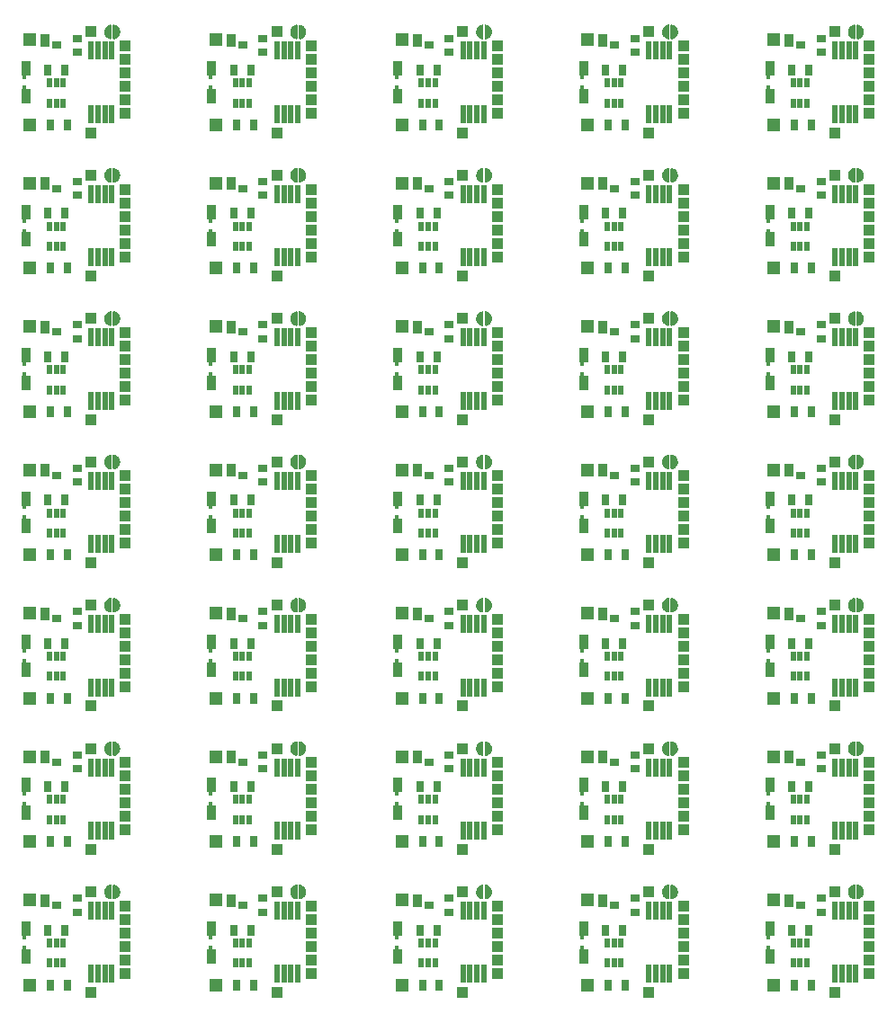
<source format=gts>
%TF.GenerationSoftware,KiCad,Pcbnew,(5.1.6)-1*%
%TF.CreationDate,2020-09-22T23:21:28+09:00*%
%TF.ProjectId,funcdecoder_tomix_pcb_0773_0507_rev0_panelize_94_5mm_92_5mm,66756e63-6465-4636-9f64-65725f746f6d,rev?*%
%TF.SameCoordinates,PX66ff300PY337f980*%
%TF.FileFunction,Soldermask,Top*%
%TF.FilePolarity,Negative*%
%FSLAX46Y46*%
G04 Gerber Fmt 4.6, Leading zero omitted, Abs format (unit mm)*
G04 Created by KiCad (PCBNEW (5.1.6)-1) date 2020-09-22 23:21:28*
%MOMM*%
%LPD*%
G01*
G04 APERTURE LIST*
%ADD10R,0.400000X0.600000*%
%ADD11R,0.850000X1.400000*%
%ADD12R,1.100000X1.100000*%
%ADD13R,0.900000X1.300000*%
%ADD14R,1.050000X1.050000*%
%ADD15R,0.800000X1.000000*%
%ADD16R,0.900000X0.700000*%
%ADD17R,1.300000X1.300000*%
%ADD18R,0.500000X0.900000*%
%ADD19C,0.100000*%
%ADD20R,0.500000X1.800000*%
G04 APERTURE END LIST*
D10*
%TO.C,D3*%
X78250000Y-87300000D03*
X78250000Y-86200000D03*
D11*
X78375000Y-88050000D03*
X78375000Y-85450000D03*
%TD*%
D10*
%TO.C,D3*%
X60750000Y-87300000D03*
X60750000Y-86200000D03*
D11*
X60875000Y-88050000D03*
X60875000Y-85450000D03*
%TD*%
D10*
%TO.C,D3*%
X43250000Y-87300000D03*
X43250000Y-86200000D03*
D11*
X43375000Y-88050000D03*
X43375000Y-85450000D03*
%TD*%
D10*
%TO.C,D3*%
X25750000Y-87300000D03*
X25750000Y-86200000D03*
D11*
X25875000Y-88050000D03*
X25875000Y-85450000D03*
%TD*%
D10*
%TO.C,D3*%
X8250000Y-87300000D03*
X8250000Y-86200000D03*
D11*
X8375000Y-88050000D03*
X8375000Y-85450000D03*
%TD*%
D10*
%TO.C,D3*%
X78250000Y-73800000D03*
X78250000Y-72700000D03*
D11*
X78375000Y-74550000D03*
X78375000Y-71950000D03*
%TD*%
D10*
%TO.C,D3*%
X60750000Y-73800000D03*
X60750000Y-72700000D03*
D11*
X60875000Y-74550000D03*
X60875000Y-71950000D03*
%TD*%
D10*
%TO.C,D3*%
X43250000Y-73800000D03*
X43250000Y-72700000D03*
D11*
X43375000Y-74550000D03*
X43375000Y-71950000D03*
%TD*%
D10*
%TO.C,D3*%
X25750000Y-73800000D03*
X25750000Y-72700000D03*
D11*
X25875000Y-74550000D03*
X25875000Y-71950000D03*
%TD*%
D10*
%TO.C,D3*%
X8250000Y-73800000D03*
X8250000Y-72700000D03*
D11*
X8375000Y-74550000D03*
X8375000Y-71950000D03*
%TD*%
D10*
%TO.C,D3*%
X78250000Y-60300000D03*
X78250000Y-59200000D03*
D11*
X78375000Y-61050000D03*
X78375000Y-58450000D03*
%TD*%
D10*
%TO.C,D3*%
X60750000Y-60300000D03*
X60750000Y-59200000D03*
D11*
X60875000Y-61050000D03*
X60875000Y-58450000D03*
%TD*%
D10*
%TO.C,D3*%
X43250000Y-60300000D03*
X43250000Y-59200000D03*
D11*
X43375000Y-61050000D03*
X43375000Y-58450000D03*
%TD*%
D10*
%TO.C,D3*%
X25750000Y-60300000D03*
X25750000Y-59200000D03*
D11*
X25875000Y-61050000D03*
X25875000Y-58450000D03*
%TD*%
D10*
%TO.C,D3*%
X8250000Y-60300000D03*
X8250000Y-59200000D03*
D11*
X8375000Y-61050000D03*
X8375000Y-58450000D03*
%TD*%
D10*
%TO.C,D3*%
X78250000Y-46800000D03*
X78250000Y-45700000D03*
D11*
X78375000Y-47550000D03*
X78375000Y-44950000D03*
%TD*%
D10*
%TO.C,D3*%
X60750000Y-46800000D03*
X60750000Y-45700000D03*
D11*
X60875000Y-47550000D03*
X60875000Y-44950000D03*
%TD*%
D10*
%TO.C,D3*%
X43250000Y-46800000D03*
X43250000Y-45700000D03*
D11*
X43375000Y-47550000D03*
X43375000Y-44950000D03*
%TD*%
D10*
%TO.C,D3*%
X25750000Y-46800000D03*
X25750000Y-45700000D03*
D11*
X25875000Y-47550000D03*
X25875000Y-44950000D03*
%TD*%
D10*
%TO.C,D3*%
X8250000Y-46800000D03*
X8250000Y-45700000D03*
D11*
X8375000Y-47550000D03*
X8375000Y-44950000D03*
%TD*%
D10*
%TO.C,D3*%
X78250000Y-33300000D03*
X78250000Y-32200000D03*
D11*
X78375000Y-34050000D03*
X78375000Y-31450000D03*
%TD*%
D10*
%TO.C,D3*%
X60750000Y-33300000D03*
X60750000Y-32200000D03*
D11*
X60875000Y-34050000D03*
X60875000Y-31450000D03*
%TD*%
D10*
%TO.C,D3*%
X43250000Y-33300000D03*
X43250000Y-32200000D03*
D11*
X43375000Y-34050000D03*
X43375000Y-31450000D03*
%TD*%
D10*
%TO.C,D3*%
X25750000Y-33300000D03*
X25750000Y-32200000D03*
D11*
X25875000Y-34050000D03*
X25875000Y-31450000D03*
%TD*%
D10*
%TO.C,D3*%
X8250000Y-33300000D03*
X8250000Y-32200000D03*
D11*
X8375000Y-34050000D03*
X8375000Y-31450000D03*
%TD*%
D10*
%TO.C,D3*%
X78250000Y-19800000D03*
X78250000Y-18700000D03*
D11*
X78375000Y-20550000D03*
X78375000Y-17950000D03*
%TD*%
D10*
%TO.C,D3*%
X60750000Y-19800000D03*
X60750000Y-18700000D03*
D11*
X60875000Y-20550000D03*
X60875000Y-17950000D03*
%TD*%
D10*
%TO.C,D3*%
X43250000Y-19800000D03*
X43250000Y-18700000D03*
D11*
X43375000Y-20550000D03*
X43375000Y-17950000D03*
%TD*%
D10*
%TO.C,D3*%
X25750000Y-19800000D03*
X25750000Y-18700000D03*
D11*
X25875000Y-20550000D03*
X25875000Y-17950000D03*
%TD*%
D10*
%TO.C,D3*%
X8250000Y-19800000D03*
X8250000Y-18700000D03*
D11*
X8375000Y-20550000D03*
X8375000Y-17950000D03*
%TD*%
D10*
%TO.C,D3*%
X78250000Y-6300000D03*
X78250000Y-5200000D03*
D11*
X78375000Y-7050000D03*
X78375000Y-4450000D03*
%TD*%
D10*
%TO.C,D3*%
X60750000Y-6300000D03*
X60750000Y-5200000D03*
D11*
X60875000Y-7050000D03*
X60875000Y-4450000D03*
%TD*%
D10*
%TO.C,D3*%
X43250000Y-6300000D03*
X43250000Y-5200000D03*
D11*
X43375000Y-7050000D03*
X43375000Y-4450000D03*
%TD*%
D10*
%TO.C,D3*%
X25750000Y-6300000D03*
X25750000Y-5200000D03*
D11*
X25875000Y-7050000D03*
X25875000Y-4450000D03*
%TD*%
D12*
%TO.C,J2*%
X84500000Y-82000000D03*
%TD*%
%TO.C,J2*%
X67000000Y-82000000D03*
%TD*%
%TO.C,J2*%
X49500000Y-82000000D03*
%TD*%
%TO.C,J2*%
X32000000Y-82000000D03*
%TD*%
%TO.C,J2*%
X14500000Y-82000000D03*
%TD*%
%TO.C,J2*%
X84500000Y-68500000D03*
%TD*%
%TO.C,J2*%
X67000000Y-68500000D03*
%TD*%
%TO.C,J2*%
X49500000Y-68500000D03*
%TD*%
%TO.C,J2*%
X32000000Y-68500000D03*
%TD*%
%TO.C,J2*%
X14500000Y-68500000D03*
%TD*%
%TO.C,J2*%
X84500000Y-55000000D03*
%TD*%
%TO.C,J2*%
X67000000Y-55000000D03*
%TD*%
%TO.C,J2*%
X49500000Y-55000000D03*
%TD*%
%TO.C,J2*%
X32000000Y-55000000D03*
%TD*%
%TO.C,J2*%
X14500000Y-55000000D03*
%TD*%
%TO.C,J2*%
X84500000Y-41500000D03*
%TD*%
%TO.C,J2*%
X67000000Y-41500000D03*
%TD*%
%TO.C,J2*%
X49500000Y-41500000D03*
%TD*%
%TO.C,J2*%
X32000000Y-41500000D03*
%TD*%
%TO.C,J2*%
X14500000Y-41500000D03*
%TD*%
%TO.C,J2*%
X84500000Y-28000000D03*
%TD*%
%TO.C,J2*%
X67000000Y-28000000D03*
%TD*%
%TO.C,J2*%
X49500000Y-28000000D03*
%TD*%
%TO.C,J2*%
X32000000Y-28000000D03*
%TD*%
%TO.C,J2*%
X14500000Y-28000000D03*
%TD*%
%TO.C,J2*%
X84500000Y-14500000D03*
%TD*%
%TO.C,J2*%
X67000000Y-14500000D03*
%TD*%
%TO.C,J2*%
X49500000Y-14500000D03*
%TD*%
%TO.C,J2*%
X32000000Y-14500000D03*
%TD*%
%TO.C,J2*%
X14500000Y-14500000D03*
%TD*%
%TO.C,J2*%
X84500000Y-1000000D03*
%TD*%
%TO.C,J2*%
X67000000Y-1000000D03*
%TD*%
%TO.C,J2*%
X49500000Y-1000000D03*
%TD*%
%TO.C,J2*%
X32000000Y-1000000D03*
%TD*%
D13*
%TO.C,PAD4*%
X80200000Y-82800000D03*
%TD*%
%TO.C,PAD4*%
X62700000Y-82800000D03*
%TD*%
%TO.C,PAD4*%
X45200000Y-82800000D03*
%TD*%
%TO.C,PAD4*%
X27700000Y-82800000D03*
%TD*%
%TO.C,PAD4*%
X10200000Y-82800000D03*
%TD*%
%TO.C,PAD4*%
X80200000Y-69300000D03*
%TD*%
%TO.C,PAD4*%
X62700000Y-69300000D03*
%TD*%
%TO.C,PAD4*%
X45200000Y-69300000D03*
%TD*%
%TO.C,PAD4*%
X27700000Y-69300000D03*
%TD*%
%TO.C,PAD4*%
X10200000Y-69300000D03*
%TD*%
%TO.C,PAD4*%
X80200000Y-55800000D03*
%TD*%
%TO.C,PAD4*%
X62700000Y-55800000D03*
%TD*%
%TO.C,PAD4*%
X45200000Y-55800000D03*
%TD*%
%TO.C,PAD4*%
X27700000Y-55800000D03*
%TD*%
%TO.C,PAD4*%
X10200000Y-55800000D03*
%TD*%
%TO.C,PAD4*%
X80200000Y-42300000D03*
%TD*%
%TO.C,PAD4*%
X62700000Y-42300000D03*
%TD*%
%TO.C,PAD4*%
X45200000Y-42300000D03*
%TD*%
%TO.C,PAD4*%
X27700000Y-42300000D03*
%TD*%
%TO.C,PAD4*%
X10200000Y-42300000D03*
%TD*%
%TO.C,PAD4*%
X80200000Y-28800000D03*
%TD*%
%TO.C,PAD4*%
X62700000Y-28800000D03*
%TD*%
%TO.C,PAD4*%
X45200000Y-28800000D03*
%TD*%
%TO.C,PAD4*%
X27700000Y-28800000D03*
%TD*%
%TO.C,PAD4*%
X10200000Y-28800000D03*
%TD*%
%TO.C,PAD4*%
X80200000Y-15300000D03*
%TD*%
%TO.C,PAD4*%
X62700000Y-15300000D03*
%TD*%
%TO.C,PAD4*%
X45200000Y-15300000D03*
%TD*%
%TO.C,PAD4*%
X27700000Y-15300000D03*
%TD*%
%TO.C,PAD4*%
X10200000Y-15300000D03*
%TD*%
%TO.C,PAD4*%
X80200000Y-1800000D03*
%TD*%
%TO.C,PAD4*%
X62700000Y-1800000D03*
%TD*%
%TO.C,PAD4*%
X45200000Y-1800000D03*
%TD*%
%TO.C,PAD4*%
X27700000Y-1800000D03*
%TD*%
D14*
%TO.C,J1*%
X87750000Y-83325000D03*
X87750000Y-84595000D03*
X87750000Y-85865000D03*
X87750000Y-87135000D03*
X87750000Y-88405000D03*
X87750000Y-89675000D03*
%TD*%
%TO.C,J1*%
X70250000Y-83325000D03*
X70250000Y-84595000D03*
X70250000Y-85865000D03*
X70250000Y-87135000D03*
X70250000Y-88405000D03*
X70250000Y-89675000D03*
%TD*%
%TO.C,J1*%
X52750000Y-83325000D03*
X52750000Y-84595000D03*
X52750000Y-85865000D03*
X52750000Y-87135000D03*
X52750000Y-88405000D03*
X52750000Y-89675000D03*
%TD*%
%TO.C,J1*%
X35250000Y-83325000D03*
X35250000Y-84595000D03*
X35250000Y-85865000D03*
X35250000Y-87135000D03*
X35250000Y-88405000D03*
X35250000Y-89675000D03*
%TD*%
%TO.C,J1*%
X17750000Y-83325000D03*
X17750000Y-84595000D03*
X17750000Y-85865000D03*
X17750000Y-87135000D03*
X17750000Y-88405000D03*
X17750000Y-89675000D03*
%TD*%
%TO.C,J1*%
X87750000Y-69825000D03*
X87750000Y-71095000D03*
X87750000Y-72365000D03*
X87750000Y-73635000D03*
X87750000Y-74905000D03*
X87750000Y-76175000D03*
%TD*%
%TO.C,J1*%
X70250000Y-69825000D03*
X70250000Y-71095000D03*
X70250000Y-72365000D03*
X70250000Y-73635000D03*
X70250000Y-74905000D03*
X70250000Y-76175000D03*
%TD*%
%TO.C,J1*%
X52750000Y-69825000D03*
X52750000Y-71095000D03*
X52750000Y-72365000D03*
X52750000Y-73635000D03*
X52750000Y-74905000D03*
X52750000Y-76175000D03*
%TD*%
%TO.C,J1*%
X35250000Y-69825000D03*
X35250000Y-71095000D03*
X35250000Y-72365000D03*
X35250000Y-73635000D03*
X35250000Y-74905000D03*
X35250000Y-76175000D03*
%TD*%
%TO.C,J1*%
X17750000Y-69825000D03*
X17750000Y-71095000D03*
X17750000Y-72365000D03*
X17750000Y-73635000D03*
X17750000Y-74905000D03*
X17750000Y-76175000D03*
%TD*%
%TO.C,J1*%
X87750000Y-56325000D03*
X87750000Y-57595000D03*
X87750000Y-58865000D03*
X87750000Y-60135000D03*
X87750000Y-61405000D03*
X87750000Y-62675000D03*
%TD*%
%TO.C,J1*%
X70250000Y-56325000D03*
X70250000Y-57595000D03*
X70250000Y-58865000D03*
X70250000Y-60135000D03*
X70250000Y-61405000D03*
X70250000Y-62675000D03*
%TD*%
%TO.C,J1*%
X52750000Y-56325000D03*
X52750000Y-57595000D03*
X52750000Y-58865000D03*
X52750000Y-60135000D03*
X52750000Y-61405000D03*
X52750000Y-62675000D03*
%TD*%
%TO.C,J1*%
X35250000Y-56325000D03*
X35250000Y-57595000D03*
X35250000Y-58865000D03*
X35250000Y-60135000D03*
X35250000Y-61405000D03*
X35250000Y-62675000D03*
%TD*%
%TO.C,J1*%
X17750000Y-56325000D03*
X17750000Y-57595000D03*
X17750000Y-58865000D03*
X17750000Y-60135000D03*
X17750000Y-61405000D03*
X17750000Y-62675000D03*
%TD*%
%TO.C,J1*%
X87750000Y-42825000D03*
X87750000Y-44095000D03*
X87750000Y-45365000D03*
X87750000Y-46635000D03*
X87750000Y-47905000D03*
X87750000Y-49175000D03*
%TD*%
%TO.C,J1*%
X70250000Y-42825000D03*
X70250000Y-44095000D03*
X70250000Y-45365000D03*
X70250000Y-46635000D03*
X70250000Y-47905000D03*
X70250000Y-49175000D03*
%TD*%
%TO.C,J1*%
X52750000Y-42825000D03*
X52750000Y-44095000D03*
X52750000Y-45365000D03*
X52750000Y-46635000D03*
X52750000Y-47905000D03*
X52750000Y-49175000D03*
%TD*%
%TO.C,J1*%
X35250000Y-42825000D03*
X35250000Y-44095000D03*
X35250000Y-45365000D03*
X35250000Y-46635000D03*
X35250000Y-47905000D03*
X35250000Y-49175000D03*
%TD*%
%TO.C,J1*%
X17750000Y-42825000D03*
X17750000Y-44095000D03*
X17750000Y-45365000D03*
X17750000Y-46635000D03*
X17750000Y-47905000D03*
X17750000Y-49175000D03*
%TD*%
%TO.C,J1*%
X87750000Y-29325000D03*
X87750000Y-30595000D03*
X87750000Y-31865000D03*
X87750000Y-33135000D03*
X87750000Y-34405000D03*
X87750000Y-35675000D03*
%TD*%
%TO.C,J1*%
X70250000Y-29325000D03*
X70250000Y-30595000D03*
X70250000Y-31865000D03*
X70250000Y-33135000D03*
X70250000Y-34405000D03*
X70250000Y-35675000D03*
%TD*%
%TO.C,J1*%
X52750000Y-29325000D03*
X52750000Y-30595000D03*
X52750000Y-31865000D03*
X52750000Y-33135000D03*
X52750000Y-34405000D03*
X52750000Y-35675000D03*
%TD*%
%TO.C,J1*%
X35250000Y-29325000D03*
X35250000Y-30595000D03*
X35250000Y-31865000D03*
X35250000Y-33135000D03*
X35250000Y-34405000D03*
X35250000Y-35675000D03*
%TD*%
%TO.C,J1*%
X17750000Y-29325000D03*
X17750000Y-30595000D03*
X17750000Y-31865000D03*
X17750000Y-33135000D03*
X17750000Y-34405000D03*
X17750000Y-35675000D03*
%TD*%
%TO.C,J1*%
X87750000Y-15825000D03*
X87750000Y-17095000D03*
X87750000Y-18365000D03*
X87750000Y-19635000D03*
X87750000Y-20905000D03*
X87750000Y-22175000D03*
%TD*%
%TO.C,J1*%
X70250000Y-15825000D03*
X70250000Y-17095000D03*
X70250000Y-18365000D03*
X70250000Y-19635000D03*
X70250000Y-20905000D03*
X70250000Y-22175000D03*
%TD*%
%TO.C,J1*%
X52750000Y-15825000D03*
X52750000Y-17095000D03*
X52750000Y-18365000D03*
X52750000Y-19635000D03*
X52750000Y-20905000D03*
X52750000Y-22175000D03*
%TD*%
%TO.C,J1*%
X35250000Y-15825000D03*
X35250000Y-17095000D03*
X35250000Y-18365000D03*
X35250000Y-19635000D03*
X35250000Y-20905000D03*
X35250000Y-22175000D03*
%TD*%
%TO.C,J1*%
X17750000Y-15825000D03*
X17750000Y-17095000D03*
X17750000Y-18365000D03*
X17750000Y-19635000D03*
X17750000Y-20905000D03*
X17750000Y-22175000D03*
%TD*%
%TO.C,J1*%
X87750000Y-2325000D03*
X87750000Y-3595000D03*
X87750000Y-4865000D03*
X87750000Y-6135000D03*
X87750000Y-7405000D03*
X87750000Y-8675000D03*
%TD*%
%TO.C,J1*%
X70250000Y-2325000D03*
X70250000Y-3595000D03*
X70250000Y-4865000D03*
X70250000Y-6135000D03*
X70250000Y-7405000D03*
X70250000Y-8675000D03*
%TD*%
%TO.C,J1*%
X52750000Y-2325000D03*
X52750000Y-3595000D03*
X52750000Y-4865000D03*
X52750000Y-6135000D03*
X52750000Y-7405000D03*
X52750000Y-8675000D03*
%TD*%
%TO.C,J1*%
X35250000Y-2325000D03*
X35250000Y-3595000D03*
X35250000Y-4865000D03*
X35250000Y-6135000D03*
X35250000Y-7405000D03*
X35250000Y-8675000D03*
%TD*%
D12*
%TO.C,J3*%
X84500000Y-91500000D03*
%TD*%
%TO.C,J3*%
X67000000Y-91500000D03*
%TD*%
%TO.C,J3*%
X49500000Y-91500000D03*
%TD*%
%TO.C,J3*%
X32000000Y-91500000D03*
%TD*%
%TO.C,J3*%
X14500000Y-91500000D03*
%TD*%
%TO.C,J3*%
X84500000Y-78000000D03*
%TD*%
%TO.C,J3*%
X67000000Y-78000000D03*
%TD*%
%TO.C,J3*%
X49500000Y-78000000D03*
%TD*%
%TO.C,J3*%
X32000000Y-78000000D03*
%TD*%
%TO.C,J3*%
X14500000Y-78000000D03*
%TD*%
%TO.C,J3*%
X84500000Y-64500000D03*
%TD*%
%TO.C,J3*%
X67000000Y-64500000D03*
%TD*%
%TO.C,J3*%
X49500000Y-64500000D03*
%TD*%
%TO.C,J3*%
X32000000Y-64500000D03*
%TD*%
%TO.C,J3*%
X14500000Y-64500000D03*
%TD*%
%TO.C,J3*%
X84500000Y-51000000D03*
%TD*%
%TO.C,J3*%
X67000000Y-51000000D03*
%TD*%
%TO.C,J3*%
X49500000Y-51000000D03*
%TD*%
%TO.C,J3*%
X32000000Y-51000000D03*
%TD*%
%TO.C,J3*%
X14500000Y-51000000D03*
%TD*%
%TO.C,J3*%
X84500000Y-37500000D03*
%TD*%
%TO.C,J3*%
X67000000Y-37500000D03*
%TD*%
%TO.C,J3*%
X49500000Y-37500000D03*
%TD*%
%TO.C,J3*%
X32000000Y-37500000D03*
%TD*%
%TO.C,J3*%
X14500000Y-37500000D03*
%TD*%
%TO.C,J3*%
X84500000Y-24000000D03*
%TD*%
%TO.C,J3*%
X67000000Y-24000000D03*
%TD*%
%TO.C,J3*%
X49500000Y-24000000D03*
%TD*%
%TO.C,J3*%
X32000000Y-24000000D03*
%TD*%
%TO.C,J3*%
X14500000Y-24000000D03*
%TD*%
%TO.C,J3*%
X84500000Y-10500000D03*
%TD*%
%TO.C,J3*%
X67000000Y-10500000D03*
%TD*%
%TO.C,J3*%
X49500000Y-10500000D03*
%TD*%
%TO.C,J3*%
X32000000Y-10500000D03*
%TD*%
D15*
%TO.C,R3*%
X82050000Y-85600000D03*
X80450000Y-85600000D03*
%TD*%
%TO.C,R3*%
X64550000Y-85600000D03*
X62950000Y-85600000D03*
%TD*%
%TO.C,R3*%
X47050000Y-85600000D03*
X45450000Y-85600000D03*
%TD*%
%TO.C,R3*%
X29550000Y-85600000D03*
X27950000Y-85600000D03*
%TD*%
%TO.C,R3*%
X12050000Y-85600000D03*
X10450000Y-85600000D03*
%TD*%
%TO.C,R3*%
X82050000Y-72100000D03*
X80450000Y-72100000D03*
%TD*%
%TO.C,R3*%
X64550000Y-72100000D03*
X62950000Y-72100000D03*
%TD*%
%TO.C,R3*%
X47050000Y-72100000D03*
X45450000Y-72100000D03*
%TD*%
%TO.C,R3*%
X29550000Y-72100000D03*
X27950000Y-72100000D03*
%TD*%
%TO.C,R3*%
X12050000Y-72100000D03*
X10450000Y-72100000D03*
%TD*%
%TO.C,R3*%
X82050000Y-58600000D03*
X80450000Y-58600000D03*
%TD*%
%TO.C,R3*%
X64550000Y-58600000D03*
X62950000Y-58600000D03*
%TD*%
%TO.C,R3*%
X47050000Y-58600000D03*
X45450000Y-58600000D03*
%TD*%
%TO.C,R3*%
X29550000Y-58600000D03*
X27950000Y-58600000D03*
%TD*%
%TO.C,R3*%
X12050000Y-58600000D03*
X10450000Y-58600000D03*
%TD*%
%TO.C,R3*%
X82050000Y-45100000D03*
X80450000Y-45100000D03*
%TD*%
%TO.C,R3*%
X64550000Y-45100000D03*
X62950000Y-45100000D03*
%TD*%
%TO.C,R3*%
X47050000Y-45100000D03*
X45450000Y-45100000D03*
%TD*%
%TO.C,R3*%
X29550000Y-45100000D03*
X27950000Y-45100000D03*
%TD*%
%TO.C,R3*%
X12050000Y-45100000D03*
X10450000Y-45100000D03*
%TD*%
%TO.C,R3*%
X82050000Y-31600000D03*
X80450000Y-31600000D03*
%TD*%
%TO.C,R3*%
X64550000Y-31600000D03*
X62950000Y-31600000D03*
%TD*%
%TO.C,R3*%
X47050000Y-31600000D03*
X45450000Y-31600000D03*
%TD*%
%TO.C,R3*%
X29550000Y-31600000D03*
X27950000Y-31600000D03*
%TD*%
%TO.C,R3*%
X12050000Y-31600000D03*
X10450000Y-31600000D03*
%TD*%
%TO.C,R3*%
X82050000Y-18100000D03*
X80450000Y-18100000D03*
%TD*%
%TO.C,R3*%
X64550000Y-18100000D03*
X62950000Y-18100000D03*
%TD*%
%TO.C,R3*%
X47050000Y-18100000D03*
X45450000Y-18100000D03*
%TD*%
%TO.C,R3*%
X29550000Y-18100000D03*
X27950000Y-18100000D03*
%TD*%
%TO.C,R3*%
X12050000Y-18100000D03*
X10450000Y-18100000D03*
%TD*%
%TO.C,R3*%
X82050000Y-4600000D03*
X80450000Y-4600000D03*
%TD*%
%TO.C,R3*%
X64550000Y-4600000D03*
X62950000Y-4600000D03*
%TD*%
%TO.C,R3*%
X47050000Y-4600000D03*
X45450000Y-4600000D03*
%TD*%
%TO.C,R3*%
X29550000Y-4600000D03*
X27950000Y-4600000D03*
%TD*%
D16*
%TO.C,Q3*%
X83200000Y-83900000D03*
X83200000Y-82600000D03*
X81300000Y-83250000D03*
%TD*%
%TO.C,Q3*%
X65700000Y-83900000D03*
X65700000Y-82600000D03*
X63800000Y-83250000D03*
%TD*%
%TO.C,Q3*%
X48200000Y-83900000D03*
X48200000Y-82600000D03*
X46300000Y-83250000D03*
%TD*%
%TO.C,Q3*%
X30700000Y-83900000D03*
X30700000Y-82600000D03*
X28800000Y-83250000D03*
%TD*%
%TO.C,Q3*%
X13200000Y-83900000D03*
X13200000Y-82600000D03*
X11300000Y-83250000D03*
%TD*%
%TO.C,Q3*%
X83200000Y-70400000D03*
X83200000Y-69100000D03*
X81300000Y-69750000D03*
%TD*%
%TO.C,Q3*%
X65700000Y-70400000D03*
X65700000Y-69100000D03*
X63800000Y-69750000D03*
%TD*%
%TO.C,Q3*%
X48200000Y-70400000D03*
X48200000Y-69100000D03*
X46300000Y-69750000D03*
%TD*%
%TO.C,Q3*%
X30700000Y-70400000D03*
X30700000Y-69100000D03*
X28800000Y-69750000D03*
%TD*%
%TO.C,Q3*%
X13200000Y-70400000D03*
X13200000Y-69100000D03*
X11300000Y-69750000D03*
%TD*%
%TO.C,Q3*%
X83200000Y-56900000D03*
X83200000Y-55600000D03*
X81300000Y-56250000D03*
%TD*%
%TO.C,Q3*%
X65700000Y-56900000D03*
X65700000Y-55600000D03*
X63800000Y-56250000D03*
%TD*%
%TO.C,Q3*%
X48200000Y-56900000D03*
X48200000Y-55600000D03*
X46300000Y-56250000D03*
%TD*%
%TO.C,Q3*%
X30700000Y-56900000D03*
X30700000Y-55600000D03*
X28800000Y-56250000D03*
%TD*%
%TO.C,Q3*%
X13200000Y-56900000D03*
X13200000Y-55600000D03*
X11300000Y-56250000D03*
%TD*%
%TO.C,Q3*%
X83200000Y-43400000D03*
X83200000Y-42100000D03*
X81300000Y-42750000D03*
%TD*%
%TO.C,Q3*%
X65700000Y-43400000D03*
X65700000Y-42100000D03*
X63800000Y-42750000D03*
%TD*%
%TO.C,Q3*%
X48200000Y-43400000D03*
X48200000Y-42100000D03*
X46300000Y-42750000D03*
%TD*%
%TO.C,Q3*%
X30700000Y-43400000D03*
X30700000Y-42100000D03*
X28800000Y-42750000D03*
%TD*%
%TO.C,Q3*%
X13200000Y-43400000D03*
X13200000Y-42100000D03*
X11300000Y-42750000D03*
%TD*%
%TO.C,Q3*%
X83200000Y-29900000D03*
X83200000Y-28600000D03*
X81300000Y-29250000D03*
%TD*%
%TO.C,Q3*%
X65700000Y-29900000D03*
X65700000Y-28600000D03*
X63800000Y-29250000D03*
%TD*%
%TO.C,Q3*%
X48200000Y-29900000D03*
X48200000Y-28600000D03*
X46300000Y-29250000D03*
%TD*%
%TO.C,Q3*%
X30700000Y-29900000D03*
X30700000Y-28600000D03*
X28800000Y-29250000D03*
%TD*%
%TO.C,Q3*%
X13200000Y-29900000D03*
X13200000Y-28600000D03*
X11300000Y-29250000D03*
%TD*%
%TO.C,Q3*%
X83200000Y-16400000D03*
X83200000Y-15100000D03*
X81300000Y-15750000D03*
%TD*%
%TO.C,Q3*%
X65700000Y-16400000D03*
X65700000Y-15100000D03*
X63800000Y-15750000D03*
%TD*%
%TO.C,Q3*%
X48200000Y-16400000D03*
X48200000Y-15100000D03*
X46300000Y-15750000D03*
%TD*%
%TO.C,Q3*%
X30700000Y-16400000D03*
X30700000Y-15100000D03*
X28800000Y-15750000D03*
%TD*%
%TO.C,Q3*%
X13200000Y-16400000D03*
X13200000Y-15100000D03*
X11300000Y-15750000D03*
%TD*%
%TO.C,Q3*%
X83200000Y-2900000D03*
X83200000Y-1600000D03*
X81300000Y-2250000D03*
%TD*%
%TO.C,Q3*%
X65700000Y-2900000D03*
X65700000Y-1600000D03*
X63800000Y-2250000D03*
%TD*%
%TO.C,Q3*%
X48200000Y-2900000D03*
X48200000Y-1600000D03*
X46300000Y-2250000D03*
%TD*%
%TO.C,Q3*%
X30700000Y-2900000D03*
X30700000Y-1600000D03*
X28800000Y-2250000D03*
%TD*%
D17*
%TO.C,PAD1*%
X78750000Y-90750000D03*
%TD*%
%TO.C,PAD1*%
X61250000Y-90750000D03*
%TD*%
%TO.C,PAD1*%
X43750000Y-90750000D03*
%TD*%
%TO.C,PAD1*%
X26250000Y-90750000D03*
%TD*%
%TO.C,PAD1*%
X8750000Y-90750000D03*
%TD*%
%TO.C,PAD1*%
X78750000Y-77250000D03*
%TD*%
%TO.C,PAD1*%
X61250000Y-77250000D03*
%TD*%
%TO.C,PAD1*%
X43750000Y-77250000D03*
%TD*%
%TO.C,PAD1*%
X26250000Y-77250000D03*
%TD*%
%TO.C,PAD1*%
X8750000Y-77250000D03*
%TD*%
%TO.C,PAD1*%
X78750000Y-63750000D03*
%TD*%
%TO.C,PAD1*%
X61250000Y-63750000D03*
%TD*%
%TO.C,PAD1*%
X43750000Y-63750000D03*
%TD*%
%TO.C,PAD1*%
X26250000Y-63750000D03*
%TD*%
%TO.C,PAD1*%
X8750000Y-63750000D03*
%TD*%
%TO.C,PAD1*%
X78750000Y-50250000D03*
%TD*%
%TO.C,PAD1*%
X61250000Y-50250000D03*
%TD*%
%TO.C,PAD1*%
X43750000Y-50250000D03*
%TD*%
%TO.C,PAD1*%
X26250000Y-50250000D03*
%TD*%
%TO.C,PAD1*%
X8750000Y-50250000D03*
%TD*%
%TO.C,PAD1*%
X78750000Y-36750000D03*
%TD*%
%TO.C,PAD1*%
X61250000Y-36750000D03*
%TD*%
%TO.C,PAD1*%
X43750000Y-36750000D03*
%TD*%
%TO.C,PAD1*%
X26250000Y-36750000D03*
%TD*%
%TO.C,PAD1*%
X8750000Y-36750000D03*
%TD*%
%TO.C,PAD1*%
X78750000Y-23250000D03*
%TD*%
%TO.C,PAD1*%
X61250000Y-23250000D03*
%TD*%
%TO.C,PAD1*%
X43750000Y-23250000D03*
%TD*%
%TO.C,PAD1*%
X26250000Y-23250000D03*
%TD*%
%TO.C,PAD1*%
X8750000Y-23250000D03*
%TD*%
%TO.C,PAD1*%
X78750000Y-9750000D03*
%TD*%
%TO.C,PAD1*%
X61250000Y-9750000D03*
%TD*%
%TO.C,PAD1*%
X43750000Y-9750000D03*
%TD*%
%TO.C,PAD1*%
X26250000Y-9750000D03*
%TD*%
%TO.C,PAD2*%
X78750000Y-82750000D03*
%TD*%
%TO.C,PAD2*%
X61250000Y-82750000D03*
%TD*%
%TO.C,PAD2*%
X43750000Y-82750000D03*
%TD*%
%TO.C,PAD2*%
X26250000Y-82750000D03*
%TD*%
%TO.C,PAD2*%
X8750000Y-82750000D03*
%TD*%
%TO.C,PAD2*%
X78750000Y-69250000D03*
%TD*%
%TO.C,PAD2*%
X61250000Y-69250000D03*
%TD*%
%TO.C,PAD2*%
X43750000Y-69250000D03*
%TD*%
%TO.C,PAD2*%
X26250000Y-69250000D03*
%TD*%
%TO.C,PAD2*%
X8750000Y-69250000D03*
%TD*%
%TO.C,PAD2*%
X78750000Y-55750000D03*
%TD*%
%TO.C,PAD2*%
X61250000Y-55750000D03*
%TD*%
%TO.C,PAD2*%
X43750000Y-55750000D03*
%TD*%
%TO.C,PAD2*%
X26250000Y-55750000D03*
%TD*%
%TO.C,PAD2*%
X8750000Y-55750000D03*
%TD*%
%TO.C,PAD2*%
X78750000Y-42250000D03*
%TD*%
%TO.C,PAD2*%
X61250000Y-42250000D03*
%TD*%
%TO.C,PAD2*%
X43750000Y-42250000D03*
%TD*%
%TO.C,PAD2*%
X26250000Y-42250000D03*
%TD*%
%TO.C,PAD2*%
X8750000Y-42250000D03*
%TD*%
%TO.C,PAD2*%
X78750000Y-28750000D03*
%TD*%
%TO.C,PAD2*%
X61250000Y-28750000D03*
%TD*%
%TO.C,PAD2*%
X43750000Y-28750000D03*
%TD*%
%TO.C,PAD2*%
X26250000Y-28750000D03*
%TD*%
%TO.C,PAD2*%
X8750000Y-28750000D03*
%TD*%
%TO.C,PAD2*%
X78750000Y-15250000D03*
%TD*%
%TO.C,PAD2*%
X61250000Y-15250000D03*
%TD*%
%TO.C,PAD2*%
X43750000Y-15250000D03*
%TD*%
%TO.C,PAD2*%
X26250000Y-15250000D03*
%TD*%
%TO.C,PAD2*%
X8750000Y-15250000D03*
%TD*%
%TO.C,PAD2*%
X78750000Y-1750000D03*
%TD*%
%TO.C,PAD2*%
X61250000Y-1750000D03*
%TD*%
%TO.C,PAD2*%
X43750000Y-1750000D03*
%TD*%
%TO.C,PAD2*%
X26250000Y-1750000D03*
%TD*%
D18*
%TO.C,Q2*%
X80600000Y-86800000D03*
X81250000Y-86800000D03*
X81900000Y-86800000D03*
X81900000Y-88700000D03*
X81250000Y-88700000D03*
X80600000Y-88700000D03*
%TD*%
%TO.C,Q2*%
X63100000Y-86800000D03*
X63750000Y-86800000D03*
X64400000Y-86800000D03*
X64400000Y-88700000D03*
X63750000Y-88700000D03*
X63100000Y-88700000D03*
%TD*%
%TO.C,Q2*%
X45600000Y-86800000D03*
X46250000Y-86800000D03*
X46900000Y-86800000D03*
X46900000Y-88700000D03*
X46250000Y-88700000D03*
X45600000Y-88700000D03*
%TD*%
%TO.C,Q2*%
X28100000Y-86800000D03*
X28750000Y-86800000D03*
X29400000Y-86800000D03*
X29400000Y-88700000D03*
X28750000Y-88700000D03*
X28100000Y-88700000D03*
%TD*%
%TO.C,Q2*%
X10600000Y-86800000D03*
X11250000Y-86800000D03*
X11900000Y-86800000D03*
X11900000Y-88700000D03*
X11250000Y-88700000D03*
X10600000Y-88700000D03*
%TD*%
%TO.C,Q2*%
X80600000Y-73300000D03*
X81250000Y-73300000D03*
X81900000Y-73300000D03*
X81900000Y-75200000D03*
X81250000Y-75200000D03*
X80600000Y-75200000D03*
%TD*%
%TO.C,Q2*%
X63100000Y-73300000D03*
X63750000Y-73300000D03*
X64400000Y-73300000D03*
X64400000Y-75200000D03*
X63750000Y-75200000D03*
X63100000Y-75200000D03*
%TD*%
%TO.C,Q2*%
X45600000Y-73300000D03*
X46250000Y-73300000D03*
X46900000Y-73300000D03*
X46900000Y-75200000D03*
X46250000Y-75200000D03*
X45600000Y-75200000D03*
%TD*%
%TO.C,Q2*%
X28100000Y-73300000D03*
X28750000Y-73300000D03*
X29400000Y-73300000D03*
X29400000Y-75200000D03*
X28750000Y-75200000D03*
X28100000Y-75200000D03*
%TD*%
%TO.C,Q2*%
X10600000Y-73300000D03*
X11250000Y-73300000D03*
X11900000Y-73300000D03*
X11900000Y-75200000D03*
X11250000Y-75200000D03*
X10600000Y-75200000D03*
%TD*%
%TO.C,Q2*%
X80600000Y-59800000D03*
X81250000Y-59800000D03*
X81900000Y-59800000D03*
X81900000Y-61700000D03*
X81250000Y-61700000D03*
X80600000Y-61700000D03*
%TD*%
%TO.C,Q2*%
X63100000Y-59800000D03*
X63750000Y-59800000D03*
X64400000Y-59800000D03*
X64400000Y-61700000D03*
X63750000Y-61700000D03*
X63100000Y-61700000D03*
%TD*%
%TO.C,Q2*%
X45600000Y-59800000D03*
X46250000Y-59800000D03*
X46900000Y-59800000D03*
X46900000Y-61700000D03*
X46250000Y-61700000D03*
X45600000Y-61700000D03*
%TD*%
%TO.C,Q2*%
X28100000Y-59800000D03*
X28750000Y-59800000D03*
X29400000Y-59800000D03*
X29400000Y-61700000D03*
X28750000Y-61700000D03*
X28100000Y-61700000D03*
%TD*%
%TO.C,Q2*%
X10600000Y-59800000D03*
X11250000Y-59800000D03*
X11900000Y-59800000D03*
X11900000Y-61700000D03*
X11250000Y-61700000D03*
X10600000Y-61700000D03*
%TD*%
%TO.C,Q2*%
X80600000Y-46300000D03*
X81250000Y-46300000D03*
X81900000Y-46300000D03*
X81900000Y-48200000D03*
X81250000Y-48200000D03*
X80600000Y-48200000D03*
%TD*%
%TO.C,Q2*%
X63100000Y-46300000D03*
X63750000Y-46300000D03*
X64400000Y-46300000D03*
X64400000Y-48200000D03*
X63750000Y-48200000D03*
X63100000Y-48200000D03*
%TD*%
%TO.C,Q2*%
X45600000Y-46300000D03*
X46250000Y-46300000D03*
X46900000Y-46300000D03*
X46900000Y-48200000D03*
X46250000Y-48200000D03*
X45600000Y-48200000D03*
%TD*%
%TO.C,Q2*%
X28100000Y-46300000D03*
X28750000Y-46300000D03*
X29400000Y-46300000D03*
X29400000Y-48200000D03*
X28750000Y-48200000D03*
X28100000Y-48200000D03*
%TD*%
%TO.C,Q2*%
X10600000Y-46300000D03*
X11250000Y-46300000D03*
X11900000Y-46300000D03*
X11900000Y-48200000D03*
X11250000Y-48200000D03*
X10600000Y-48200000D03*
%TD*%
%TO.C,Q2*%
X80600000Y-32800000D03*
X81250000Y-32800000D03*
X81900000Y-32800000D03*
X81900000Y-34700000D03*
X81250000Y-34700000D03*
X80600000Y-34700000D03*
%TD*%
%TO.C,Q2*%
X63100000Y-32800000D03*
X63750000Y-32800000D03*
X64400000Y-32800000D03*
X64400000Y-34700000D03*
X63750000Y-34700000D03*
X63100000Y-34700000D03*
%TD*%
%TO.C,Q2*%
X45600000Y-32800000D03*
X46250000Y-32800000D03*
X46900000Y-32800000D03*
X46900000Y-34700000D03*
X46250000Y-34700000D03*
X45600000Y-34700000D03*
%TD*%
%TO.C,Q2*%
X28100000Y-32800000D03*
X28750000Y-32800000D03*
X29400000Y-32800000D03*
X29400000Y-34700000D03*
X28750000Y-34700000D03*
X28100000Y-34700000D03*
%TD*%
%TO.C,Q2*%
X10600000Y-32800000D03*
X11250000Y-32800000D03*
X11900000Y-32800000D03*
X11900000Y-34700000D03*
X11250000Y-34700000D03*
X10600000Y-34700000D03*
%TD*%
%TO.C,Q2*%
X80600000Y-19300000D03*
X81250000Y-19300000D03*
X81900000Y-19300000D03*
X81900000Y-21200000D03*
X81250000Y-21200000D03*
X80600000Y-21200000D03*
%TD*%
%TO.C,Q2*%
X63100000Y-19300000D03*
X63750000Y-19300000D03*
X64400000Y-19300000D03*
X64400000Y-21200000D03*
X63750000Y-21200000D03*
X63100000Y-21200000D03*
%TD*%
%TO.C,Q2*%
X45600000Y-19300000D03*
X46250000Y-19300000D03*
X46900000Y-19300000D03*
X46900000Y-21200000D03*
X46250000Y-21200000D03*
X45600000Y-21200000D03*
%TD*%
%TO.C,Q2*%
X28100000Y-19300000D03*
X28750000Y-19300000D03*
X29400000Y-19300000D03*
X29400000Y-21200000D03*
X28750000Y-21200000D03*
X28100000Y-21200000D03*
%TD*%
%TO.C,Q2*%
X10600000Y-19300000D03*
X11250000Y-19300000D03*
X11900000Y-19300000D03*
X11900000Y-21200000D03*
X11250000Y-21200000D03*
X10600000Y-21200000D03*
%TD*%
%TO.C,Q2*%
X80600000Y-5800000D03*
X81250000Y-5800000D03*
X81900000Y-5800000D03*
X81900000Y-7700000D03*
X81250000Y-7700000D03*
X80600000Y-7700000D03*
%TD*%
%TO.C,Q2*%
X63100000Y-5800000D03*
X63750000Y-5800000D03*
X64400000Y-5800000D03*
X64400000Y-7700000D03*
X63750000Y-7700000D03*
X63100000Y-7700000D03*
%TD*%
%TO.C,Q2*%
X45600000Y-5800000D03*
X46250000Y-5800000D03*
X46900000Y-5800000D03*
X46900000Y-7700000D03*
X46250000Y-7700000D03*
X45600000Y-7700000D03*
%TD*%
%TO.C,Q2*%
X28100000Y-5800000D03*
X28750000Y-5800000D03*
X29400000Y-5800000D03*
X29400000Y-7700000D03*
X28750000Y-7700000D03*
X28100000Y-7700000D03*
%TD*%
D15*
%TO.C,R2*%
X82300000Y-90750000D03*
X80700000Y-90750000D03*
%TD*%
%TO.C,R2*%
X64800000Y-90750000D03*
X63200000Y-90750000D03*
%TD*%
%TO.C,R2*%
X47300000Y-90750000D03*
X45700000Y-90750000D03*
%TD*%
%TO.C,R2*%
X29800000Y-90750000D03*
X28200000Y-90750000D03*
%TD*%
%TO.C,R2*%
X12300000Y-90750000D03*
X10700000Y-90750000D03*
%TD*%
%TO.C,R2*%
X82300000Y-77250000D03*
X80700000Y-77250000D03*
%TD*%
%TO.C,R2*%
X64800000Y-77250000D03*
X63200000Y-77250000D03*
%TD*%
%TO.C,R2*%
X47300000Y-77250000D03*
X45700000Y-77250000D03*
%TD*%
%TO.C,R2*%
X29800000Y-77250000D03*
X28200000Y-77250000D03*
%TD*%
%TO.C,R2*%
X12300000Y-77250000D03*
X10700000Y-77250000D03*
%TD*%
%TO.C,R2*%
X82300000Y-63750000D03*
X80700000Y-63750000D03*
%TD*%
%TO.C,R2*%
X64800000Y-63750000D03*
X63200000Y-63750000D03*
%TD*%
%TO.C,R2*%
X47300000Y-63750000D03*
X45700000Y-63750000D03*
%TD*%
%TO.C,R2*%
X29800000Y-63750000D03*
X28200000Y-63750000D03*
%TD*%
%TO.C,R2*%
X12300000Y-63750000D03*
X10700000Y-63750000D03*
%TD*%
%TO.C,R2*%
X82300000Y-50250000D03*
X80700000Y-50250000D03*
%TD*%
%TO.C,R2*%
X64800000Y-50250000D03*
X63200000Y-50250000D03*
%TD*%
%TO.C,R2*%
X47300000Y-50250000D03*
X45700000Y-50250000D03*
%TD*%
%TO.C,R2*%
X29800000Y-50250000D03*
X28200000Y-50250000D03*
%TD*%
%TO.C,R2*%
X12300000Y-50250000D03*
X10700000Y-50250000D03*
%TD*%
%TO.C,R2*%
X82300000Y-36750000D03*
X80700000Y-36750000D03*
%TD*%
%TO.C,R2*%
X64800000Y-36750000D03*
X63200000Y-36750000D03*
%TD*%
%TO.C,R2*%
X47300000Y-36750000D03*
X45700000Y-36750000D03*
%TD*%
%TO.C,R2*%
X29800000Y-36750000D03*
X28200000Y-36750000D03*
%TD*%
%TO.C,R2*%
X12300000Y-36750000D03*
X10700000Y-36750000D03*
%TD*%
%TO.C,R2*%
X82300000Y-23250000D03*
X80700000Y-23250000D03*
%TD*%
%TO.C,R2*%
X64800000Y-23250000D03*
X63200000Y-23250000D03*
%TD*%
%TO.C,R2*%
X47300000Y-23250000D03*
X45700000Y-23250000D03*
%TD*%
%TO.C,R2*%
X29800000Y-23250000D03*
X28200000Y-23250000D03*
%TD*%
%TO.C,R2*%
X12300000Y-23250000D03*
X10700000Y-23250000D03*
%TD*%
%TO.C,R2*%
X82300000Y-9750000D03*
X80700000Y-9750000D03*
%TD*%
%TO.C,R2*%
X64800000Y-9750000D03*
X63200000Y-9750000D03*
%TD*%
%TO.C,R2*%
X47300000Y-9750000D03*
X45700000Y-9750000D03*
%TD*%
%TO.C,R2*%
X29800000Y-9750000D03*
X28200000Y-9750000D03*
%TD*%
D19*
%TO.C,PAD5*%
G36*
X87248516Y-82043947D02*
G01*
X87248506Y-82044334D01*
X87248486Y-82045031D01*
X87248332Y-82047779D01*
X87248189Y-82049482D01*
X87248064Y-82051267D01*
X87247834Y-82053693D01*
X87240893Y-82111900D01*
X87240856Y-82112208D01*
X87240769Y-82112901D01*
X87240337Y-82115697D01*
X87240018Y-82117433D01*
X87239731Y-82119133D01*
X87239264Y-82121535D01*
X87226675Y-82178788D01*
X87226611Y-82179078D01*
X87226457Y-82179759D01*
X87225749Y-82182521D01*
X87225264Y-82184212D01*
X87224815Y-82185865D01*
X87224115Y-82188215D01*
X87206001Y-82243965D01*
X87205875Y-82244347D01*
X87205654Y-82245009D01*
X87204714Y-82247587D01*
X87204076Y-82249198D01*
X87203455Y-82250833D01*
X87202531Y-82253097D01*
X87179063Y-82306815D01*
X87178912Y-82307158D01*
X87178628Y-82307795D01*
X87177429Y-82310295D01*
X87176634Y-82311841D01*
X87175860Y-82313401D01*
X87174719Y-82315566D01*
X87146121Y-82366736D01*
X87145944Y-82367050D01*
X87145599Y-82367657D01*
X87144153Y-82370044D01*
X87143230Y-82371475D01*
X87142294Y-82372974D01*
X87140945Y-82375020D01*
X87107490Y-82423156D01*
X87107282Y-82423452D01*
X87106879Y-82424023D01*
X87105219Y-82426242D01*
X87104159Y-82427580D01*
X87103062Y-82429004D01*
X87101528Y-82430898D01*
X87063535Y-82475539D01*
X87063294Y-82475820D01*
X87062837Y-82476349D01*
X87060962Y-82478401D01*
X87059757Y-82479649D01*
X87058570Y-82480913D01*
X87056847Y-82482661D01*
X87014680Y-82523382D01*
X87014396Y-82523654D01*
X87013890Y-82524135D01*
X87011843Y-82525976D01*
X87010557Y-82527071D01*
X87009206Y-82528253D01*
X87007328Y-82529818D01*
X86961388Y-82566229D01*
X86961083Y-82566469D01*
X86960533Y-82566898D01*
X86958311Y-82568535D01*
X86956849Y-82569551D01*
X86955475Y-82570535D01*
X86953444Y-82571915D01*
X86904170Y-82603670D01*
X86903887Y-82603852D01*
X86903298Y-82604226D01*
X86900881Y-82605667D01*
X86899369Y-82606512D01*
X86897864Y-82607381D01*
X86895710Y-82608556D01*
X86843573Y-82635351D01*
X86843222Y-82635529D01*
X86842599Y-82635843D01*
X86840105Y-82637015D01*
X86838582Y-82637680D01*
X86836939Y-82638426D01*
X86834677Y-82639387D01*
X86780174Y-82660967D01*
X86779817Y-82661106D01*
X86779166Y-82661358D01*
X86776565Y-82662283D01*
X86774927Y-82662815D01*
X86773243Y-82663388D01*
X86770922Y-82664115D01*
X86714573Y-82680272D01*
X86714263Y-82680360D01*
X86713591Y-82680548D01*
X86710855Y-82681231D01*
X86710198Y-82681375D01*
X86709515Y-82681551D01*
X86707121Y-82682104D01*
X86674300Y-82688842D01*
X86673913Y-82688919D01*
X86673228Y-82689054D01*
X86670521Y-82689511D01*
X86665684Y-82690191D01*
X86660821Y-82690634D01*
X86655939Y-82690839D01*
X86651056Y-82690805D01*
X86646180Y-82690533D01*
X86641288Y-82690004D01*
X86641286Y-82690018D01*
X86636486Y-82689275D01*
X86631697Y-82688291D01*
X86626966Y-82687076D01*
X86622302Y-82685633D01*
X86617711Y-82683962D01*
X86613204Y-82682067D01*
X86608799Y-82679956D01*
X86604512Y-82677638D01*
X86600333Y-82675108D01*
X86596276Y-82672372D01*
X86592365Y-82669446D01*
X86588605Y-82666336D01*
X86584997Y-82663042D01*
X86581545Y-82659565D01*
X86578277Y-82655934D01*
X86575200Y-82652161D01*
X86572301Y-82648230D01*
X86569593Y-82644154D01*
X86567092Y-82639958D01*
X86564800Y-82635648D01*
X86562720Y-82631228D01*
X86560859Y-82626713D01*
X86559220Y-82622111D01*
X86557808Y-82617434D01*
X86556626Y-82612694D01*
X86555675Y-82607893D01*
X86554962Y-82603060D01*
X86554487Y-82598209D01*
X86554248Y-82593330D01*
X86554188Y-82590884D01*
X86554188Y-81409116D01*
X86554189Y-81408758D01*
X86554194Y-81408060D01*
X86554291Y-81405287D01*
X86554324Y-81404761D01*
X86554339Y-81404762D01*
X86554395Y-81403182D01*
X86554510Y-81401809D01*
X86554598Y-81400413D01*
X86554770Y-81398881D01*
X86554756Y-81398880D01*
X86554800Y-81398352D01*
X86554991Y-81396915D01*
X86555147Y-81395527D01*
X86555230Y-81395016D01*
X86555243Y-81395018D01*
X86555448Y-81393478D01*
X86555706Y-81392074D01*
X86555924Y-81390726D01*
X86556252Y-81389183D01*
X86556237Y-81389180D01*
X86556332Y-81388663D01*
X86556648Y-81387319D01*
X86556936Y-81385962D01*
X86557069Y-81385458D01*
X86557084Y-81385462D01*
X86557450Y-81383904D01*
X86557822Y-81382608D01*
X86558183Y-81381240D01*
X86558675Y-81379688D01*
X86558660Y-81379684D01*
X86558802Y-81379190D01*
X86559234Y-81377921D01*
X86559654Y-81376596D01*
X86559840Y-81376095D01*
X86559855Y-81376100D01*
X86560365Y-81374602D01*
X86560868Y-81373331D01*
X86561368Y-81371987D01*
X86561993Y-81370528D01*
X86561980Y-81370523D01*
X86562171Y-81370041D01*
X86562722Y-81368827D01*
X86563285Y-81367513D01*
X86563517Y-81367037D01*
X86563531Y-81367044D01*
X86564187Y-81365599D01*
X86564813Y-81364382D01*
X86565431Y-81363114D01*
X86566212Y-81361691D01*
X86566198Y-81361684D01*
X86566437Y-81361220D01*
X86567115Y-81360047D01*
X86567761Y-81358871D01*
X86568036Y-81358423D01*
X86568049Y-81358431D01*
X86568859Y-81357031D01*
X86569605Y-81355874D01*
X86570344Y-81354672D01*
X86571238Y-81353366D01*
X86571225Y-81353358D01*
X86571508Y-81352919D01*
X86572316Y-81351791D01*
X86573104Y-81350640D01*
X86573422Y-81350221D01*
X86573434Y-81350230D01*
X86574355Y-81348945D01*
X86575200Y-81347879D01*
X86576061Y-81346745D01*
X86577083Y-81345527D01*
X86577071Y-81345518D01*
X86577393Y-81345112D01*
X86578295Y-81344082D01*
X86579189Y-81343016D01*
X86579549Y-81342627D01*
X86579560Y-81342637D01*
X86580587Y-81341464D01*
X86581545Y-81340471D01*
X86582521Y-81339417D01*
X86583636Y-81338325D01*
X86583626Y-81338315D01*
X86583989Y-81337939D01*
X86585016Y-81336975D01*
X86586005Y-81336006D01*
X86586398Y-81335657D01*
X86586407Y-81335667D01*
X86587550Y-81334594D01*
X86588644Y-81333663D01*
X86589669Y-81332753D01*
X86590851Y-81331804D01*
X86590842Y-81331793D01*
X86591242Y-81331452D01*
X86592401Y-81330558D01*
X86593506Y-81329671D01*
X86593928Y-81329365D01*
X86593936Y-81329376D01*
X86595135Y-81328451D01*
X86596310Y-81327634D01*
X86597428Y-81326822D01*
X86598754Y-81325954D01*
X86598745Y-81325941D01*
X86599183Y-81325637D01*
X86600364Y-81324900D01*
X86601472Y-81324174D01*
X86601916Y-81323913D01*
X86601923Y-81323926D01*
X86603297Y-81323068D01*
X86604533Y-81322377D01*
X86605734Y-81321673D01*
X86607124Y-81320947D01*
X86607117Y-81320935D01*
X86607568Y-81320683D01*
X86608799Y-81320072D01*
X86610064Y-81319411D01*
X86610547Y-81319188D01*
X86610553Y-81319201D01*
X86611935Y-81318515D01*
X86613206Y-81317960D01*
X86614484Y-81317369D01*
X86615951Y-81316776D01*
X86615945Y-81316762D01*
X86616426Y-81316552D01*
X86617711Y-81316064D01*
X86618987Y-81315548D01*
X86619480Y-81315376D01*
X86619485Y-81315391D01*
X86620980Y-81314823D01*
X86622302Y-81314393D01*
X86623620Y-81313934D01*
X86625145Y-81313485D01*
X86625140Y-81313470D01*
X86625639Y-81313308D01*
X86627007Y-81312936D01*
X86628305Y-81312554D01*
X86628813Y-81312431D01*
X86628816Y-81312445D01*
X86630332Y-81312033D01*
X86631733Y-81311725D01*
X86633077Y-81311400D01*
X86634625Y-81311105D01*
X86634622Y-81311090D01*
X86635142Y-81310976D01*
X86636497Y-81310747D01*
X86637829Y-81310493D01*
X86638339Y-81310421D01*
X86638341Y-81310436D01*
X86639934Y-81310167D01*
X86641341Y-81309999D01*
X86642695Y-81309809D01*
X86644262Y-81309666D01*
X86644260Y-81309652D01*
X86644780Y-81309590D01*
X86646180Y-81309492D01*
X86647559Y-81309366D01*
X86648083Y-81309344D01*
X86648084Y-81309359D01*
X86649659Y-81309249D01*
X86651056Y-81309220D01*
X86652426Y-81309162D01*
X86654009Y-81309172D01*
X86654009Y-81309157D01*
X86654531Y-81309146D01*
X86655883Y-81309184D01*
X86657295Y-81309193D01*
X86657820Y-81309222D01*
X86657819Y-81309238D01*
X86659439Y-81309284D01*
X86660822Y-81309391D01*
X86662202Y-81309468D01*
X86663794Y-81309635D01*
X86663795Y-81309620D01*
X86664312Y-81309660D01*
X86665673Y-81309832D01*
X86667052Y-81309977D01*
X86667576Y-81310058D01*
X86667574Y-81310073D01*
X86669147Y-81310272D01*
X86670481Y-81310507D01*
X86671876Y-81310723D01*
X86673419Y-81311040D01*
X86673421Y-81311026D01*
X86673927Y-81311115D01*
X86676342Y-81311601D01*
X86733506Y-81324588D01*
X86733829Y-81324663D01*
X86734508Y-81324822D01*
X86737228Y-81325540D01*
X86738857Y-81326019D01*
X86740578Y-81326500D01*
X86742915Y-81327215D01*
X86798538Y-81345718D01*
X86798868Y-81345829D01*
X86799529Y-81346054D01*
X86802145Y-81347027D01*
X86803771Y-81347684D01*
X86805393Y-81348313D01*
X86807648Y-81349252D01*
X86861199Y-81373095D01*
X86861487Y-81373224D01*
X86862123Y-81373512D01*
X86864674Y-81374756D01*
X86866192Y-81375550D01*
X86867762Y-81376343D01*
X86869919Y-81377499D01*
X86920889Y-81406454D01*
X86921207Y-81406636D01*
X86921811Y-81406985D01*
X86924177Y-81408441D01*
X86925695Y-81409435D01*
X86927115Y-81410336D01*
X86929137Y-81411689D01*
X86977039Y-81445479D01*
X86977327Y-81445684D01*
X86977894Y-81446090D01*
X86980110Y-81447772D01*
X86981500Y-81448889D01*
X86982850Y-81449944D01*
X86984738Y-81451494D01*
X87029113Y-81489797D01*
X87029393Y-81490040D01*
X87029918Y-81490500D01*
X87031949Y-81492382D01*
X87033209Y-81493616D01*
X87034456Y-81494803D01*
X87036189Y-81496535D01*
X87076614Y-81538986D01*
X87076853Y-81539239D01*
X87077331Y-81539748D01*
X87079185Y-81541836D01*
X87080310Y-81543177D01*
X87081447Y-81544494D01*
X87082996Y-81546380D01*
X87119086Y-81592572D01*
X87119323Y-81592877D01*
X87119749Y-81593431D01*
X87121370Y-81595665D01*
X87122312Y-81597041D01*
X87123357Y-81598522D01*
X87124720Y-81600559D01*
X87156129Y-81650054D01*
X87156312Y-81650344D01*
X87156682Y-81650936D01*
X87158102Y-81653358D01*
X87158913Y-81654834D01*
X87159793Y-81656382D01*
X87160954Y-81658547D01*
X87187384Y-81710870D01*
X87187548Y-81711197D01*
X87187858Y-81711822D01*
X87189021Y-81714340D01*
X87189696Y-81715914D01*
X87190420Y-81717541D01*
X87191358Y-81719794D01*
X87212557Y-81774446D01*
X87212674Y-81774752D01*
X87212922Y-81775404D01*
X87213853Y-81778077D01*
X87214376Y-81779727D01*
X87214924Y-81781374D01*
X87215641Y-81783718D01*
X87231405Y-81840178D01*
X87231495Y-81840505D01*
X87231678Y-81841178D01*
X87232339Y-81843910D01*
X87232692Y-81845574D01*
X87233087Y-81847311D01*
X87233569Y-81849706D01*
X87243748Y-81907435D01*
X87243800Y-81907734D01*
X87243917Y-81908422D01*
X87244315Y-81911249D01*
X87244505Y-81912946D01*
X87244724Y-81914676D01*
X87244974Y-81917127D01*
X87249471Y-81975575D01*
X87249500Y-81975971D01*
X87249548Y-81976667D01*
X87249661Y-81979411D01*
X87249685Y-81981154D01*
X87249734Y-81982891D01*
X87249743Y-81985340D01*
X87248516Y-82043947D01*
G37*
G36*
X85751484Y-81956053D02*
G01*
X85751494Y-81955666D01*
X85751514Y-81954969D01*
X85751668Y-81952221D01*
X85751811Y-81950518D01*
X85751936Y-81948733D01*
X85752166Y-81946307D01*
X85759107Y-81888100D01*
X85759144Y-81887792D01*
X85759231Y-81887099D01*
X85759663Y-81884303D01*
X85759982Y-81882567D01*
X85760269Y-81880867D01*
X85760736Y-81878465D01*
X85773325Y-81821212D01*
X85773389Y-81820922D01*
X85773543Y-81820241D01*
X85774251Y-81817479D01*
X85774736Y-81815788D01*
X85775185Y-81814135D01*
X85775885Y-81811785D01*
X85793999Y-81756035D01*
X85794125Y-81755653D01*
X85794346Y-81754991D01*
X85795286Y-81752413D01*
X85795924Y-81750802D01*
X85796545Y-81749167D01*
X85797469Y-81746903D01*
X85820937Y-81693185D01*
X85821088Y-81692842D01*
X85821372Y-81692205D01*
X85822571Y-81689705D01*
X85823366Y-81688159D01*
X85824140Y-81686599D01*
X85825281Y-81684434D01*
X85853879Y-81633264D01*
X85854056Y-81632950D01*
X85854401Y-81632343D01*
X85855847Y-81629956D01*
X85856770Y-81628525D01*
X85857706Y-81627026D01*
X85859055Y-81624980D01*
X85892510Y-81576844D01*
X85892718Y-81576548D01*
X85893121Y-81575977D01*
X85894781Y-81573758D01*
X85895841Y-81572420D01*
X85896938Y-81570996D01*
X85898472Y-81569102D01*
X85936465Y-81524461D01*
X85936706Y-81524180D01*
X85937163Y-81523651D01*
X85939038Y-81521599D01*
X85940243Y-81520351D01*
X85941430Y-81519087D01*
X85943153Y-81517339D01*
X85985320Y-81476618D01*
X85985604Y-81476346D01*
X85986110Y-81475865D01*
X85988157Y-81474024D01*
X85989443Y-81472929D01*
X85990794Y-81471747D01*
X85992672Y-81470182D01*
X86038612Y-81433771D01*
X86038917Y-81433531D01*
X86039467Y-81433102D01*
X86041689Y-81431465D01*
X86043151Y-81430449D01*
X86044525Y-81429465D01*
X86046556Y-81428085D01*
X86095830Y-81396330D01*
X86096113Y-81396148D01*
X86096702Y-81395774D01*
X86099119Y-81394333D01*
X86100631Y-81393488D01*
X86102136Y-81392619D01*
X86104290Y-81391444D01*
X86156427Y-81364649D01*
X86156778Y-81364471D01*
X86157401Y-81364157D01*
X86159895Y-81362985D01*
X86161418Y-81362320D01*
X86163061Y-81361574D01*
X86165323Y-81360613D01*
X86219826Y-81339033D01*
X86220183Y-81338894D01*
X86220834Y-81338642D01*
X86223435Y-81337717D01*
X86225073Y-81337185D01*
X86226757Y-81336612D01*
X86229078Y-81335885D01*
X86285427Y-81319728D01*
X86285737Y-81319640D01*
X86286409Y-81319452D01*
X86289145Y-81318769D01*
X86289802Y-81318625D01*
X86290485Y-81318449D01*
X86292879Y-81317896D01*
X86325700Y-81311158D01*
X86326087Y-81311081D01*
X86326772Y-81310946D01*
X86329479Y-81310489D01*
X86334316Y-81309809D01*
X86339179Y-81309366D01*
X86344061Y-81309161D01*
X86348944Y-81309195D01*
X86353820Y-81309467D01*
X86358712Y-81309996D01*
X86358714Y-81309982D01*
X86363514Y-81310725D01*
X86368303Y-81311709D01*
X86373034Y-81312924D01*
X86377698Y-81314367D01*
X86382289Y-81316038D01*
X86386796Y-81317933D01*
X86391201Y-81320044D01*
X86395488Y-81322362D01*
X86399667Y-81324892D01*
X86403724Y-81327628D01*
X86407635Y-81330554D01*
X86411395Y-81333664D01*
X86415003Y-81336958D01*
X86418455Y-81340435D01*
X86421723Y-81344066D01*
X86424800Y-81347839D01*
X86427699Y-81351770D01*
X86430407Y-81355846D01*
X86432908Y-81360042D01*
X86435200Y-81364352D01*
X86437280Y-81368772D01*
X86439141Y-81373287D01*
X86440780Y-81377889D01*
X86442192Y-81382566D01*
X86443374Y-81387306D01*
X86444325Y-81392107D01*
X86445038Y-81396940D01*
X86445513Y-81401791D01*
X86445752Y-81406670D01*
X86445812Y-81409116D01*
X86445812Y-82590884D01*
X86445811Y-82591242D01*
X86445806Y-82591940D01*
X86445709Y-82594713D01*
X86445676Y-82595239D01*
X86445661Y-82595238D01*
X86445605Y-82596818D01*
X86445490Y-82598191D01*
X86445402Y-82599587D01*
X86445230Y-82601119D01*
X86445244Y-82601120D01*
X86445200Y-82601648D01*
X86445009Y-82603085D01*
X86444853Y-82604473D01*
X86444770Y-82604984D01*
X86444757Y-82604982D01*
X86444552Y-82606522D01*
X86444294Y-82607926D01*
X86444076Y-82609274D01*
X86443748Y-82610817D01*
X86443763Y-82610820D01*
X86443668Y-82611337D01*
X86443352Y-82612681D01*
X86443064Y-82614038D01*
X86442931Y-82614542D01*
X86442916Y-82614538D01*
X86442550Y-82616096D01*
X86442178Y-82617392D01*
X86441817Y-82618760D01*
X86441325Y-82620312D01*
X86441340Y-82620316D01*
X86441198Y-82620810D01*
X86440766Y-82622079D01*
X86440346Y-82623404D01*
X86440160Y-82623905D01*
X86440145Y-82623900D01*
X86439635Y-82625398D01*
X86439132Y-82626669D01*
X86438632Y-82628013D01*
X86438007Y-82629472D01*
X86438020Y-82629477D01*
X86437829Y-82629959D01*
X86437278Y-82631173D01*
X86436715Y-82632487D01*
X86436483Y-82632963D01*
X86436469Y-82632956D01*
X86435813Y-82634401D01*
X86435187Y-82635618D01*
X86434569Y-82636886D01*
X86433788Y-82638309D01*
X86433802Y-82638316D01*
X86433563Y-82638780D01*
X86432885Y-82639953D01*
X86432239Y-82641129D01*
X86431964Y-82641577D01*
X86431951Y-82641569D01*
X86431141Y-82642969D01*
X86430395Y-82644126D01*
X86429656Y-82645328D01*
X86428762Y-82646634D01*
X86428775Y-82646642D01*
X86428492Y-82647081D01*
X86427684Y-82648209D01*
X86426896Y-82649360D01*
X86426578Y-82649779D01*
X86426566Y-82649770D01*
X86425645Y-82651055D01*
X86424800Y-82652121D01*
X86423939Y-82653255D01*
X86422917Y-82654473D01*
X86422929Y-82654482D01*
X86422607Y-82654888D01*
X86421705Y-82655918D01*
X86420811Y-82656984D01*
X86420451Y-82657373D01*
X86420440Y-82657363D01*
X86419413Y-82658536D01*
X86418455Y-82659529D01*
X86417479Y-82660583D01*
X86416364Y-82661675D01*
X86416374Y-82661685D01*
X86416011Y-82662061D01*
X86414984Y-82663025D01*
X86413995Y-82663994D01*
X86413602Y-82664343D01*
X86413593Y-82664333D01*
X86412450Y-82665406D01*
X86411356Y-82666337D01*
X86410331Y-82667247D01*
X86409149Y-82668196D01*
X86409158Y-82668207D01*
X86408758Y-82668548D01*
X86407599Y-82669442D01*
X86406494Y-82670329D01*
X86406072Y-82670635D01*
X86406064Y-82670624D01*
X86404865Y-82671549D01*
X86403690Y-82672366D01*
X86402572Y-82673178D01*
X86401246Y-82674046D01*
X86401255Y-82674059D01*
X86400817Y-82674363D01*
X86399636Y-82675100D01*
X86398528Y-82675826D01*
X86398084Y-82676087D01*
X86398077Y-82676074D01*
X86396703Y-82676932D01*
X86395467Y-82677623D01*
X86394266Y-82678327D01*
X86392876Y-82679053D01*
X86392883Y-82679065D01*
X86392432Y-82679317D01*
X86391201Y-82679928D01*
X86389936Y-82680589D01*
X86389453Y-82680812D01*
X86389447Y-82680799D01*
X86388065Y-82681485D01*
X86386794Y-82682040D01*
X86385516Y-82682631D01*
X86384049Y-82683224D01*
X86384055Y-82683238D01*
X86383574Y-82683448D01*
X86382289Y-82683936D01*
X86381013Y-82684452D01*
X86380520Y-82684624D01*
X86380515Y-82684609D01*
X86379020Y-82685177D01*
X86377698Y-82685607D01*
X86376380Y-82686066D01*
X86374855Y-82686515D01*
X86374860Y-82686530D01*
X86374361Y-82686692D01*
X86372993Y-82687064D01*
X86371695Y-82687446D01*
X86371187Y-82687569D01*
X86371184Y-82687555D01*
X86369668Y-82687967D01*
X86368267Y-82688275D01*
X86366923Y-82688600D01*
X86365375Y-82688895D01*
X86365378Y-82688910D01*
X86364858Y-82689024D01*
X86363503Y-82689253D01*
X86362171Y-82689507D01*
X86361661Y-82689579D01*
X86361659Y-82689564D01*
X86360066Y-82689833D01*
X86358659Y-82690001D01*
X86357305Y-82690191D01*
X86355738Y-82690334D01*
X86355740Y-82690348D01*
X86355220Y-82690410D01*
X86353820Y-82690508D01*
X86352441Y-82690634D01*
X86351917Y-82690656D01*
X86351916Y-82690641D01*
X86350341Y-82690751D01*
X86348944Y-82690780D01*
X86347574Y-82690838D01*
X86345991Y-82690828D01*
X86345991Y-82690843D01*
X86345469Y-82690854D01*
X86344117Y-82690816D01*
X86342705Y-82690807D01*
X86342180Y-82690778D01*
X86342181Y-82690762D01*
X86340561Y-82690716D01*
X86339178Y-82690609D01*
X86337798Y-82690532D01*
X86336206Y-82690365D01*
X86336205Y-82690380D01*
X86335688Y-82690340D01*
X86334327Y-82690168D01*
X86332948Y-82690023D01*
X86332424Y-82689942D01*
X86332426Y-82689927D01*
X86330853Y-82689728D01*
X86329519Y-82689493D01*
X86328124Y-82689277D01*
X86326581Y-82688960D01*
X86326579Y-82688974D01*
X86326073Y-82688885D01*
X86323658Y-82688399D01*
X86266494Y-82675412D01*
X86266171Y-82675337D01*
X86265492Y-82675178D01*
X86262772Y-82674460D01*
X86261143Y-82673981D01*
X86259422Y-82673500D01*
X86257085Y-82672785D01*
X86201462Y-82654282D01*
X86201132Y-82654171D01*
X86200471Y-82653946D01*
X86197855Y-82652973D01*
X86196229Y-82652316D01*
X86194607Y-82651687D01*
X86192352Y-82650748D01*
X86138801Y-82626905D01*
X86138513Y-82626776D01*
X86137877Y-82626488D01*
X86135326Y-82625244D01*
X86133808Y-82624450D01*
X86132238Y-82623657D01*
X86130081Y-82622501D01*
X86079111Y-82593546D01*
X86078793Y-82593364D01*
X86078189Y-82593015D01*
X86075823Y-82591559D01*
X86074305Y-82590565D01*
X86072885Y-82589664D01*
X86070863Y-82588311D01*
X86022961Y-82554521D01*
X86022673Y-82554316D01*
X86022106Y-82553910D01*
X86019890Y-82552228D01*
X86018500Y-82551111D01*
X86017150Y-82550056D01*
X86015262Y-82548506D01*
X85970887Y-82510203D01*
X85970607Y-82509960D01*
X85970082Y-82509500D01*
X85968051Y-82507618D01*
X85966791Y-82506384D01*
X85965544Y-82505197D01*
X85963811Y-82503465D01*
X85923386Y-82461014D01*
X85923147Y-82460761D01*
X85922669Y-82460252D01*
X85920815Y-82458164D01*
X85919690Y-82456823D01*
X85918553Y-82455506D01*
X85917004Y-82453620D01*
X85880914Y-82407428D01*
X85880677Y-82407123D01*
X85880251Y-82406569D01*
X85878630Y-82404335D01*
X85877688Y-82402959D01*
X85876643Y-82401478D01*
X85875280Y-82399441D01*
X85843871Y-82349946D01*
X85843688Y-82349656D01*
X85843318Y-82349064D01*
X85841898Y-82346642D01*
X85841087Y-82345166D01*
X85840207Y-82343618D01*
X85839046Y-82341453D01*
X85812616Y-82289130D01*
X85812452Y-82288803D01*
X85812142Y-82288178D01*
X85810979Y-82285660D01*
X85810304Y-82284086D01*
X85809580Y-82282459D01*
X85808642Y-82280206D01*
X85787443Y-82225554D01*
X85787326Y-82225248D01*
X85787078Y-82224596D01*
X85786147Y-82221923D01*
X85785624Y-82220273D01*
X85785076Y-82218626D01*
X85784359Y-82216282D01*
X85768595Y-82159822D01*
X85768505Y-82159495D01*
X85768322Y-82158822D01*
X85767661Y-82156090D01*
X85767308Y-82154426D01*
X85766913Y-82152689D01*
X85766431Y-82150294D01*
X85756252Y-82092565D01*
X85756200Y-82092266D01*
X85756083Y-82091578D01*
X85755685Y-82088751D01*
X85755495Y-82087054D01*
X85755276Y-82085324D01*
X85755026Y-82082873D01*
X85750529Y-82024425D01*
X85750500Y-82024029D01*
X85750452Y-82023333D01*
X85750339Y-82020589D01*
X85750315Y-82018846D01*
X85750266Y-82017109D01*
X85750257Y-82014660D01*
X85751484Y-81956053D01*
G37*
%TD*%
%TO.C,PAD5*%
G36*
X69748516Y-82043947D02*
G01*
X69748506Y-82044334D01*
X69748486Y-82045031D01*
X69748332Y-82047779D01*
X69748189Y-82049482D01*
X69748064Y-82051267D01*
X69747834Y-82053693D01*
X69740893Y-82111900D01*
X69740856Y-82112208D01*
X69740769Y-82112901D01*
X69740337Y-82115697D01*
X69740018Y-82117433D01*
X69739731Y-82119133D01*
X69739264Y-82121535D01*
X69726675Y-82178788D01*
X69726611Y-82179078D01*
X69726457Y-82179759D01*
X69725749Y-82182521D01*
X69725264Y-82184212D01*
X69724815Y-82185865D01*
X69724115Y-82188215D01*
X69706001Y-82243965D01*
X69705875Y-82244347D01*
X69705654Y-82245009D01*
X69704714Y-82247587D01*
X69704076Y-82249198D01*
X69703455Y-82250833D01*
X69702531Y-82253097D01*
X69679063Y-82306815D01*
X69678912Y-82307158D01*
X69678628Y-82307795D01*
X69677429Y-82310295D01*
X69676634Y-82311841D01*
X69675860Y-82313401D01*
X69674719Y-82315566D01*
X69646121Y-82366736D01*
X69645944Y-82367050D01*
X69645599Y-82367657D01*
X69644153Y-82370044D01*
X69643230Y-82371475D01*
X69642294Y-82372974D01*
X69640945Y-82375020D01*
X69607490Y-82423156D01*
X69607282Y-82423452D01*
X69606879Y-82424023D01*
X69605219Y-82426242D01*
X69604159Y-82427580D01*
X69603062Y-82429004D01*
X69601528Y-82430898D01*
X69563535Y-82475539D01*
X69563294Y-82475820D01*
X69562837Y-82476349D01*
X69560962Y-82478401D01*
X69559757Y-82479649D01*
X69558570Y-82480913D01*
X69556847Y-82482661D01*
X69514680Y-82523382D01*
X69514396Y-82523654D01*
X69513890Y-82524135D01*
X69511843Y-82525976D01*
X69510557Y-82527071D01*
X69509206Y-82528253D01*
X69507328Y-82529818D01*
X69461388Y-82566229D01*
X69461083Y-82566469D01*
X69460533Y-82566898D01*
X69458311Y-82568535D01*
X69456849Y-82569551D01*
X69455475Y-82570535D01*
X69453444Y-82571915D01*
X69404170Y-82603670D01*
X69403887Y-82603852D01*
X69403298Y-82604226D01*
X69400881Y-82605667D01*
X69399369Y-82606512D01*
X69397864Y-82607381D01*
X69395710Y-82608556D01*
X69343573Y-82635351D01*
X69343222Y-82635529D01*
X69342599Y-82635843D01*
X69340105Y-82637015D01*
X69338582Y-82637680D01*
X69336939Y-82638426D01*
X69334677Y-82639387D01*
X69280174Y-82660967D01*
X69279817Y-82661106D01*
X69279166Y-82661358D01*
X69276565Y-82662283D01*
X69274927Y-82662815D01*
X69273243Y-82663388D01*
X69270922Y-82664115D01*
X69214573Y-82680272D01*
X69214263Y-82680360D01*
X69213591Y-82680548D01*
X69210855Y-82681231D01*
X69210198Y-82681375D01*
X69209515Y-82681551D01*
X69207121Y-82682104D01*
X69174300Y-82688842D01*
X69173913Y-82688919D01*
X69173228Y-82689054D01*
X69170521Y-82689511D01*
X69165684Y-82690191D01*
X69160821Y-82690634D01*
X69155939Y-82690839D01*
X69151056Y-82690805D01*
X69146180Y-82690533D01*
X69141288Y-82690004D01*
X69141286Y-82690018D01*
X69136486Y-82689275D01*
X69131697Y-82688291D01*
X69126966Y-82687076D01*
X69122302Y-82685633D01*
X69117711Y-82683962D01*
X69113204Y-82682067D01*
X69108799Y-82679956D01*
X69104512Y-82677638D01*
X69100333Y-82675108D01*
X69096276Y-82672372D01*
X69092365Y-82669446D01*
X69088605Y-82666336D01*
X69084997Y-82663042D01*
X69081545Y-82659565D01*
X69078277Y-82655934D01*
X69075200Y-82652161D01*
X69072301Y-82648230D01*
X69069593Y-82644154D01*
X69067092Y-82639958D01*
X69064800Y-82635648D01*
X69062720Y-82631228D01*
X69060859Y-82626713D01*
X69059220Y-82622111D01*
X69057808Y-82617434D01*
X69056626Y-82612694D01*
X69055675Y-82607893D01*
X69054962Y-82603060D01*
X69054487Y-82598209D01*
X69054248Y-82593330D01*
X69054188Y-82590884D01*
X69054188Y-81409116D01*
X69054189Y-81408758D01*
X69054194Y-81408060D01*
X69054291Y-81405287D01*
X69054324Y-81404761D01*
X69054339Y-81404762D01*
X69054395Y-81403182D01*
X69054510Y-81401809D01*
X69054598Y-81400413D01*
X69054770Y-81398881D01*
X69054756Y-81398880D01*
X69054800Y-81398352D01*
X69054991Y-81396915D01*
X69055147Y-81395527D01*
X69055230Y-81395016D01*
X69055243Y-81395018D01*
X69055448Y-81393478D01*
X69055706Y-81392074D01*
X69055924Y-81390726D01*
X69056252Y-81389183D01*
X69056237Y-81389180D01*
X69056332Y-81388663D01*
X69056648Y-81387319D01*
X69056936Y-81385962D01*
X69057069Y-81385458D01*
X69057084Y-81385462D01*
X69057450Y-81383904D01*
X69057822Y-81382608D01*
X69058183Y-81381240D01*
X69058675Y-81379688D01*
X69058660Y-81379684D01*
X69058802Y-81379190D01*
X69059234Y-81377921D01*
X69059654Y-81376596D01*
X69059840Y-81376095D01*
X69059855Y-81376100D01*
X69060365Y-81374602D01*
X69060868Y-81373331D01*
X69061368Y-81371987D01*
X69061993Y-81370528D01*
X69061980Y-81370523D01*
X69062171Y-81370041D01*
X69062722Y-81368827D01*
X69063285Y-81367513D01*
X69063517Y-81367037D01*
X69063531Y-81367044D01*
X69064187Y-81365599D01*
X69064813Y-81364382D01*
X69065431Y-81363114D01*
X69066212Y-81361691D01*
X69066198Y-81361684D01*
X69066437Y-81361220D01*
X69067115Y-81360047D01*
X69067761Y-81358871D01*
X69068036Y-81358423D01*
X69068049Y-81358431D01*
X69068859Y-81357031D01*
X69069605Y-81355874D01*
X69070344Y-81354672D01*
X69071238Y-81353366D01*
X69071225Y-81353358D01*
X69071508Y-81352919D01*
X69072316Y-81351791D01*
X69073104Y-81350640D01*
X69073422Y-81350221D01*
X69073434Y-81350230D01*
X69074355Y-81348945D01*
X69075200Y-81347879D01*
X69076061Y-81346745D01*
X69077083Y-81345527D01*
X69077071Y-81345518D01*
X69077393Y-81345112D01*
X69078295Y-81344082D01*
X69079189Y-81343016D01*
X69079549Y-81342627D01*
X69079560Y-81342637D01*
X69080587Y-81341464D01*
X69081545Y-81340471D01*
X69082521Y-81339417D01*
X69083636Y-81338325D01*
X69083626Y-81338315D01*
X69083989Y-81337939D01*
X69085016Y-81336975D01*
X69086005Y-81336006D01*
X69086398Y-81335657D01*
X69086407Y-81335667D01*
X69087550Y-81334594D01*
X69088644Y-81333663D01*
X69089669Y-81332753D01*
X69090851Y-81331804D01*
X69090842Y-81331793D01*
X69091242Y-81331452D01*
X69092401Y-81330558D01*
X69093506Y-81329671D01*
X69093928Y-81329365D01*
X69093936Y-81329376D01*
X69095135Y-81328451D01*
X69096310Y-81327634D01*
X69097428Y-81326822D01*
X69098754Y-81325954D01*
X69098745Y-81325941D01*
X69099183Y-81325637D01*
X69100364Y-81324900D01*
X69101472Y-81324174D01*
X69101916Y-81323913D01*
X69101923Y-81323926D01*
X69103297Y-81323068D01*
X69104533Y-81322377D01*
X69105734Y-81321673D01*
X69107124Y-81320947D01*
X69107117Y-81320935D01*
X69107568Y-81320683D01*
X69108799Y-81320072D01*
X69110064Y-81319411D01*
X69110547Y-81319188D01*
X69110553Y-81319201D01*
X69111935Y-81318515D01*
X69113206Y-81317960D01*
X69114484Y-81317369D01*
X69115951Y-81316776D01*
X69115945Y-81316762D01*
X69116426Y-81316552D01*
X69117711Y-81316064D01*
X69118987Y-81315548D01*
X69119480Y-81315376D01*
X69119485Y-81315391D01*
X69120980Y-81314823D01*
X69122302Y-81314393D01*
X69123620Y-81313934D01*
X69125145Y-81313485D01*
X69125140Y-81313470D01*
X69125639Y-81313308D01*
X69127007Y-81312936D01*
X69128305Y-81312554D01*
X69128813Y-81312431D01*
X69128816Y-81312445D01*
X69130332Y-81312033D01*
X69131733Y-81311725D01*
X69133077Y-81311400D01*
X69134625Y-81311105D01*
X69134622Y-81311090D01*
X69135142Y-81310976D01*
X69136497Y-81310747D01*
X69137829Y-81310493D01*
X69138339Y-81310421D01*
X69138341Y-81310436D01*
X69139934Y-81310167D01*
X69141341Y-81309999D01*
X69142695Y-81309809D01*
X69144262Y-81309666D01*
X69144260Y-81309652D01*
X69144780Y-81309590D01*
X69146180Y-81309492D01*
X69147559Y-81309366D01*
X69148083Y-81309344D01*
X69148084Y-81309359D01*
X69149659Y-81309249D01*
X69151056Y-81309220D01*
X69152426Y-81309162D01*
X69154009Y-81309172D01*
X69154009Y-81309157D01*
X69154531Y-81309146D01*
X69155883Y-81309184D01*
X69157295Y-81309193D01*
X69157820Y-81309222D01*
X69157819Y-81309238D01*
X69159439Y-81309284D01*
X69160822Y-81309391D01*
X69162202Y-81309468D01*
X69163794Y-81309635D01*
X69163795Y-81309620D01*
X69164312Y-81309660D01*
X69165673Y-81309832D01*
X69167052Y-81309977D01*
X69167576Y-81310058D01*
X69167574Y-81310073D01*
X69169147Y-81310272D01*
X69170481Y-81310507D01*
X69171876Y-81310723D01*
X69173419Y-81311040D01*
X69173421Y-81311026D01*
X69173927Y-81311115D01*
X69176342Y-81311601D01*
X69233506Y-81324588D01*
X69233829Y-81324663D01*
X69234508Y-81324822D01*
X69237228Y-81325540D01*
X69238857Y-81326019D01*
X69240578Y-81326500D01*
X69242915Y-81327215D01*
X69298538Y-81345718D01*
X69298868Y-81345829D01*
X69299529Y-81346054D01*
X69302145Y-81347027D01*
X69303771Y-81347684D01*
X69305393Y-81348313D01*
X69307648Y-81349252D01*
X69361199Y-81373095D01*
X69361487Y-81373224D01*
X69362123Y-81373512D01*
X69364674Y-81374756D01*
X69366192Y-81375550D01*
X69367762Y-81376343D01*
X69369919Y-81377499D01*
X69420889Y-81406454D01*
X69421207Y-81406636D01*
X69421811Y-81406985D01*
X69424177Y-81408441D01*
X69425695Y-81409435D01*
X69427115Y-81410336D01*
X69429137Y-81411689D01*
X69477039Y-81445479D01*
X69477327Y-81445684D01*
X69477894Y-81446090D01*
X69480110Y-81447772D01*
X69481500Y-81448889D01*
X69482850Y-81449944D01*
X69484738Y-81451494D01*
X69529113Y-81489797D01*
X69529393Y-81490040D01*
X69529918Y-81490500D01*
X69531949Y-81492382D01*
X69533209Y-81493616D01*
X69534456Y-81494803D01*
X69536189Y-81496535D01*
X69576614Y-81538986D01*
X69576853Y-81539239D01*
X69577331Y-81539748D01*
X69579185Y-81541836D01*
X69580310Y-81543177D01*
X69581447Y-81544494D01*
X69582996Y-81546380D01*
X69619086Y-81592572D01*
X69619323Y-81592877D01*
X69619749Y-81593431D01*
X69621370Y-81595665D01*
X69622312Y-81597041D01*
X69623357Y-81598522D01*
X69624720Y-81600559D01*
X69656129Y-81650054D01*
X69656312Y-81650344D01*
X69656682Y-81650936D01*
X69658102Y-81653358D01*
X69658913Y-81654834D01*
X69659793Y-81656382D01*
X69660954Y-81658547D01*
X69687384Y-81710870D01*
X69687548Y-81711197D01*
X69687858Y-81711822D01*
X69689021Y-81714340D01*
X69689696Y-81715914D01*
X69690420Y-81717541D01*
X69691358Y-81719794D01*
X69712557Y-81774446D01*
X69712674Y-81774752D01*
X69712922Y-81775404D01*
X69713853Y-81778077D01*
X69714376Y-81779727D01*
X69714924Y-81781374D01*
X69715641Y-81783718D01*
X69731405Y-81840178D01*
X69731495Y-81840505D01*
X69731678Y-81841178D01*
X69732339Y-81843910D01*
X69732692Y-81845574D01*
X69733087Y-81847311D01*
X69733569Y-81849706D01*
X69743748Y-81907435D01*
X69743800Y-81907734D01*
X69743917Y-81908422D01*
X69744315Y-81911249D01*
X69744505Y-81912946D01*
X69744724Y-81914676D01*
X69744974Y-81917127D01*
X69749471Y-81975575D01*
X69749500Y-81975971D01*
X69749548Y-81976667D01*
X69749661Y-81979411D01*
X69749685Y-81981154D01*
X69749734Y-81982891D01*
X69749743Y-81985340D01*
X69748516Y-82043947D01*
G37*
G36*
X68251484Y-81956053D02*
G01*
X68251494Y-81955666D01*
X68251514Y-81954969D01*
X68251668Y-81952221D01*
X68251811Y-81950518D01*
X68251936Y-81948733D01*
X68252166Y-81946307D01*
X68259107Y-81888100D01*
X68259144Y-81887792D01*
X68259231Y-81887099D01*
X68259663Y-81884303D01*
X68259982Y-81882567D01*
X68260269Y-81880867D01*
X68260736Y-81878465D01*
X68273325Y-81821212D01*
X68273389Y-81820922D01*
X68273543Y-81820241D01*
X68274251Y-81817479D01*
X68274736Y-81815788D01*
X68275185Y-81814135D01*
X68275885Y-81811785D01*
X68293999Y-81756035D01*
X68294125Y-81755653D01*
X68294346Y-81754991D01*
X68295286Y-81752413D01*
X68295924Y-81750802D01*
X68296545Y-81749167D01*
X68297469Y-81746903D01*
X68320937Y-81693185D01*
X68321088Y-81692842D01*
X68321372Y-81692205D01*
X68322571Y-81689705D01*
X68323366Y-81688159D01*
X68324140Y-81686599D01*
X68325281Y-81684434D01*
X68353879Y-81633264D01*
X68354056Y-81632950D01*
X68354401Y-81632343D01*
X68355847Y-81629956D01*
X68356770Y-81628525D01*
X68357706Y-81627026D01*
X68359055Y-81624980D01*
X68392510Y-81576844D01*
X68392718Y-81576548D01*
X68393121Y-81575977D01*
X68394781Y-81573758D01*
X68395841Y-81572420D01*
X68396938Y-81570996D01*
X68398472Y-81569102D01*
X68436465Y-81524461D01*
X68436706Y-81524180D01*
X68437163Y-81523651D01*
X68439038Y-81521599D01*
X68440243Y-81520351D01*
X68441430Y-81519087D01*
X68443153Y-81517339D01*
X68485320Y-81476618D01*
X68485604Y-81476346D01*
X68486110Y-81475865D01*
X68488157Y-81474024D01*
X68489443Y-81472929D01*
X68490794Y-81471747D01*
X68492672Y-81470182D01*
X68538612Y-81433771D01*
X68538917Y-81433531D01*
X68539467Y-81433102D01*
X68541689Y-81431465D01*
X68543151Y-81430449D01*
X68544525Y-81429465D01*
X68546556Y-81428085D01*
X68595830Y-81396330D01*
X68596113Y-81396148D01*
X68596702Y-81395774D01*
X68599119Y-81394333D01*
X68600631Y-81393488D01*
X68602136Y-81392619D01*
X68604290Y-81391444D01*
X68656427Y-81364649D01*
X68656778Y-81364471D01*
X68657401Y-81364157D01*
X68659895Y-81362985D01*
X68661418Y-81362320D01*
X68663061Y-81361574D01*
X68665323Y-81360613D01*
X68719826Y-81339033D01*
X68720183Y-81338894D01*
X68720834Y-81338642D01*
X68723435Y-81337717D01*
X68725073Y-81337185D01*
X68726757Y-81336612D01*
X68729078Y-81335885D01*
X68785427Y-81319728D01*
X68785737Y-81319640D01*
X68786409Y-81319452D01*
X68789145Y-81318769D01*
X68789802Y-81318625D01*
X68790485Y-81318449D01*
X68792879Y-81317896D01*
X68825700Y-81311158D01*
X68826087Y-81311081D01*
X68826772Y-81310946D01*
X68829479Y-81310489D01*
X68834316Y-81309809D01*
X68839179Y-81309366D01*
X68844061Y-81309161D01*
X68848944Y-81309195D01*
X68853820Y-81309467D01*
X68858712Y-81309996D01*
X68858714Y-81309982D01*
X68863514Y-81310725D01*
X68868303Y-81311709D01*
X68873034Y-81312924D01*
X68877698Y-81314367D01*
X68882289Y-81316038D01*
X68886796Y-81317933D01*
X68891201Y-81320044D01*
X68895488Y-81322362D01*
X68899667Y-81324892D01*
X68903724Y-81327628D01*
X68907635Y-81330554D01*
X68911395Y-81333664D01*
X68915003Y-81336958D01*
X68918455Y-81340435D01*
X68921723Y-81344066D01*
X68924800Y-81347839D01*
X68927699Y-81351770D01*
X68930407Y-81355846D01*
X68932908Y-81360042D01*
X68935200Y-81364352D01*
X68937280Y-81368772D01*
X68939141Y-81373287D01*
X68940780Y-81377889D01*
X68942192Y-81382566D01*
X68943374Y-81387306D01*
X68944325Y-81392107D01*
X68945038Y-81396940D01*
X68945513Y-81401791D01*
X68945752Y-81406670D01*
X68945812Y-81409116D01*
X68945812Y-82590884D01*
X68945811Y-82591242D01*
X68945806Y-82591940D01*
X68945709Y-82594713D01*
X68945676Y-82595239D01*
X68945661Y-82595238D01*
X68945605Y-82596818D01*
X68945490Y-82598191D01*
X68945402Y-82599587D01*
X68945230Y-82601119D01*
X68945244Y-82601120D01*
X68945200Y-82601648D01*
X68945009Y-82603085D01*
X68944853Y-82604473D01*
X68944770Y-82604984D01*
X68944757Y-82604982D01*
X68944552Y-82606522D01*
X68944294Y-82607926D01*
X68944076Y-82609274D01*
X68943748Y-82610817D01*
X68943763Y-82610820D01*
X68943668Y-82611337D01*
X68943352Y-82612681D01*
X68943064Y-82614038D01*
X68942931Y-82614542D01*
X68942916Y-82614538D01*
X68942550Y-82616096D01*
X68942178Y-82617392D01*
X68941817Y-82618760D01*
X68941325Y-82620312D01*
X68941340Y-82620316D01*
X68941198Y-82620810D01*
X68940766Y-82622079D01*
X68940346Y-82623404D01*
X68940160Y-82623905D01*
X68940145Y-82623900D01*
X68939635Y-82625398D01*
X68939132Y-82626669D01*
X68938632Y-82628013D01*
X68938007Y-82629472D01*
X68938020Y-82629477D01*
X68937829Y-82629959D01*
X68937278Y-82631173D01*
X68936715Y-82632487D01*
X68936483Y-82632963D01*
X68936469Y-82632956D01*
X68935813Y-82634401D01*
X68935187Y-82635618D01*
X68934569Y-82636886D01*
X68933788Y-82638309D01*
X68933802Y-82638316D01*
X68933563Y-82638780D01*
X68932885Y-82639953D01*
X68932239Y-82641129D01*
X68931964Y-82641577D01*
X68931951Y-82641569D01*
X68931141Y-82642969D01*
X68930395Y-82644126D01*
X68929656Y-82645328D01*
X68928762Y-82646634D01*
X68928775Y-82646642D01*
X68928492Y-82647081D01*
X68927684Y-82648209D01*
X68926896Y-82649360D01*
X68926578Y-82649779D01*
X68926566Y-82649770D01*
X68925645Y-82651055D01*
X68924800Y-82652121D01*
X68923939Y-82653255D01*
X68922917Y-82654473D01*
X68922929Y-82654482D01*
X68922607Y-82654888D01*
X68921705Y-82655918D01*
X68920811Y-82656984D01*
X68920451Y-82657373D01*
X68920440Y-82657363D01*
X68919413Y-82658536D01*
X68918455Y-82659529D01*
X68917479Y-82660583D01*
X68916364Y-82661675D01*
X68916374Y-82661685D01*
X68916011Y-82662061D01*
X68914984Y-82663025D01*
X68913995Y-82663994D01*
X68913602Y-82664343D01*
X68913593Y-82664333D01*
X68912450Y-82665406D01*
X68911356Y-82666337D01*
X68910331Y-82667247D01*
X68909149Y-82668196D01*
X68909158Y-82668207D01*
X68908758Y-82668548D01*
X68907599Y-82669442D01*
X68906494Y-82670329D01*
X68906072Y-82670635D01*
X68906064Y-82670624D01*
X68904865Y-82671549D01*
X68903690Y-82672366D01*
X68902572Y-82673178D01*
X68901246Y-82674046D01*
X68901255Y-82674059D01*
X68900817Y-82674363D01*
X68899636Y-82675100D01*
X68898528Y-82675826D01*
X68898084Y-82676087D01*
X68898077Y-82676074D01*
X68896703Y-82676932D01*
X68895467Y-82677623D01*
X68894266Y-82678327D01*
X68892876Y-82679053D01*
X68892883Y-82679065D01*
X68892432Y-82679317D01*
X68891201Y-82679928D01*
X68889936Y-82680589D01*
X68889453Y-82680812D01*
X68889447Y-82680799D01*
X68888065Y-82681485D01*
X68886794Y-82682040D01*
X68885516Y-82682631D01*
X68884049Y-82683224D01*
X68884055Y-82683238D01*
X68883574Y-82683448D01*
X68882289Y-82683936D01*
X68881013Y-82684452D01*
X68880520Y-82684624D01*
X68880515Y-82684609D01*
X68879020Y-82685177D01*
X68877698Y-82685607D01*
X68876380Y-82686066D01*
X68874855Y-82686515D01*
X68874860Y-82686530D01*
X68874361Y-82686692D01*
X68872993Y-82687064D01*
X68871695Y-82687446D01*
X68871187Y-82687569D01*
X68871184Y-82687555D01*
X68869668Y-82687967D01*
X68868267Y-82688275D01*
X68866923Y-82688600D01*
X68865375Y-82688895D01*
X68865378Y-82688910D01*
X68864858Y-82689024D01*
X68863503Y-82689253D01*
X68862171Y-82689507D01*
X68861661Y-82689579D01*
X68861659Y-82689564D01*
X68860066Y-82689833D01*
X68858659Y-82690001D01*
X68857305Y-82690191D01*
X68855738Y-82690334D01*
X68855740Y-82690348D01*
X68855220Y-82690410D01*
X68853820Y-82690508D01*
X68852441Y-82690634D01*
X68851917Y-82690656D01*
X68851916Y-82690641D01*
X68850341Y-82690751D01*
X68848944Y-82690780D01*
X68847574Y-82690838D01*
X68845991Y-82690828D01*
X68845991Y-82690843D01*
X68845469Y-82690854D01*
X68844117Y-82690816D01*
X68842705Y-82690807D01*
X68842180Y-82690778D01*
X68842181Y-82690762D01*
X68840561Y-82690716D01*
X68839178Y-82690609D01*
X68837798Y-82690532D01*
X68836206Y-82690365D01*
X68836205Y-82690380D01*
X68835688Y-82690340D01*
X68834327Y-82690168D01*
X68832948Y-82690023D01*
X68832424Y-82689942D01*
X68832426Y-82689927D01*
X68830853Y-82689728D01*
X68829519Y-82689493D01*
X68828124Y-82689277D01*
X68826581Y-82688960D01*
X68826579Y-82688974D01*
X68826073Y-82688885D01*
X68823658Y-82688399D01*
X68766494Y-82675412D01*
X68766171Y-82675337D01*
X68765492Y-82675178D01*
X68762772Y-82674460D01*
X68761143Y-82673981D01*
X68759422Y-82673500D01*
X68757085Y-82672785D01*
X68701462Y-82654282D01*
X68701132Y-82654171D01*
X68700471Y-82653946D01*
X68697855Y-82652973D01*
X68696229Y-82652316D01*
X68694607Y-82651687D01*
X68692352Y-82650748D01*
X68638801Y-82626905D01*
X68638513Y-82626776D01*
X68637877Y-82626488D01*
X68635326Y-82625244D01*
X68633808Y-82624450D01*
X68632238Y-82623657D01*
X68630081Y-82622501D01*
X68579111Y-82593546D01*
X68578793Y-82593364D01*
X68578189Y-82593015D01*
X68575823Y-82591559D01*
X68574305Y-82590565D01*
X68572885Y-82589664D01*
X68570863Y-82588311D01*
X68522961Y-82554521D01*
X68522673Y-82554316D01*
X68522106Y-82553910D01*
X68519890Y-82552228D01*
X68518500Y-82551111D01*
X68517150Y-82550056D01*
X68515262Y-82548506D01*
X68470887Y-82510203D01*
X68470607Y-82509960D01*
X68470082Y-82509500D01*
X68468051Y-82507618D01*
X68466791Y-82506384D01*
X68465544Y-82505197D01*
X68463811Y-82503465D01*
X68423386Y-82461014D01*
X68423147Y-82460761D01*
X68422669Y-82460252D01*
X68420815Y-82458164D01*
X68419690Y-82456823D01*
X68418553Y-82455506D01*
X68417004Y-82453620D01*
X68380914Y-82407428D01*
X68380677Y-82407123D01*
X68380251Y-82406569D01*
X68378630Y-82404335D01*
X68377688Y-82402959D01*
X68376643Y-82401478D01*
X68375280Y-82399441D01*
X68343871Y-82349946D01*
X68343688Y-82349656D01*
X68343318Y-82349064D01*
X68341898Y-82346642D01*
X68341087Y-82345166D01*
X68340207Y-82343618D01*
X68339046Y-82341453D01*
X68312616Y-82289130D01*
X68312452Y-82288803D01*
X68312142Y-82288178D01*
X68310979Y-82285660D01*
X68310304Y-82284086D01*
X68309580Y-82282459D01*
X68308642Y-82280206D01*
X68287443Y-82225554D01*
X68287326Y-82225248D01*
X68287078Y-82224596D01*
X68286147Y-82221923D01*
X68285624Y-82220273D01*
X68285076Y-82218626D01*
X68284359Y-82216282D01*
X68268595Y-82159822D01*
X68268505Y-82159495D01*
X68268322Y-82158822D01*
X68267661Y-82156090D01*
X68267308Y-82154426D01*
X68266913Y-82152689D01*
X68266431Y-82150294D01*
X68256252Y-82092565D01*
X68256200Y-82092266D01*
X68256083Y-82091578D01*
X68255685Y-82088751D01*
X68255495Y-82087054D01*
X68255276Y-82085324D01*
X68255026Y-82082873D01*
X68250529Y-82024425D01*
X68250500Y-82024029D01*
X68250452Y-82023333D01*
X68250339Y-82020589D01*
X68250315Y-82018846D01*
X68250266Y-82017109D01*
X68250257Y-82014660D01*
X68251484Y-81956053D01*
G37*
%TD*%
%TO.C,PAD5*%
G36*
X52248516Y-82043947D02*
G01*
X52248506Y-82044334D01*
X52248486Y-82045031D01*
X52248332Y-82047779D01*
X52248189Y-82049482D01*
X52248064Y-82051267D01*
X52247834Y-82053693D01*
X52240893Y-82111900D01*
X52240856Y-82112208D01*
X52240769Y-82112901D01*
X52240337Y-82115697D01*
X52240018Y-82117433D01*
X52239731Y-82119133D01*
X52239264Y-82121535D01*
X52226675Y-82178788D01*
X52226611Y-82179078D01*
X52226457Y-82179759D01*
X52225749Y-82182521D01*
X52225264Y-82184212D01*
X52224815Y-82185865D01*
X52224115Y-82188215D01*
X52206001Y-82243965D01*
X52205875Y-82244347D01*
X52205654Y-82245009D01*
X52204714Y-82247587D01*
X52204076Y-82249198D01*
X52203455Y-82250833D01*
X52202531Y-82253097D01*
X52179063Y-82306815D01*
X52178912Y-82307158D01*
X52178628Y-82307795D01*
X52177429Y-82310295D01*
X52176634Y-82311841D01*
X52175860Y-82313401D01*
X52174719Y-82315566D01*
X52146121Y-82366736D01*
X52145944Y-82367050D01*
X52145599Y-82367657D01*
X52144153Y-82370044D01*
X52143230Y-82371475D01*
X52142294Y-82372974D01*
X52140945Y-82375020D01*
X52107490Y-82423156D01*
X52107282Y-82423452D01*
X52106879Y-82424023D01*
X52105219Y-82426242D01*
X52104159Y-82427580D01*
X52103062Y-82429004D01*
X52101528Y-82430898D01*
X52063535Y-82475539D01*
X52063294Y-82475820D01*
X52062837Y-82476349D01*
X52060962Y-82478401D01*
X52059757Y-82479649D01*
X52058570Y-82480913D01*
X52056847Y-82482661D01*
X52014680Y-82523382D01*
X52014396Y-82523654D01*
X52013890Y-82524135D01*
X52011843Y-82525976D01*
X52010557Y-82527071D01*
X52009206Y-82528253D01*
X52007328Y-82529818D01*
X51961388Y-82566229D01*
X51961083Y-82566469D01*
X51960533Y-82566898D01*
X51958311Y-82568535D01*
X51956849Y-82569551D01*
X51955475Y-82570535D01*
X51953444Y-82571915D01*
X51904170Y-82603670D01*
X51903887Y-82603852D01*
X51903298Y-82604226D01*
X51900881Y-82605667D01*
X51899369Y-82606512D01*
X51897864Y-82607381D01*
X51895710Y-82608556D01*
X51843573Y-82635351D01*
X51843222Y-82635529D01*
X51842599Y-82635843D01*
X51840105Y-82637015D01*
X51838582Y-82637680D01*
X51836939Y-82638426D01*
X51834677Y-82639387D01*
X51780174Y-82660967D01*
X51779817Y-82661106D01*
X51779166Y-82661358D01*
X51776565Y-82662283D01*
X51774927Y-82662815D01*
X51773243Y-82663388D01*
X51770922Y-82664115D01*
X51714573Y-82680272D01*
X51714263Y-82680360D01*
X51713591Y-82680548D01*
X51710855Y-82681231D01*
X51710198Y-82681375D01*
X51709515Y-82681551D01*
X51707121Y-82682104D01*
X51674300Y-82688842D01*
X51673913Y-82688919D01*
X51673228Y-82689054D01*
X51670521Y-82689511D01*
X51665684Y-82690191D01*
X51660821Y-82690634D01*
X51655939Y-82690839D01*
X51651056Y-82690805D01*
X51646180Y-82690533D01*
X51641288Y-82690004D01*
X51641286Y-82690018D01*
X51636486Y-82689275D01*
X51631697Y-82688291D01*
X51626966Y-82687076D01*
X51622302Y-82685633D01*
X51617711Y-82683962D01*
X51613204Y-82682067D01*
X51608799Y-82679956D01*
X51604512Y-82677638D01*
X51600333Y-82675108D01*
X51596276Y-82672372D01*
X51592365Y-82669446D01*
X51588605Y-82666336D01*
X51584997Y-82663042D01*
X51581545Y-82659565D01*
X51578277Y-82655934D01*
X51575200Y-82652161D01*
X51572301Y-82648230D01*
X51569593Y-82644154D01*
X51567092Y-82639958D01*
X51564800Y-82635648D01*
X51562720Y-82631228D01*
X51560859Y-82626713D01*
X51559220Y-82622111D01*
X51557808Y-82617434D01*
X51556626Y-82612694D01*
X51555675Y-82607893D01*
X51554962Y-82603060D01*
X51554487Y-82598209D01*
X51554248Y-82593330D01*
X51554188Y-82590884D01*
X51554188Y-81409116D01*
X51554189Y-81408758D01*
X51554194Y-81408060D01*
X51554291Y-81405287D01*
X51554324Y-81404761D01*
X51554339Y-81404762D01*
X51554395Y-81403182D01*
X51554510Y-81401809D01*
X51554598Y-81400413D01*
X51554770Y-81398881D01*
X51554756Y-81398880D01*
X51554800Y-81398352D01*
X51554991Y-81396915D01*
X51555147Y-81395527D01*
X51555230Y-81395016D01*
X51555243Y-81395018D01*
X51555448Y-81393478D01*
X51555706Y-81392074D01*
X51555924Y-81390726D01*
X51556252Y-81389183D01*
X51556237Y-81389180D01*
X51556332Y-81388663D01*
X51556648Y-81387319D01*
X51556936Y-81385962D01*
X51557069Y-81385458D01*
X51557084Y-81385462D01*
X51557450Y-81383904D01*
X51557822Y-81382608D01*
X51558183Y-81381240D01*
X51558675Y-81379688D01*
X51558660Y-81379684D01*
X51558802Y-81379190D01*
X51559234Y-81377921D01*
X51559654Y-81376596D01*
X51559840Y-81376095D01*
X51559855Y-81376100D01*
X51560365Y-81374602D01*
X51560868Y-81373331D01*
X51561368Y-81371987D01*
X51561993Y-81370528D01*
X51561980Y-81370523D01*
X51562171Y-81370041D01*
X51562722Y-81368827D01*
X51563285Y-81367513D01*
X51563517Y-81367037D01*
X51563531Y-81367044D01*
X51564187Y-81365599D01*
X51564813Y-81364382D01*
X51565431Y-81363114D01*
X51566212Y-81361691D01*
X51566198Y-81361684D01*
X51566437Y-81361220D01*
X51567115Y-81360047D01*
X51567761Y-81358871D01*
X51568036Y-81358423D01*
X51568049Y-81358431D01*
X51568859Y-81357031D01*
X51569605Y-81355874D01*
X51570344Y-81354672D01*
X51571238Y-81353366D01*
X51571225Y-81353358D01*
X51571508Y-81352919D01*
X51572316Y-81351791D01*
X51573104Y-81350640D01*
X51573422Y-81350221D01*
X51573434Y-81350230D01*
X51574355Y-81348945D01*
X51575200Y-81347879D01*
X51576061Y-81346745D01*
X51577083Y-81345527D01*
X51577071Y-81345518D01*
X51577393Y-81345112D01*
X51578295Y-81344082D01*
X51579189Y-81343016D01*
X51579549Y-81342627D01*
X51579560Y-81342637D01*
X51580587Y-81341464D01*
X51581545Y-81340471D01*
X51582521Y-81339417D01*
X51583636Y-81338325D01*
X51583626Y-81338315D01*
X51583989Y-81337939D01*
X51585016Y-81336975D01*
X51586005Y-81336006D01*
X51586398Y-81335657D01*
X51586407Y-81335667D01*
X51587550Y-81334594D01*
X51588644Y-81333663D01*
X51589669Y-81332753D01*
X51590851Y-81331804D01*
X51590842Y-81331793D01*
X51591242Y-81331452D01*
X51592401Y-81330558D01*
X51593506Y-81329671D01*
X51593928Y-81329365D01*
X51593936Y-81329376D01*
X51595135Y-81328451D01*
X51596310Y-81327634D01*
X51597428Y-81326822D01*
X51598754Y-81325954D01*
X51598745Y-81325941D01*
X51599183Y-81325637D01*
X51600364Y-81324900D01*
X51601472Y-81324174D01*
X51601916Y-81323913D01*
X51601923Y-81323926D01*
X51603297Y-81323068D01*
X51604533Y-81322377D01*
X51605734Y-81321673D01*
X51607124Y-81320947D01*
X51607117Y-81320935D01*
X51607568Y-81320683D01*
X51608799Y-81320072D01*
X51610064Y-81319411D01*
X51610547Y-81319188D01*
X51610553Y-81319201D01*
X51611935Y-81318515D01*
X51613206Y-81317960D01*
X51614484Y-81317369D01*
X51615951Y-81316776D01*
X51615945Y-81316762D01*
X51616426Y-81316552D01*
X51617711Y-81316064D01*
X51618987Y-81315548D01*
X51619480Y-81315376D01*
X51619485Y-81315391D01*
X51620980Y-81314823D01*
X51622302Y-81314393D01*
X51623620Y-81313934D01*
X51625145Y-81313485D01*
X51625140Y-81313470D01*
X51625639Y-81313308D01*
X51627007Y-81312936D01*
X51628305Y-81312554D01*
X51628813Y-81312431D01*
X51628816Y-81312445D01*
X51630332Y-81312033D01*
X51631733Y-81311725D01*
X51633077Y-81311400D01*
X51634625Y-81311105D01*
X51634622Y-81311090D01*
X51635142Y-81310976D01*
X51636497Y-81310747D01*
X51637829Y-81310493D01*
X51638339Y-81310421D01*
X51638341Y-81310436D01*
X51639934Y-81310167D01*
X51641341Y-81309999D01*
X51642695Y-81309809D01*
X51644262Y-81309666D01*
X51644260Y-81309652D01*
X51644780Y-81309590D01*
X51646180Y-81309492D01*
X51647559Y-81309366D01*
X51648083Y-81309344D01*
X51648084Y-81309359D01*
X51649659Y-81309249D01*
X51651056Y-81309220D01*
X51652426Y-81309162D01*
X51654009Y-81309172D01*
X51654009Y-81309157D01*
X51654531Y-81309146D01*
X51655883Y-81309184D01*
X51657295Y-81309193D01*
X51657820Y-81309222D01*
X51657819Y-81309238D01*
X51659439Y-81309284D01*
X51660822Y-81309391D01*
X51662202Y-81309468D01*
X51663794Y-81309635D01*
X51663795Y-81309620D01*
X51664312Y-81309660D01*
X51665673Y-81309832D01*
X51667052Y-81309977D01*
X51667576Y-81310058D01*
X51667574Y-81310073D01*
X51669147Y-81310272D01*
X51670481Y-81310507D01*
X51671876Y-81310723D01*
X51673419Y-81311040D01*
X51673421Y-81311026D01*
X51673927Y-81311115D01*
X51676342Y-81311601D01*
X51733506Y-81324588D01*
X51733829Y-81324663D01*
X51734508Y-81324822D01*
X51737228Y-81325540D01*
X51738857Y-81326019D01*
X51740578Y-81326500D01*
X51742915Y-81327215D01*
X51798538Y-81345718D01*
X51798868Y-81345829D01*
X51799529Y-81346054D01*
X51802145Y-81347027D01*
X51803771Y-81347684D01*
X51805393Y-81348313D01*
X51807648Y-81349252D01*
X51861199Y-81373095D01*
X51861487Y-81373224D01*
X51862123Y-81373512D01*
X51864674Y-81374756D01*
X51866192Y-81375550D01*
X51867762Y-81376343D01*
X51869919Y-81377499D01*
X51920889Y-81406454D01*
X51921207Y-81406636D01*
X51921811Y-81406985D01*
X51924177Y-81408441D01*
X51925695Y-81409435D01*
X51927115Y-81410336D01*
X51929137Y-81411689D01*
X51977039Y-81445479D01*
X51977327Y-81445684D01*
X51977894Y-81446090D01*
X51980110Y-81447772D01*
X51981500Y-81448889D01*
X51982850Y-81449944D01*
X51984738Y-81451494D01*
X52029113Y-81489797D01*
X52029393Y-81490040D01*
X52029918Y-81490500D01*
X52031949Y-81492382D01*
X52033209Y-81493616D01*
X52034456Y-81494803D01*
X52036189Y-81496535D01*
X52076614Y-81538986D01*
X52076853Y-81539239D01*
X52077331Y-81539748D01*
X52079185Y-81541836D01*
X52080310Y-81543177D01*
X52081447Y-81544494D01*
X52082996Y-81546380D01*
X52119086Y-81592572D01*
X52119323Y-81592877D01*
X52119749Y-81593431D01*
X52121370Y-81595665D01*
X52122312Y-81597041D01*
X52123357Y-81598522D01*
X52124720Y-81600559D01*
X52156129Y-81650054D01*
X52156312Y-81650344D01*
X52156682Y-81650936D01*
X52158102Y-81653358D01*
X52158913Y-81654834D01*
X52159793Y-81656382D01*
X52160954Y-81658547D01*
X52187384Y-81710870D01*
X52187548Y-81711197D01*
X52187858Y-81711822D01*
X52189021Y-81714340D01*
X52189696Y-81715914D01*
X52190420Y-81717541D01*
X52191358Y-81719794D01*
X52212557Y-81774446D01*
X52212674Y-81774752D01*
X52212922Y-81775404D01*
X52213853Y-81778077D01*
X52214376Y-81779727D01*
X52214924Y-81781374D01*
X52215641Y-81783718D01*
X52231405Y-81840178D01*
X52231495Y-81840505D01*
X52231678Y-81841178D01*
X52232339Y-81843910D01*
X52232692Y-81845574D01*
X52233087Y-81847311D01*
X52233569Y-81849706D01*
X52243748Y-81907435D01*
X52243800Y-81907734D01*
X52243917Y-81908422D01*
X52244315Y-81911249D01*
X52244505Y-81912946D01*
X52244724Y-81914676D01*
X52244974Y-81917127D01*
X52249471Y-81975575D01*
X52249500Y-81975971D01*
X52249548Y-81976667D01*
X52249661Y-81979411D01*
X52249685Y-81981154D01*
X52249734Y-81982891D01*
X52249743Y-81985340D01*
X52248516Y-82043947D01*
G37*
G36*
X50751484Y-81956053D02*
G01*
X50751494Y-81955666D01*
X50751514Y-81954969D01*
X50751668Y-81952221D01*
X50751811Y-81950518D01*
X50751936Y-81948733D01*
X50752166Y-81946307D01*
X50759107Y-81888100D01*
X50759144Y-81887792D01*
X50759231Y-81887099D01*
X50759663Y-81884303D01*
X50759982Y-81882567D01*
X50760269Y-81880867D01*
X50760736Y-81878465D01*
X50773325Y-81821212D01*
X50773389Y-81820922D01*
X50773543Y-81820241D01*
X50774251Y-81817479D01*
X50774736Y-81815788D01*
X50775185Y-81814135D01*
X50775885Y-81811785D01*
X50793999Y-81756035D01*
X50794125Y-81755653D01*
X50794346Y-81754991D01*
X50795286Y-81752413D01*
X50795924Y-81750802D01*
X50796545Y-81749167D01*
X50797469Y-81746903D01*
X50820937Y-81693185D01*
X50821088Y-81692842D01*
X50821372Y-81692205D01*
X50822571Y-81689705D01*
X50823366Y-81688159D01*
X50824140Y-81686599D01*
X50825281Y-81684434D01*
X50853879Y-81633264D01*
X50854056Y-81632950D01*
X50854401Y-81632343D01*
X50855847Y-81629956D01*
X50856770Y-81628525D01*
X50857706Y-81627026D01*
X50859055Y-81624980D01*
X50892510Y-81576844D01*
X50892718Y-81576548D01*
X50893121Y-81575977D01*
X50894781Y-81573758D01*
X50895841Y-81572420D01*
X50896938Y-81570996D01*
X50898472Y-81569102D01*
X50936465Y-81524461D01*
X50936706Y-81524180D01*
X50937163Y-81523651D01*
X50939038Y-81521599D01*
X50940243Y-81520351D01*
X50941430Y-81519087D01*
X50943153Y-81517339D01*
X50985320Y-81476618D01*
X50985604Y-81476346D01*
X50986110Y-81475865D01*
X50988157Y-81474024D01*
X50989443Y-81472929D01*
X50990794Y-81471747D01*
X50992672Y-81470182D01*
X51038612Y-81433771D01*
X51038917Y-81433531D01*
X51039467Y-81433102D01*
X51041689Y-81431465D01*
X51043151Y-81430449D01*
X51044525Y-81429465D01*
X51046556Y-81428085D01*
X51095830Y-81396330D01*
X51096113Y-81396148D01*
X51096702Y-81395774D01*
X51099119Y-81394333D01*
X51100631Y-81393488D01*
X51102136Y-81392619D01*
X51104290Y-81391444D01*
X51156427Y-81364649D01*
X51156778Y-81364471D01*
X51157401Y-81364157D01*
X51159895Y-81362985D01*
X51161418Y-81362320D01*
X51163061Y-81361574D01*
X51165323Y-81360613D01*
X51219826Y-81339033D01*
X51220183Y-81338894D01*
X51220834Y-81338642D01*
X51223435Y-81337717D01*
X51225073Y-81337185D01*
X51226757Y-81336612D01*
X51229078Y-81335885D01*
X51285427Y-81319728D01*
X51285737Y-81319640D01*
X51286409Y-81319452D01*
X51289145Y-81318769D01*
X51289802Y-81318625D01*
X51290485Y-81318449D01*
X51292879Y-81317896D01*
X51325700Y-81311158D01*
X51326087Y-81311081D01*
X51326772Y-81310946D01*
X51329479Y-81310489D01*
X51334316Y-81309809D01*
X51339179Y-81309366D01*
X51344061Y-81309161D01*
X51348944Y-81309195D01*
X51353820Y-81309467D01*
X51358712Y-81309996D01*
X51358714Y-81309982D01*
X51363514Y-81310725D01*
X51368303Y-81311709D01*
X51373034Y-81312924D01*
X51377698Y-81314367D01*
X51382289Y-81316038D01*
X51386796Y-81317933D01*
X51391201Y-81320044D01*
X51395488Y-81322362D01*
X51399667Y-81324892D01*
X51403724Y-81327628D01*
X51407635Y-81330554D01*
X51411395Y-81333664D01*
X51415003Y-81336958D01*
X51418455Y-81340435D01*
X51421723Y-81344066D01*
X51424800Y-81347839D01*
X51427699Y-81351770D01*
X51430407Y-81355846D01*
X51432908Y-81360042D01*
X51435200Y-81364352D01*
X51437280Y-81368772D01*
X51439141Y-81373287D01*
X51440780Y-81377889D01*
X51442192Y-81382566D01*
X51443374Y-81387306D01*
X51444325Y-81392107D01*
X51445038Y-81396940D01*
X51445513Y-81401791D01*
X51445752Y-81406670D01*
X51445812Y-81409116D01*
X51445812Y-82590884D01*
X51445811Y-82591242D01*
X51445806Y-82591940D01*
X51445709Y-82594713D01*
X51445676Y-82595239D01*
X51445661Y-82595238D01*
X51445605Y-82596818D01*
X51445490Y-82598191D01*
X51445402Y-82599587D01*
X51445230Y-82601119D01*
X51445244Y-82601120D01*
X51445200Y-82601648D01*
X51445009Y-82603085D01*
X51444853Y-82604473D01*
X51444770Y-82604984D01*
X51444757Y-82604982D01*
X51444552Y-82606522D01*
X51444294Y-82607926D01*
X51444076Y-82609274D01*
X51443748Y-82610817D01*
X51443763Y-82610820D01*
X51443668Y-82611337D01*
X51443352Y-82612681D01*
X51443064Y-82614038D01*
X51442931Y-82614542D01*
X51442916Y-82614538D01*
X51442550Y-82616096D01*
X51442178Y-82617392D01*
X51441817Y-82618760D01*
X51441325Y-82620312D01*
X51441340Y-82620316D01*
X51441198Y-82620810D01*
X51440766Y-82622079D01*
X51440346Y-82623404D01*
X51440160Y-82623905D01*
X51440145Y-82623900D01*
X51439635Y-82625398D01*
X51439132Y-82626669D01*
X51438632Y-82628013D01*
X51438007Y-82629472D01*
X51438020Y-82629477D01*
X51437829Y-82629959D01*
X51437278Y-82631173D01*
X51436715Y-82632487D01*
X51436483Y-82632963D01*
X51436469Y-82632956D01*
X51435813Y-82634401D01*
X51435187Y-82635618D01*
X51434569Y-82636886D01*
X51433788Y-82638309D01*
X51433802Y-82638316D01*
X51433563Y-82638780D01*
X51432885Y-82639953D01*
X51432239Y-82641129D01*
X51431964Y-82641577D01*
X51431951Y-82641569D01*
X51431141Y-82642969D01*
X51430395Y-82644126D01*
X51429656Y-82645328D01*
X51428762Y-82646634D01*
X51428775Y-82646642D01*
X51428492Y-82647081D01*
X51427684Y-82648209D01*
X51426896Y-82649360D01*
X51426578Y-82649779D01*
X51426566Y-82649770D01*
X51425645Y-82651055D01*
X51424800Y-82652121D01*
X51423939Y-82653255D01*
X51422917Y-82654473D01*
X51422929Y-82654482D01*
X51422607Y-82654888D01*
X51421705Y-82655918D01*
X51420811Y-82656984D01*
X51420451Y-82657373D01*
X51420440Y-82657363D01*
X51419413Y-82658536D01*
X51418455Y-82659529D01*
X51417479Y-82660583D01*
X51416364Y-82661675D01*
X51416374Y-82661685D01*
X51416011Y-82662061D01*
X51414984Y-82663025D01*
X51413995Y-82663994D01*
X51413602Y-82664343D01*
X51413593Y-82664333D01*
X51412450Y-82665406D01*
X51411356Y-82666337D01*
X51410331Y-82667247D01*
X51409149Y-82668196D01*
X51409158Y-82668207D01*
X51408758Y-82668548D01*
X51407599Y-82669442D01*
X51406494Y-82670329D01*
X51406072Y-82670635D01*
X51406064Y-82670624D01*
X51404865Y-82671549D01*
X51403690Y-82672366D01*
X51402572Y-82673178D01*
X51401246Y-82674046D01*
X51401255Y-82674059D01*
X51400817Y-82674363D01*
X51399636Y-82675100D01*
X51398528Y-82675826D01*
X51398084Y-82676087D01*
X51398077Y-82676074D01*
X51396703Y-82676932D01*
X51395467Y-82677623D01*
X51394266Y-82678327D01*
X51392876Y-82679053D01*
X51392883Y-82679065D01*
X51392432Y-82679317D01*
X51391201Y-82679928D01*
X51389936Y-82680589D01*
X51389453Y-82680812D01*
X51389447Y-82680799D01*
X51388065Y-82681485D01*
X51386794Y-82682040D01*
X51385516Y-82682631D01*
X51384049Y-82683224D01*
X51384055Y-82683238D01*
X51383574Y-82683448D01*
X51382289Y-82683936D01*
X51381013Y-82684452D01*
X51380520Y-82684624D01*
X51380515Y-82684609D01*
X51379020Y-82685177D01*
X51377698Y-82685607D01*
X51376380Y-82686066D01*
X51374855Y-82686515D01*
X51374860Y-82686530D01*
X51374361Y-82686692D01*
X51372993Y-82687064D01*
X51371695Y-82687446D01*
X51371187Y-82687569D01*
X51371184Y-82687555D01*
X51369668Y-82687967D01*
X51368267Y-82688275D01*
X51366923Y-82688600D01*
X51365375Y-82688895D01*
X51365378Y-82688910D01*
X51364858Y-82689024D01*
X51363503Y-82689253D01*
X51362171Y-82689507D01*
X51361661Y-82689579D01*
X51361659Y-82689564D01*
X51360066Y-82689833D01*
X51358659Y-82690001D01*
X51357305Y-82690191D01*
X51355738Y-82690334D01*
X51355740Y-82690348D01*
X51355220Y-82690410D01*
X51353820Y-82690508D01*
X51352441Y-82690634D01*
X51351917Y-82690656D01*
X51351916Y-82690641D01*
X51350341Y-82690751D01*
X51348944Y-82690780D01*
X51347574Y-82690838D01*
X51345991Y-82690828D01*
X51345991Y-82690843D01*
X51345469Y-82690854D01*
X51344117Y-82690816D01*
X51342705Y-82690807D01*
X51342180Y-82690778D01*
X51342181Y-82690762D01*
X51340561Y-82690716D01*
X51339178Y-82690609D01*
X51337798Y-82690532D01*
X51336206Y-82690365D01*
X51336205Y-82690380D01*
X51335688Y-82690340D01*
X51334327Y-82690168D01*
X51332948Y-82690023D01*
X51332424Y-82689942D01*
X51332426Y-82689927D01*
X51330853Y-82689728D01*
X51329519Y-82689493D01*
X51328124Y-82689277D01*
X51326581Y-82688960D01*
X51326579Y-82688974D01*
X51326073Y-82688885D01*
X51323658Y-82688399D01*
X51266494Y-82675412D01*
X51266171Y-82675337D01*
X51265492Y-82675178D01*
X51262772Y-82674460D01*
X51261143Y-82673981D01*
X51259422Y-82673500D01*
X51257085Y-82672785D01*
X51201462Y-82654282D01*
X51201132Y-82654171D01*
X51200471Y-82653946D01*
X51197855Y-82652973D01*
X51196229Y-82652316D01*
X51194607Y-82651687D01*
X51192352Y-82650748D01*
X51138801Y-82626905D01*
X51138513Y-82626776D01*
X51137877Y-82626488D01*
X51135326Y-82625244D01*
X51133808Y-82624450D01*
X51132238Y-82623657D01*
X51130081Y-82622501D01*
X51079111Y-82593546D01*
X51078793Y-82593364D01*
X51078189Y-82593015D01*
X51075823Y-82591559D01*
X51074305Y-82590565D01*
X51072885Y-82589664D01*
X51070863Y-82588311D01*
X51022961Y-82554521D01*
X51022673Y-82554316D01*
X51022106Y-82553910D01*
X51019890Y-82552228D01*
X51018500Y-82551111D01*
X51017150Y-82550056D01*
X51015262Y-82548506D01*
X50970887Y-82510203D01*
X50970607Y-82509960D01*
X50970082Y-82509500D01*
X50968051Y-82507618D01*
X50966791Y-82506384D01*
X50965544Y-82505197D01*
X50963811Y-82503465D01*
X50923386Y-82461014D01*
X50923147Y-82460761D01*
X50922669Y-82460252D01*
X50920815Y-82458164D01*
X50919690Y-82456823D01*
X50918553Y-82455506D01*
X50917004Y-82453620D01*
X50880914Y-82407428D01*
X50880677Y-82407123D01*
X50880251Y-82406569D01*
X50878630Y-82404335D01*
X50877688Y-82402959D01*
X50876643Y-82401478D01*
X50875280Y-82399441D01*
X50843871Y-82349946D01*
X50843688Y-82349656D01*
X50843318Y-82349064D01*
X50841898Y-82346642D01*
X50841087Y-82345166D01*
X50840207Y-82343618D01*
X50839046Y-82341453D01*
X50812616Y-82289130D01*
X50812452Y-82288803D01*
X50812142Y-82288178D01*
X50810979Y-82285660D01*
X50810304Y-82284086D01*
X50809580Y-82282459D01*
X50808642Y-82280206D01*
X50787443Y-82225554D01*
X50787326Y-82225248D01*
X50787078Y-82224596D01*
X50786147Y-82221923D01*
X50785624Y-82220273D01*
X50785076Y-82218626D01*
X50784359Y-82216282D01*
X50768595Y-82159822D01*
X50768505Y-82159495D01*
X50768322Y-82158822D01*
X50767661Y-82156090D01*
X50767308Y-82154426D01*
X50766913Y-82152689D01*
X50766431Y-82150294D01*
X50756252Y-82092565D01*
X50756200Y-82092266D01*
X50756083Y-82091578D01*
X50755685Y-82088751D01*
X50755495Y-82087054D01*
X50755276Y-82085324D01*
X50755026Y-82082873D01*
X50750529Y-82024425D01*
X50750500Y-82024029D01*
X50750452Y-82023333D01*
X50750339Y-82020589D01*
X50750315Y-82018846D01*
X50750266Y-82017109D01*
X50750257Y-82014660D01*
X50751484Y-81956053D01*
G37*
%TD*%
%TO.C,PAD5*%
G36*
X34748516Y-82043947D02*
G01*
X34748506Y-82044334D01*
X34748486Y-82045031D01*
X34748332Y-82047779D01*
X34748189Y-82049482D01*
X34748064Y-82051267D01*
X34747834Y-82053693D01*
X34740893Y-82111900D01*
X34740856Y-82112208D01*
X34740769Y-82112901D01*
X34740337Y-82115697D01*
X34740018Y-82117433D01*
X34739731Y-82119133D01*
X34739264Y-82121535D01*
X34726675Y-82178788D01*
X34726611Y-82179078D01*
X34726457Y-82179759D01*
X34725749Y-82182521D01*
X34725264Y-82184212D01*
X34724815Y-82185865D01*
X34724115Y-82188215D01*
X34706001Y-82243965D01*
X34705875Y-82244347D01*
X34705654Y-82245009D01*
X34704714Y-82247587D01*
X34704076Y-82249198D01*
X34703455Y-82250833D01*
X34702531Y-82253097D01*
X34679063Y-82306815D01*
X34678912Y-82307158D01*
X34678628Y-82307795D01*
X34677429Y-82310295D01*
X34676634Y-82311841D01*
X34675860Y-82313401D01*
X34674719Y-82315566D01*
X34646121Y-82366736D01*
X34645944Y-82367050D01*
X34645599Y-82367657D01*
X34644153Y-82370044D01*
X34643230Y-82371475D01*
X34642294Y-82372974D01*
X34640945Y-82375020D01*
X34607490Y-82423156D01*
X34607282Y-82423452D01*
X34606879Y-82424023D01*
X34605219Y-82426242D01*
X34604159Y-82427580D01*
X34603062Y-82429004D01*
X34601528Y-82430898D01*
X34563535Y-82475539D01*
X34563294Y-82475820D01*
X34562837Y-82476349D01*
X34560962Y-82478401D01*
X34559757Y-82479649D01*
X34558570Y-82480913D01*
X34556847Y-82482661D01*
X34514680Y-82523382D01*
X34514396Y-82523654D01*
X34513890Y-82524135D01*
X34511843Y-82525976D01*
X34510557Y-82527071D01*
X34509206Y-82528253D01*
X34507328Y-82529818D01*
X34461388Y-82566229D01*
X34461083Y-82566469D01*
X34460533Y-82566898D01*
X34458311Y-82568535D01*
X34456849Y-82569551D01*
X34455475Y-82570535D01*
X34453444Y-82571915D01*
X34404170Y-82603670D01*
X34403887Y-82603852D01*
X34403298Y-82604226D01*
X34400881Y-82605667D01*
X34399369Y-82606512D01*
X34397864Y-82607381D01*
X34395710Y-82608556D01*
X34343573Y-82635351D01*
X34343222Y-82635529D01*
X34342599Y-82635843D01*
X34340105Y-82637015D01*
X34338582Y-82637680D01*
X34336939Y-82638426D01*
X34334677Y-82639387D01*
X34280174Y-82660967D01*
X34279817Y-82661106D01*
X34279166Y-82661358D01*
X34276565Y-82662283D01*
X34274927Y-82662815D01*
X34273243Y-82663388D01*
X34270922Y-82664115D01*
X34214573Y-82680272D01*
X34214263Y-82680360D01*
X34213591Y-82680548D01*
X34210855Y-82681231D01*
X34210198Y-82681375D01*
X34209515Y-82681551D01*
X34207121Y-82682104D01*
X34174300Y-82688842D01*
X34173913Y-82688919D01*
X34173228Y-82689054D01*
X34170521Y-82689511D01*
X34165684Y-82690191D01*
X34160821Y-82690634D01*
X34155939Y-82690839D01*
X34151056Y-82690805D01*
X34146180Y-82690533D01*
X34141288Y-82690004D01*
X34141286Y-82690018D01*
X34136486Y-82689275D01*
X34131697Y-82688291D01*
X34126966Y-82687076D01*
X34122302Y-82685633D01*
X34117711Y-82683962D01*
X34113204Y-82682067D01*
X34108799Y-82679956D01*
X34104512Y-82677638D01*
X34100333Y-82675108D01*
X34096276Y-82672372D01*
X34092365Y-82669446D01*
X34088605Y-82666336D01*
X34084997Y-82663042D01*
X34081545Y-82659565D01*
X34078277Y-82655934D01*
X34075200Y-82652161D01*
X34072301Y-82648230D01*
X34069593Y-82644154D01*
X34067092Y-82639958D01*
X34064800Y-82635648D01*
X34062720Y-82631228D01*
X34060859Y-82626713D01*
X34059220Y-82622111D01*
X34057808Y-82617434D01*
X34056626Y-82612694D01*
X34055675Y-82607893D01*
X34054962Y-82603060D01*
X34054487Y-82598209D01*
X34054248Y-82593330D01*
X34054188Y-82590884D01*
X34054188Y-81409116D01*
X34054189Y-81408758D01*
X34054194Y-81408060D01*
X34054291Y-81405287D01*
X34054324Y-81404761D01*
X34054339Y-81404762D01*
X34054395Y-81403182D01*
X34054510Y-81401809D01*
X34054598Y-81400413D01*
X34054770Y-81398881D01*
X34054756Y-81398880D01*
X34054800Y-81398352D01*
X34054991Y-81396915D01*
X34055147Y-81395527D01*
X34055230Y-81395016D01*
X34055243Y-81395018D01*
X34055448Y-81393478D01*
X34055706Y-81392074D01*
X34055924Y-81390726D01*
X34056252Y-81389183D01*
X34056237Y-81389180D01*
X34056332Y-81388663D01*
X34056648Y-81387319D01*
X34056936Y-81385962D01*
X34057069Y-81385458D01*
X34057084Y-81385462D01*
X34057450Y-81383904D01*
X34057822Y-81382608D01*
X34058183Y-81381240D01*
X34058675Y-81379688D01*
X34058660Y-81379684D01*
X34058802Y-81379190D01*
X34059234Y-81377921D01*
X34059654Y-81376596D01*
X34059840Y-81376095D01*
X34059855Y-81376100D01*
X34060365Y-81374602D01*
X34060868Y-81373331D01*
X34061368Y-81371987D01*
X34061993Y-81370528D01*
X34061980Y-81370523D01*
X34062171Y-81370041D01*
X34062722Y-81368827D01*
X34063285Y-81367513D01*
X34063517Y-81367037D01*
X34063531Y-81367044D01*
X34064187Y-81365599D01*
X34064813Y-81364382D01*
X34065431Y-81363114D01*
X34066212Y-81361691D01*
X34066198Y-81361684D01*
X34066437Y-81361220D01*
X34067115Y-81360047D01*
X34067761Y-81358871D01*
X34068036Y-81358423D01*
X34068049Y-81358431D01*
X34068859Y-81357031D01*
X34069605Y-81355874D01*
X34070344Y-81354672D01*
X34071238Y-81353366D01*
X34071225Y-81353358D01*
X34071508Y-81352919D01*
X34072316Y-81351791D01*
X34073104Y-81350640D01*
X34073422Y-81350221D01*
X34073434Y-81350230D01*
X34074355Y-81348945D01*
X34075200Y-81347879D01*
X34076061Y-81346745D01*
X34077083Y-81345527D01*
X34077071Y-81345518D01*
X34077393Y-81345112D01*
X34078295Y-81344082D01*
X34079189Y-81343016D01*
X34079549Y-81342627D01*
X34079560Y-81342637D01*
X34080587Y-81341464D01*
X34081545Y-81340471D01*
X34082521Y-81339417D01*
X34083636Y-81338325D01*
X34083626Y-81338315D01*
X34083989Y-81337939D01*
X34085016Y-81336975D01*
X34086005Y-81336006D01*
X34086398Y-81335657D01*
X34086407Y-81335667D01*
X34087550Y-81334594D01*
X34088644Y-81333663D01*
X34089669Y-81332753D01*
X34090851Y-81331804D01*
X34090842Y-81331793D01*
X34091242Y-81331452D01*
X34092401Y-81330558D01*
X34093506Y-81329671D01*
X34093928Y-81329365D01*
X34093936Y-81329376D01*
X34095135Y-81328451D01*
X34096310Y-81327634D01*
X34097428Y-81326822D01*
X34098754Y-81325954D01*
X34098745Y-81325941D01*
X34099183Y-81325637D01*
X34100364Y-81324900D01*
X34101472Y-81324174D01*
X34101916Y-81323913D01*
X34101923Y-81323926D01*
X34103297Y-81323068D01*
X34104533Y-81322377D01*
X34105734Y-81321673D01*
X34107124Y-81320947D01*
X34107117Y-81320935D01*
X34107568Y-81320683D01*
X34108799Y-81320072D01*
X34110064Y-81319411D01*
X34110547Y-81319188D01*
X34110553Y-81319201D01*
X34111935Y-81318515D01*
X34113206Y-81317960D01*
X34114484Y-81317369D01*
X34115951Y-81316776D01*
X34115945Y-81316762D01*
X34116426Y-81316552D01*
X34117711Y-81316064D01*
X34118987Y-81315548D01*
X34119480Y-81315376D01*
X34119485Y-81315391D01*
X34120980Y-81314823D01*
X34122302Y-81314393D01*
X34123620Y-81313934D01*
X34125145Y-81313485D01*
X34125140Y-81313470D01*
X34125639Y-81313308D01*
X34127007Y-81312936D01*
X34128305Y-81312554D01*
X34128813Y-81312431D01*
X34128816Y-81312445D01*
X34130332Y-81312033D01*
X34131733Y-81311725D01*
X34133077Y-81311400D01*
X34134625Y-81311105D01*
X34134622Y-81311090D01*
X34135142Y-81310976D01*
X34136497Y-81310747D01*
X34137829Y-81310493D01*
X34138339Y-81310421D01*
X34138341Y-81310436D01*
X34139934Y-81310167D01*
X34141341Y-81309999D01*
X34142695Y-81309809D01*
X34144262Y-81309666D01*
X34144260Y-81309652D01*
X34144780Y-81309590D01*
X34146180Y-81309492D01*
X34147559Y-81309366D01*
X34148083Y-81309344D01*
X34148084Y-81309359D01*
X34149659Y-81309249D01*
X34151056Y-81309220D01*
X34152426Y-81309162D01*
X34154009Y-81309172D01*
X34154009Y-81309157D01*
X34154531Y-81309146D01*
X34155883Y-81309184D01*
X34157295Y-81309193D01*
X34157820Y-81309222D01*
X34157819Y-81309238D01*
X34159439Y-81309284D01*
X34160822Y-81309391D01*
X34162202Y-81309468D01*
X34163794Y-81309635D01*
X34163795Y-81309620D01*
X34164312Y-81309660D01*
X34165673Y-81309832D01*
X34167052Y-81309977D01*
X34167576Y-81310058D01*
X34167574Y-81310073D01*
X34169147Y-81310272D01*
X34170481Y-81310507D01*
X34171876Y-81310723D01*
X34173419Y-81311040D01*
X34173421Y-81311026D01*
X34173927Y-81311115D01*
X34176342Y-81311601D01*
X34233506Y-81324588D01*
X34233829Y-81324663D01*
X34234508Y-81324822D01*
X34237228Y-81325540D01*
X34238857Y-81326019D01*
X34240578Y-81326500D01*
X34242915Y-81327215D01*
X34298538Y-81345718D01*
X34298868Y-81345829D01*
X34299529Y-81346054D01*
X34302145Y-81347027D01*
X34303771Y-81347684D01*
X34305393Y-81348313D01*
X34307648Y-81349252D01*
X34361199Y-81373095D01*
X34361487Y-81373224D01*
X34362123Y-81373512D01*
X34364674Y-81374756D01*
X34366192Y-81375550D01*
X34367762Y-81376343D01*
X34369919Y-81377499D01*
X34420889Y-81406454D01*
X34421207Y-81406636D01*
X34421811Y-81406985D01*
X34424177Y-81408441D01*
X34425695Y-81409435D01*
X34427115Y-81410336D01*
X34429137Y-81411689D01*
X34477039Y-81445479D01*
X34477327Y-81445684D01*
X34477894Y-81446090D01*
X34480110Y-81447772D01*
X34481500Y-81448889D01*
X34482850Y-81449944D01*
X34484738Y-81451494D01*
X34529113Y-81489797D01*
X34529393Y-81490040D01*
X34529918Y-81490500D01*
X34531949Y-81492382D01*
X34533209Y-81493616D01*
X34534456Y-81494803D01*
X34536189Y-81496535D01*
X34576614Y-81538986D01*
X34576853Y-81539239D01*
X34577331Y-81539748D01*
X34579185Y-81541836D01*
X34580310Y-81543177D01*
X34581447Y-81544494D01*
X34582996Y-81546380D01*
X34619086Y-81592572D01*
X34619323Y-81592877D01*
X34619749Y-81593431D01*
X34621370Y-81595665D01*
X34622312Y-81597041D01*
X34623357Y-81598522D01*
X34624720Y-81600559D01*
X34656129Y-81650054D01*
X34656312Y-81650344D01*
X34656682Y-81650936D01*
X34658102Y-81653358D01*
X34658913Y-81654834D01*
X34659793Y-81656382D01*
X34660954Y-81658547D01*
X34687384Y-81710870D01*
X34687548Y-81711197D01*
X34687858Y-81711822D01*
X34689021Y-81714340D01*
X34689696Y-81715914D01*
X34690420Y-81717541D01*
X34691358Y-81719794D01*
X34712557Y-81774446D01*
X34712674Y-81774752D01*
X34712922Y-81775404D01*
X34713853Y-81778077D01*
X34714376Y-81779727D01*
X34714924Y-81781374D01*
X34715641Y-81783718D01*
X34731405Y-81840178D01*
X34731495Y-81840505D01*
X34731678Y-81841178D01*
X34732339Y-81843910D01*
X34732692Y-81845574D01*
X34733087Y-81847311D01*
X34733569Y-81849706D01*
X34743748Y-81907435D01*
X34743800Y-81907734D01*
X34743917Y-81908422D01*
X34744315Y-81911249D01*
X34744505Y-81912946D01*
X34744724Y-81914676D01*
X34744974Y-81917127D01*
X34749471Y-81975575D01*
X34749500Y-81975971D01*
X34749548Y-81976667D01*
X34749661Y-81979411D01*
X34749685Y-81981154D01*
X34749734Y-81982891D01*
X34749743Y-81985340D01*
X34748516Y-82043947D01*
G37*
G36*
X33251484Y-81956053D02*
G01*
X33251494Y-81955666D01*
X33251514Y-81954969D01*
X33251668Y-81952221D01*
X33251811Y-81950518D01*
X33251936Y-81948733D01*
X33252166Y-81946307D01*
X33259107Y-81888100D01*
X33259144Y-81887792D01*
X33259231Y-81887099D01*
X33259663Y-81884303D01*
X33259982Y-81882567D01*
X33260269Y-81880867D01*
X33260736Y-81878465D01*
X33273325Y-81821212D01*
X33273389Y-81820922D01*
X33273543Y-81820241D01*
X33274251Y-81817479D01*
X33274736Y-81815788D01*
X33275185Y-81814135D01*
X33275885Y-81811785D01*
X33293999Y-81756035D01*
X33294125Y-81755653D01*
X33294346Y-81754991D01*
X33295286Y-81752413D01*
X33295924Y-81750802D01*
X33296545Y-81749167D01*
X33297469Y-81746903D01*
X33320937Y-81693185D01*
X33321088Y-81692842D01*
X33321372Y-81692205D01*
X33322571Y-81689705D01*
X33323366Y-81688159D01*
X33324140Y-81686599D01*
X33325281Y-81684434D01*
X33353879Y-81633264D01*
X33354056Y-81632950D01*
X33354401Y-81632343D01*
X33355847Y-81629956D01*
X33356770Y-81628525D01*
X33357706Y-81627026D01*
X33359055Y-81624980D01*
X33392510Y-81576844D01*
X33392718Y-81576548D01*
X33393121Y-81575977D01*
X33394781Y-81573758D01*
X33395841Y-81572420D01*
X33396938Y-81570996D01*
X33398472Y-81569102D01*
X33436465Y-81524461D01*
X33436706Y-81524180D01*
X33437163Y-81523651D01*
X33439038Y-81521599D01*
X33440243Y-81520351D01*
X33441430Y-81519087D01*
X33443153Y-81517339D01*
X33485320Y-81476618D01*
X33485604Y-81476346D01*
X33486110Y-81475865D01*
X33488157Y-81474024D01*
X33489443Y-81472929D01*
X33490794Y-81471747D01*
X33492672Y-81470182D01*
X33538612Y-81433771D01*
X33538917Y-81433531D01*
X33539467Y-81433102D01*
X33541689Y-81431465D01*
X33543151Y-81430449D01*
X33544525Y-81429465D01*
X33546556Y-81428085D01*
X33595830Y-81396330D01*
X33596113Y-81396148D01*
X33596702Y-81395774D01*
X33599119Y-81394333D01*
X33600631Y-81393488D01*
X33602136Y-81392619D01*
X33604290Y-81391444D01*
X33656427Y-81364649D01*
X33656778Y-81364471D01*
X33657401Y-81364157D01*
X33659895Y-81362985D01*
X33661418Y-81362320D01*
X33663061Y-81361574D01*
X33665323Y-81360613D01*
X33719826Y-81339033D01*
X33720183Y-81338894D01*
X33720834Y-81338642D01*
X33723435Y-81337717D01*
X33725073Y-81337185D01*
X33726757Y-81336612D01*
X33729078Y-81335885D01*
X33785427Y-81319728D01*
X33785737Y-81319640D01*
X33786409Y-81319452D01*
X33789145Y-81318769D01*
X33789802Y-81318625D01*
X33790485Y-81318449D01*
X33792879Y-81317896D01*
X33825700Y-81311158D01*
X33826087Y-81311081D01*
X33826772Y-81310946D01*
X33829479Y-81310489D01*
X33834316Y-81309809D01*
X33839179Y-81309366D01*
X33844061Y-81309161D01*
X33848944Y-81309195D01*
X33853820Y-81309467D01*
X33858712Y-81309996D01*
X33858714Y-81309982D01*
X33863514Y-81310725D01*
X33868303Y-81311709D01*
X33873034Y-81312924D01*
X33877698Y-81314367D01*
X33882289Y-81316038D01*
X33886796Y-81317933D01*
X33891201Y-81320044D01*
X33895488Y-81322362D01*
X33899667Y-81324892D01*
X33903724Y-81327628D01*
X33907635Y-81330554D01*
X33911395Y-81333664D01*
X33915003Y-81336958D01*
X33918455Y-81340435D01*
X33921723Y-81344066D01*
X33924800Y-81347839D01*
X33927699Y-81351770D01*
X33930407Y-81355846D01*
X33932908Y-81360042D01*
X33935200Y-81364352D01*
X33937280Y-81368772D01*
X33939141Y-81373287D01*
X33940780Y-81377889D01*
X33942192Y-81382566D01*
X33943374Y-81387306D01*
X33944325Y-81392107D01*
X33945038Y-81396940D01*
X33945513Y-81401791D01*
X33945752Y-81406670D01*
X33945812Y-81409116D01*
X33945812Y-82590884D01*
X33945811Y-82591242D01*
X33945806Y-82591940D01*
X33945709Y-82594713D01*
X33945676Y-82595239D01*
X33945661Y-82595238D01*
X33945605Y-82596818D01*
X33945490Y-82598191D01*
X33945402Y-82599587D01*
X33945230Y-82601119D01*
X33945244Y-82601120D01*
X33945200Y-82601648D01*
X33945009Y-82603085D01*
X33944853Y-82604473D01*
X33944770Y-82604984D01*
X33944757Y-82604982D01*
X33944552Y-82606522D01*
X33944294Y-82607926D01*
X33944076Y-82609274D01*
X33943748Y-82610817D01*
X33943763Y-82610820D01*
X33943668Y-82611337D01*
X33943352Y-82612681D01*
X33943064Y-82614038D01*
X33942931Y-82614542D01*
X33942916Y-82614538D01*
X33942550Y-82616096D01*
X33942178Y-82617392D01*
X33941817Y-82618760D01*
X33941325Y-82620312D01*
X33941340Y-82620316D01*
X33941198Y-82620810D01*
X33940766Y-82622079D01*
X33940346Y-82623404D01*
X33940160Y-82623905D01*
X33940145Y-82623900D01*
X33939635Y-82625398D01*
X33939132Y-82626669D01*
X33938632Y-82628013D01*
X33938007Y-82629472D01*
X33938020Y-82629477D01*
X33937829Y-82629959D01*
X33937278Y-82631173D01*
X33936715Y-82632487D01*
X33936483Y-82632963D01*
X33936469Y-82632956D01*
X33935813Y-82634401D01*
X33935187Y-82635618D01*
X33934569Y-82636886D01*
X33933788Y-82638309D01*
X33933802Y-82638316D01*
X33933563Y-82638780D01*
X33932885Y-82639953D01*
X33932239Y-82641129D01*
X33931964Y-82641577D01*
X33931951Y-82641569D01*
X33931141Y-82642969D01*
X33930395Y-82644126D01*
X33929656Y-82645328D01*
X33928762Y-82646634D01*
X33928775Y-82646642D01*
X33928492Y-82647081D01*
X33927684Y-82648209D01*
X33926896Y-82649360D01*
X33926578Y-82649779D01*
X33926566Y-82649770D01*
X33925645Y-82651055D01*
X33924800Y-82652121D01*
X33923939Y-82653255D01*
X33922917Y-82654473D01*
X33922929Y-82654482D01*
X33922607Y-82654888D01*
X33921705Y-82655918D01*
X33920811Y-82656984D01*
X33920451Y-82657373D01*
X33920440Y-82657363D01*
X33919413Y-82658536D01*
X33918455Y-82659529D01*
X33917479Y-82660583D01*
X33916364Y-82661675D01*
X33916374Y-82661685D01*
X33916011Y-82662061D01*
X33914984Y-82663025D01*
X33913995Y-82663994D01*
X33913602Y-82664343D01*
X33913593Y-82664333D01*
X33912450Y-82665406D01*
X33911356Y-82666337D01*
X33910331Y-82667247D01*
X33909149Y-82668196D01*
X33909158Y-82668207D01*
X33908758Y-82668548D01*
X33907599Y-82669442D01*
X33906494Y-82670329D01*
X33906072Y-82670635D01*
X33906064Y-82670624D01*
X33904865Y-82671549D01*
X33903690Y-82672366D01*
X33902572Y-82673178D01*
X33901246Y-82674046D01*
X33901255Y-82674059D01*
X33900817Y-82674363D01*
X33899636Y-82675100D01*
X33898528Y-82675826D01*
X33898084Y-82676087D01*
X33898077Y-82676074D01*
X33896703Y-82676932D01*
X33895467Y-82677623D01*
X33894266Y-82678327D01*
X33892876Y-82679053D01*
X33892883Y-82679065D01*
X33892432Y-82679317D01*
X33891201Y-82679928D01*
X33889936Y-82680589D01*
X33889453Y-82680812D01*
X33889447Y-82680799D01*
X33888065Y-82681485D01*
X33886794Y-82682040D01*
X33885516Y-82682631D01*
X33884049Y-82683224D01*
X33884055Y-82683238D01*
X33883574Y-82683448D01*
X33882289Y-82683936D01*
X33881013Y-82684452D01*
X33880520Y-82684624D01*
X33880515Y-82684609D01*
X33879020Y-82685177D01*
X33877698Y-82685607D01*
X33876380Y-82686066D01*
X33874855Y-82686515D01*
X33874860Y-82686530D01*
X33874361Y-82686692D01*
X33872993Y-82687064D01*
X33871695Y-82687446D01*
X33871187Y-82687569D01*
X33871184Y-82687555D01*
X33869668Y-82687967D01*
X33868267Y-82688275D01*
X33866923Y-82688600D01*
X33865375Y-82688895D01*
X33865378Y-82688910D01*
X33864858Y-82689024D01*
X33863503Y-82689253D01*
X33862171Y-82689507D01*
X33861661Y-82689579D01*
X33861659Y-82689564D01*
X33860066Y-82689833D01*
X33858659Y-82690001D01*
X33857305Y-82690191D01*
X33855738Y-82690334D01*
X33855740Y-82690348D01*
X33855220Y-82690410D01*
X33853820Y-82690508D01*
X33852441Y-82690634D01*
X33851917Y-82690656D01*
X33851916Y-82690641D01*
X33850341Y-82690751D01*
X33848944Y-82690780D01*
X33847574Y-82690838D01*
X33845991Y-82690828D01*
X33845991Y-82690843D01*
X33845469Y-82690854D01*
X33844117Y-82690816D01*
X33842705Y-82690807D01*
X33842180Y-82690778D01*
X33842181Y-82690762D01*
X33840561Y-82690716D01*
X33839178Y-82690609D01*
X33837798Y-82690532D01*
X33836206Y-82690365D01*
X33836205Y-82690380D01*
X33835688Y-82690340D01*
X33834327Y-82690168D01*
X33832948Y-82690023D01*
X33832424Y-82689942D01*
X33832426Y-82689927D01*
X33830853Y-82689728D01*
X33829519Y-82689493D01*
X33828124Y-82689277D01*
X33826581Y-82688960D01*
X33826579Y-82688974D01*
X33826073Y-82688885D01*
X33823658Y-82688399D01*
X33766494Y-82675412D01*
X33766171Y-82675337D01*
X33765492Y-82675178D01*
X33762772Y-82674460D01*
X33761143Y-82673981D01*
X33759422Y-82673500D01*
X33757085Y-82672785D01*
X33701462Y-82654282D01*
X33701132Y-82654171D01*
X33700471Y-82653946D01*
X33697855Y-82652973D01*
X33696229Y-82652316D01*
X33694607Y-82651687D01*
X33692352Y-82650748D01*
X33638801Y-82626905D01*
X33638513Y-82626776D01*
X33637877Y-82626488D01*
X33635326Y-82625244D01*
X33633808Y-82624450D01*
X33632238Y-82623657D01*
X33630081Y-82622501D01*
X33579111Y-82593546D01*
X33578793Y-82593364D01*
X33578189Y-82593015D01*
X33575823Y-82591559D01*
X33574305Y-82590565D01*
X33572885Y-82589664D01*
X33570863Y-82588311D01*
X33522961Y-82554521D01*
X33522673Y-82554316D01*
X33522106Y-82553910D01*
X33519890Y-82552228D01*
X33518500Y-82551111D01*
X33517150Y-82550056D01*
X33515262Y-82548506D01*
X33470887Y-82510203D01*
X33470607Y-82509960D01*
X33470082Y-82509500D01*
X33468051Y-82507618D01*
X33466791Y-82506384D01*
X33465544Y-82505197D01*
X33463811Y-82503465D01*
X33423386Y-82461014D01*
X33423147Y-82460761D01*
X33422669Y-82460252D01*
X33420815Y-82458164D01*
X33419690Y-82456823D01*
X33418553Y-82455506D01*
X33417004Y-82453620D01*
X33380914Y-82407428D01*
X33380677Y-82407123D01*
X33380251Y-82406569D01*
X33378630Y-82404335D01*
X33377688Y-82402959D01*
X33376643Y-82401478D01*
X33375280Y-82399441D01*
X33343871Y-82349946D01*
X33343688Y-82349656D01*
X33343318Y-82349064D01*
X33341898Y-82346642D01*
X33341087Y-82345166D01*
X33340207Y-82343618D01*
X33339046Y-82341453D01*
X33312616Y-82289130D01*
X33312452Y-82288803D01*
X33312142Y-82288178D01*
X33310979Y-82285660D01*
X33310304Y-82284086D01*
X33309580Y-82282459D01*
X33308642Y-82280206D01*
X33287443Y-82225554D01*
X33287326Y-82225248D01*
X33287078Y-82224596D01*
X33286147Y-82221923D01*
X33285624Y-82220273D01*
X33285076Y-82218626D01*
X33284359Y-82216282D01*
X33268595Y-82159822D01*
X33268505Y-82159495D01*
X33268322Y-82158822D01*
X33267661Y-82156090D01*
X33267308Y-82154426D01*
X33266913Y-82152689D01*
X33266431Y-82150294D01*
X33256252Y-82092565D01*
X33256200Y-82092266D01*
X33256083Y-82091578D01*
X33255685Y-82088751D01*
X33255495Y-82087054D01*
X33255276Y-82085324D01*
X33255026Y-82082873D01*
X33250529Y-82024425D01*
X33250500Y-82024029D01*
X33250452Y-82023333D01*
X33250339Y-82020589D01*
X33250315Y-82018846D01*
X33250266Y-82017109D01*
X33250257Y-82014660D01*
X33251484Y-81956053D01*
G37*
%TD*%
%TO.C,PAD5*%
G36*
X17248516Y-82043947D02*
G01*
X17248506Y-82044334D01*
X17248486Y-82045031D01*
X17248332Y-82047779D01*
X17248189Y-82049482D01*
X17248064Y-82051267D01*
X17247834Y-82053693D01*
X17240893Y-82111900D01*
X17240856Y-82112208D01*
X17240769Y-82112901D01*
X17240337Y-82115697D01*
X17240018Y-82117433D01*
X17239731Y-82119133D01*
X17239264Y-82121535D01*
X17226675Y-82178788D01*
X17226611Y-82179078D01*
X17226457Y-82179759D01*
X17225749Y-82182521D01*
X17225264Y-82184212D01*
X17224815Y-82185865D01*
X17224115Y-82188215D01*
X17206001Y-82243965D01*
X17205875Y-82244347D01*
X17205654Y-82245009D01*
X17204714Y-82247587D01*
X17204076Y-82249198D01*
X17203455Y-82250833D01*
X17202531Y-82253097D01*
X17179063Y-82306815D01*
X17178912Y-82307158D01*
X17178628Y-82307795D01*
X17177429Y-82310295D01*
X17176634Y-82311841D01*
X17175860Y-82313401D01*
X17174719Y-82315566D01*
X17146121Y-82366736D01*
X17145944Y-82367050D01*
X17145599Y-82367657D01*
X17144153Y-82370044D01*
X17143230Y-82371475D01*
X17142294Y-82372974D01*
X17140945Y-82375020D01*
X17107490Y-82423156D01*
X17107282Y-82423452D01*
X17106879Y-82424023D01*
X17105219Y-82426242D01*
X17104159Y-82427580D01*
X17103062Y-82429004D01*
X17101528Y-82430898D01*
X17063535Y-82475539D01*
X17063294Y-82475820D01*
X17062837Y-82476349D01*
X17060962Y-82478401D01*
X17059757Y-82479649D01*
X17058570Y-82480913D01*
X17056847Y-82482661D01*
X17014680Y-82523382D01*
X17014396Y-82523654D01*
X17013890Y-82524135D01*
X17011843Y-82525976D01*
X17010557Y-82527071D01*
X17009206Y-82528253D01*
X17007328Y-82529818D01*
X16961388Y-82566229D01*
X16961083Y-82566469D01*
X16960533Y-82566898D01*
X16958311Y-82568535D01*
X16956849Y-82569551D01*
X16955475Y-82570535D01*
X16953444Y-82571915D01*
X16904170Y-82603670D01*
X16903887Y-82603852D01*
X16903298Y-82604226D01*
X16900881Y-82605667D01*
X16899369Y-82606512D01*
X16897864Y-82607381D01*
X16895710Y-82608556D01*
X16843573Y-82635351D01*
X16843222Y-82635529D01*
X16842599Y-82635843D01*
X16840105Y-82637015D01*
X16838582Y-82637680D01*
X16836939Y-82638426D01*
X16834677Y-82639387D01*
X16780174Y-82660967D01*
X16779817Y-82661106D01*
X16779166Y-82661358D01*
X16776565Y-82662283D01*
X16774927Y-82662815D01*
X16773243Y-82663388D01*
X16770922Y-82664115D01*
X16714573Y-82680272D01*
X16714263Y-82680360D01*
X16713591Y-82680548D01*
X16710855Y-82681231D01*
X16710198Y-82681375D01*
X16709515Y-82681551D01*
X16707121Y-82682104D01*
X16674300Y-82688842D01*
X16673913Y-82688919D01*
X16673228Y-82689054D01*
X16670521Y-82689511D01*
X16665684Y-82690191D01*
X16660821Y-82690634D01*
X16655939Y-82690839D01*
X16651056Y-82690805D01*
X16646180Y-82690533D01*
X16641288Y-82690004D01*
X16641286Y-82690018D01*
X16636486Y-82689275D01*
X16631697Y-82688291D01*
X16626966Y-82687076D01*
X16622302Y-82685633D01*
X16617711Y-82683962D01*
X16613204Y-82682067D01*
X16608799Y-82679956D01*
X16604512Y-82677638D01*
X16600333Y-82675108D01*
X16596276Y-82672372D01*
X16592365Y-82669446D01*
X16588605Y-82666336D01*
X16584997Y-82663042D01*
X16581545Y-82659565D01*
X16578277Y-82655934D01*
X16575200Y-82652161D01*
X16572301Y-82648230D01*
X16569593Y-82644154D01*
X16567092Y-82639958D01*
X16564800Y-82635648D01*
X16562720Y-82631228D01*
X16560859Y-82626713D01*
X16559220Y-82622111D01*
X16557808Y-82617434D01*
X16556626Y-82612694D01*
X16555675Y-82607893D01*
X16554962Y-82603060D01*
X16554487Y-82598209D01*
X16554248Y-82593330D01*
X16554188Y-82590884D01*
X16554188Y-81409116D01*
X16554189Y-81408758D01*
X16554194Y-81408060D01*
X16554291Y-81405287D01*
X16554324Y-81404761D01*
X16554339Y-81404762D01*
X16554395Y-81403182D01*
X16554510Y-81401809D01*
X16554598Y-81400413D01*
X16554770Y-81398881D01*
X16554756Y-81398880D01*
X16554800Y-81398352D01*
X16554991Y-81396915D01*
X16555147Y-81395527D01*
X16555230Y-81395016D01*
X16555243Y-81395018D01*
X16555448Y-81393478D01*
X16555706Y-81392074D01*
X16555924Y-81390726D01*
X16556252Y-81389183D01*
X16556237Y-81389180D01*
X16556332Y-81388663D01*
X16556648Y-81387319D01*
X16556936Y-81385962D01*
X16557069Y-81385458D01*
X16557084Y-81385462D01*
X16557450Y-81383904D01*
X16557822Y-81382608D01*
X16558183Y-81381240D01*
X16558675Y-81379688D01*
X16558660Y-81379684D01*
X16558802Y-81379190D01*
X16559234Y-81377921D01*
X16559654Y-81376596D01*
X16559840Y-81376095D01*
X16559855Y-81376100D01*
X16560365Y-81374602D01*
X16560868Y-81373331D01*
X16561368Y-81371987D01*
X16561993Y-81370528D01*
X16561980Y-81370523D01*
X16562171Y-81370041D01*
X16562722Y-81368827D01*
X16563285Y-81367513D01*
X16563517Y-81367037D01*
X16563531Y-81367044D01*
X16564187Y-81365599D01*
X16564813Y-81364382D01*
X16565431Y-81363114D01*
X16566212Y-81361691D01*
X16566198Y-81361684D01*
X16566437Y-81361220D01*
X16567115Y-81360047D01*
X16567761Y-81358871D01*
X16568036Y-81358423D01*
X16568049Y-81358431D01*
X16568859Y-81357031D01*
X16569605Y-81355874D01*
X16570344Y-81354672D01*
X16571238Y-81353366D01*
X16571225Y-81353358D01*
X16571508Y-81352919D01*
X16572316Y-81351791D01*
X16573104Y-81350640D01*
X16573422Y-81350221D01*
X16573434Y-81350230D01*
X16574355Y-81348945D01*
X16575200Y-81347879D01*
X16576061Y-81346745D01*
X16577083Y-81345527D01*
X16577071Y-81345518D01*
X16577393Y-81345112D01*
X16578295Y-81344082D01*
X16579189Y-81343016D01*
X16579549Y-81342627D01*
X16579560Y-81342637D01*
X16580587Y-81341464D01*
X16581545Y-81340471D01*
X16582521Y-81339417D01*
X16583636Y-81338325D01*
X16583626Y-81338315D01*
X16583989Y-81337939D01*
X16585016Y-81336975D01*
X16586005Y-81336006D01*
X16586398Y-81335657D01*
X16586407Y-81335667D01*
X16587550Y-81334594D01*
X16588644Y-81333663D01*
X16589669Y-81332753D01*
X16590851Y-81331804D01*
X16590842Y-81331793D01*
X16591242Y-81331452D01*
X16592401Y-81330558D01*
X16593506Y-81329671D01*
X16593928Y-81329365D01*
X16593936Y-81329376D01*
X16595135Y-81328451D01*
X16596310Y-81327634D01*
X16597428Y-81326822D01*
X16598754Y-81325954D01*
X16598745Y-81325941D01*
X16599183Y-81325637D01*
X16600364Y-81324900D01*
X16601472Y-81324174D01*
X16601916Y-81323913D01*
X16601923Y-81323926D01*
X16603297Y-81323068D01*
X16604533Y-81322377D01*
X16605734Y-81321673D01*
X16607124Y-81320947D01*
X16607117Y-81320935D01*
X16607568Y-81320683D01*
X16608799Y-81320072D01*
X16610064Y-81319411D01*
X16610547Y-81319188D01*
X16610553Y-81319201D01*
X16611935Y-81318515D01*
X16613206Y-81317960D01*
X16614484Y-81317369D01*
X16615951Y-81316776D01*
X16615945Y-81316762D01*
X16616426Y-81316552D01*
X16617711Y-81316064D01*
X16618987Y-81315548D01*
X16619480Y-81315376D01*
X16619485Y-81315391D01*
X16620980Y-81314823D01*
X16622302Y-81314393D01*
X16623620Y-81313934D01*
X16625145Y-81313485D01*
X16625140Y-81313470D01*
X16625639Y-81313308D01*
X16627007Y-81312936D01*
X16628305Y-81312554D01*
X16628813Y-81312431D01*
X16628816Y-81312445D01*
X16630332Y-81312033D01*
X16631733Y-81311725D01*
X16633077Y-81311400D01*
X16634625Y-81311105D01*
X16634622Y-81311090D01*
X16635142Y-81310976D01*
X16636497Y-81310747D01*
X16637829Y-81310493D01*
X16638339Y-81310421D01*
X16638341Y-81310436D01*
X16639934Y-81310167D01*
X16641341Y-81309999D01*
X16642695Y-81309809D01*
X16644262Y-81309666D01*
X16644260Y-81309652D01*
X16644780Y-81309590D01*
X16646180Y-81309492D01*
X16647559Y-81309366D01*
X16648083Y-81309344D01*
X16648084Y-81309359D01*
X16649659Y-81309249D01*
X16651056Y-81309220D01*
X16652426Y-81309162D01*
X16654009Y-81309172D01*
X16654009Y-81309157D01*
X16654531Y-81309146D01*
X16655883Y-81309184D01*
X16657295Y-81309193D01*
X16657820Y-81309222D01*
X16657819Y-81309238D01*
X16659439Y-81309284D01*
X16660822Y-81309391D01*
X16662202Y-81309468D01*
X16663794Y-81309635D01*
X16663795Y-81309620D01*
X16664312Y-81309660D01*
X16665673Y-81309832D01*
X16667052Y-81309977D01*
X16667576Y-81310058D01*
X16667574Y-81310073D01*
X16669147Y-81310272D01*
X16670481Y-81310507D01*
X16671876Y-81310723D01*
X16673419Y-81311040D01*
X16673421Y-81311026D01*
X16673927Y-81311115D01*
X16676342Y-81311601D01*
X16733506Y-81324588D01*
X16733829Y-81324663D01*
X16734508Y-81324822D01*
X16737228Y-81325540D01*
X16738857Y-81326019D01*
X16740578Y-81326500D01*
X16742915Y-81327215D01*
X16798538Y-81345718D01*
X16798868Y-81345829D01*
X16799529Y-81346054D01*
X16802145Y-81347027D01*
X16803771Y-81347684D01*
X16805393Y-81348313D01*
X16807648Y-81349252D01*
X16861199Y-81373095D01*
X16861487Y-81373224D01*
X16862123Y-81373512D01*
X16864674Y-81374756D01*
X16866192Y-81375550D01*
X16867762Y-81376343D01*
X16869919Y-81377499D01*
X16920889Y-81406454D01*
X16921207Y-81406636D01*
X16921811Y-81406985D01*
X16924177Y-81408441D01*
X16925695Y-81409435D01*
X16927115Y-81410336D01*
X16929137Y-81411689D01*
X16977039Y-81445479D01*
X16977327Y-81445684D01*
X16977894Y-81446090D01*
X16980110Y-81447772D01*
X16981500Y-81448889D01*
X16982850Y-81449944D01*
X16984738Y-81451494D01*
X17029113Y-81489797D01*
X17029393Y-81490040D01*
X17029918Y-81490500D01*
X17031949Y-81492382D01*
X17033209Y-81493616D01*
X17034456Y-81494803D01*
X17036189Y-81496535D01*
X17076614Y-81538986D01*
X17076853Y-81539239D01*
X17077331Y-81539748D01*
X17079185Y-81541836D01*
X17080310Y-81543177D01*
X17081447Y-81544494D01*
X17082996Y-81546380D01*
X17119086Y-81592572D01*
X17119323Y-81592877D01*
X17119749Y-81593431D01*
X17121370Y-81595665D01*
X17122312Y-81597041D01*
X17123357Y-81598522D01*
X17124720Y-81600559D01*
X17156129Y-81650054D01*
X17156312Y-81650344D01*
X17156682Y-81650936D01*
X17158102Y-81653358D01*
X17158913Y-81654834D01*
X17159793Y-81656382D01*
X17160954Y-81658547D01*
X17187384Y-81710870D01*
X17187548Y-81711197D01*
X17187858Y-81711822D01*
X17189021Y-81714340D01*
X17189696Y-81715914D01*
X17190420Y-81717541D01*
X17191358Y-81719794D01*
X17212557Y-81774446D01*
X17212674Y-81774752D01*
X17212922Y-81775404D01*
X17213853Y-81778077D01*
X17214376Y-81779727D01*
X17214924Y-81781374D01*
X17215641Y-81783718D01*
X17231405Y-81840178D01*
X17231495Y-81840505D01*
X17231678Y-81841178D01*
X17232339Y-81843910D01*
X17232692Y-81845574D01*
X17233087Y-81847311D01*
X17233569Y-81849706D01*
X17243748Y-81907435D01*
X17243800Y-81907734D01*
X17243917Y-81908422D01*
X17244315Y-81911249D01*
X17244505Y-81912946D01*
X17244724Y-81914676D01*
X17244974Y-81917127D01*
X17249471Y-81975575D01*
X17249500Y-81975971D01*
X17249548Y-81976667D01*
X17249661Y-81979411D01*
X17249685Y-81981154D01*
X17249734Y-81982891D01*
X17249743Y-81985340D01*
X17248516Y-82043947D01*
G37*
G36*
X15751484Y-81956053D02*
G01*
X15751494Y-81955666D01*
X15751514Y-81954969D01*
X15751668Y-81952221D01*
X15751811Y-81950518D01*
X15751936Y-81948733D01*
X15752166Y-81946307D01*
X15759107Y-81888100D01*
X15759144Y-81887792D01*
X15759231Y-81887099D01*
X15759663Y-81884303D01*
X15759982Y-81882567D01*
X15760269Y-81880867D01*
X15760736Y-81878465D01*
X15773325Y-81821212D01*
X15773389Y-81820922D01*
X15773543Y-81820241D01*
X15774251Y-81817479D01*
X15774736Y-81815788D01*
X15775185Y-81814135D01*
X15775885Y-81811785D01*
X15793999Y-81756035D01*
X15794125Y-81755653D01*
X15794346Y-81754991D01*
X15795286Y-81752413D01*
X15795924Y-81750802D01*
X15796545Y-81749167D01*
X15797469Y-81746903D01*
X15820937Y-81693185D01*
X15821088Y-81692842D01*
X15821372Y-81692205D01*
X15822571Y-81689705D01*
X15823366Y-81688159D01*
X15824140Y-81686599D01*
X15825281Y-81684434D01*
X15853879Y-81633264D01*
X15854056Y-81632950D01*
X15854401Y-81632343D01*
X15855847Y-81629956D01*
X15856770Y-81628525D01*
X15857706Y-81627026D01*
X15859055Y-81624980D01*
X15892510Y-81576844D01*
X15892718Y-81576548D01*
X15893121Y-81575977D01*
X15894781Y-81573758D01*
X15895841Y-81572420D01*
X15896938Y-81570996D01*
X15898472Y-81569102D01*
X15936465Y-81524461D01*
X15936706Y-81524180D01*
X15937163Y-81523651D01*
X15939038Y-81521599D01*
X15940243Y-81520351D01*
X15941430Y-81519087D01*
X15943153Y-81517339D01*
X15985320Y-81476618D01*
X15985604Y-81476346D01*
X15986110Y-81475865D01*
X15988157Y-81474024D01*
X15989443Y-81472929D01*
X15990794Y-81471747D01*
X15992672Y-81470182D01*
X16038612Y-81433771D01*
X16038917Y-81433531D01*
X16039467Y-81433102D01*
X16041689Y-81431465D01*
X16043151Y-81430449D01*
X16044525Y-81429465D01*
X16046556Y-81428085D01*
X16095830Y-81396330D01*
X16096113Y-81396148D01*
X16096702Y-81395774D01*
X16099119Y-81394333D01*
X16100631Y-81393488D01*
X16102136Y-81392619D01*
X16104290Y-81391444D01*
X16156427Y-81364649D01*
X16156778Y-81364471D01*
X16157401Y-81364157D01*
X16159895Y-81362985D01*
X16161418Y-81362320D01*
X16163061Y-81361574D01*
X16165323Y-81360613D01*
X16219826Y-81339033D01*
X16220183Y-81338894D01*
X16220834Y-81338642D01*
X16223435Y-81337717D01*
X16225073Y-81337185D01*
X16226757Y-81336612D01*
X16229078Y-81335885D01*
X16285427Y-81319728D01*
X16285737Y-81319640D01*
X16286409Y-81319452D01*
X16289145Y-81318769D01*
X16289802Y-81318625D01*
X16290485Y-81318449D01*
X16292879Y-81317896D01*
X16325700Y-81311158D01*
X16326087Y-81311081D01*
X16326772Y-81310946D01*
X16329479Y-81310489D01*
X16334316Y-81309809D01*
X16339179Y-81309366D01*
X16344061Y-81309161D01*
X16348944Y-81309195D01*
X16353820Y-81309467D01*
X16358712Y-81309996D01*
X16358714Y-81309982D01*
X16363514Y-81310725D01*
X16368303Y-81311709D01*
X16373034Y-81312924D01*
X16377698Y-81314367D01*
X16382289Y-81316038D01*
X16386796Y-81317933D01*
X16391201Y-81320044D01*
X16395488Y-81322362D01*
X16399667Y-81324892D01*
X16403724Y-81327628D01*
X16407635Y-81330554D01*
X16411395Y-81333664D01*
X16415003Y-81336958D01*
X16418455Y-81340435D01*
X16421723Y-81344066D01*
X16424800Y-81347839D01*
X16427699Y-81351770D01*
X16430407Y-81355846D01*
X16432908Y-81360042D01*
X16435200Y-81364352D01*
X16437280Y-81368772D01*
X16439141Y-81373287D01*
X16440780Y-81377889D01*
X16442192Y-81382566D01*
X16443374Y-81387306D01*
X16444325Y-81392107D01*
X16445038Y-81396940D01*
X16445513Y-81401791D01*
X16445752Y-81406670D01*
X16445812Y-81409116D01*
X16445812Y-82590884D01*
X16445811Y-82591242D01*
X16445806Y-82591940D01*
X16445709Y-82594713D01*
X16445676Y-82595239D01*
X16445661Y-82595238D01*
X16445605Y-82596818D01*
X16445490Y-82598191D01*
X16445402Y-82599587D01*
X16445230Y-82601119D01*
X16445244Y-82601120D01*
X16445200Y-82601648D01*
X16445009Y-82603085D01*
X16444853Y-82604473D01*
X16444770Y-82604984D01*
X16444757Y-82604982D01*
X16444552Y-82606522D01*
X16444294Y-82607926D01*
X16444076Y-82609274D01*
X16443748Y-82610817D01*
X16443763Y-82610820D01*
X16443668Y-82611337D01*
X16443352Y-82612681D01*
X16443064Y-82614038D01*
X16442931Y-82614542D01*
X16442916Y-82614538D01*
X16442550Y-82616096D01*
X16442178Y-82617392D01*
X16441817Y-82618760D01*
X16441325Y-82620312D01*
X16441340Y-82620316D01*
X16441198Y-82620810D01*
X16440766Y-82622079D01*
X16440346Y-82623404D01*
X16440160Y-82623905D01*
X16440145Y-82623900D01*
X16439635Y-82625398D01*
X16439132Y-82626669D01*
X16438632Y-82628013D01*
X16438007Y-82629472D01*
X16438020Y-82629477D01*
X16437829Y-82629959D01*
X16437278Y-82631173D01*
X16436715Y-82632487D01*
X16436483Y-82632963D01*
X16436469Y-82632956D01*
X16435813Y-82634401D01*
X16435187Y-82635618D01*
X16434569Y-82636886D01*
X16433788Y-82638309D01*
X16433802Y-82638316D01*
X16433563Y-82638780D01*
X16432885Y-82639953D01*
X16432239Y-82641129D01*
X16431964Y-82641577D01*
X16431951Y-82641569D01*
X16431141Y-82642969D01*
X16430395Y-82644126D01*
X16429656Y-82645328D01*
X16428762Y-82646634D01*
X16428775Y-82646642D01*
X16428492Y-82647081D01*
X16427684Y-82648209D01*
X16426896Y-82649360D01*
X16426578Y-82649779D01*
X16426566Y-82649770D01*
X16425645Y-82651055D01*
X16424800Y-82652121D01*
X16423939Y-82653255D01*
X16422917Y-82654473D01*
X16422929Y-82654482D01*
X16422607Y-82654888D01*
X16421705Y-82655918D01*
X16420811Y-82656984D01*
X16420451Y-82657373D01*
X16420440Y-82657363D01*
X16419413Y-82658536D01*
X16418455Y-82659529D01*
X16417479Y-82660583D01*
X16416364Y-82661675D01*
X16416374Y-82661685D01*
X16416011Y-82662061D01*
X16414984Y-82663025D01*
X16413995Y-82663994D01*
X16413602Y-82664343D01*
X16413593Y-82664333D01*
X16412450Y-82665406D01*
X16411356Y-82666337D01*
X16410331Y-82667247D01*
X16409149Y-82668196D01*
X16409158Y-82668207D01*
X16408758Y-82668548D01*
X16407599Y-82669442D01*
X16406494Y-82670329D01*
X16406072Y-82670635D01*
X16406064Y-82670624D01*
X16404865Y-82671549D01*
X16403690Y-82672366D01*
X16402572Y-82673178D01*
X16401246Y-82674046D01*
X16401255Y-82674059D01*
X16400817Y-82674363D01*
X16399636Y-82675100D01*
X16398528Y-82675826D01*
X16398084Y-82676087D01*
X16398077Y-82676074D01*
X16396703Y-82676932D01*
X16395467Y-82677623D01*
X16394266Y-82678327D01*
X16392876Y-82679053D01*
X16392883Y-82679065D01*
X16392432Y-82679317D01*
X16391201Y-82679928D01*
X16389936Y-82680589D01*
X16389453Y-82680812D01*
X16389447Y-82680799D01*
X16388065Y-82681485D01*
X16386794Y-82682040D01*
X16385516Y-82682631D01*
X16384049Y-82683224D01*
X16384055Y-82683238D01*
X16383574Y-82683448D01*
X16382289Y-82683936D01*
X16381013Y-82684452D01*
X16380520Y-82684624D01*
X16380515Y-82684609D01*
X16379020Y-82685177D01*
X16377698Y-82685607D01*
X16376380Y-82686066D01*
X16374855Y-82686515D01*
X16374860Y-82686530D01*
X16374361Y-82686692D01*
X16372993Y-82687064D01*
X16371695Y-82687446D01*
X16371187Y-82687569D01*
X16371184Y-82687555D01*
X16369668Y-82687967D01*
X16368267Y-82688275D01*
X16366923Y-82688600D01*
X16365375Y-82688895D01*
X16365378Y-82688910D01*
X16364858Y-82689024D01*
X16363503Y-82689253D01*
X16362171Y-82689507D01*
X16361661Y-82689579D01*
X16361659Y-82689564D01*
X16360066Y-82689833D01*
X16358659Y-82690001D01*
X16357305Y-82690191D01*
X16355738Y-82690334D01*
X16355740Y-82690348D01*
X16355220Y-82690410D01*
X16353820Y-82690508D01*
X16352441Y-82690634D01*
X16351917Y-82690656D01*
X16351916Y-82690641D01*
X16350341Y-82690751D01*
X16348944Y-82690780D01*
X16347574Y-82690838D01*
X16345991Y-82690828D01*
X16345991Y-82690843D01*
X16345469Y-82690854D01*
X16344117Y-82690816D01*
X16342705Y-82690807D01*
X16342180Y-82690778D01*
X16342181Y-82690762D01*
X16340561Y-82690716D01*
X16339178Y-82690609D01*
X16337798Y-82690532D01*
X16336206Y-82690365D01*
X16336205Y-82690380D01*
X16335688Y-82690340D01*
X16334327Y-82690168D01*
X16332948Y-82690023D01*
X16332424Y-82689942D01*
X16332426Y-82689927D01*
X16330853Y-82689728D01*
X16329519Y-82689493D01*
X16328124Y-82689277D01*
X16326581Y-82688960D01*
X16326579Y-82688974D01*
X16326073Y-82688885D01*
X16323658Y-82688399D01*
X16266494Y-82675412D01*
X16266171Y-82675337D01*
X16265492Y-82675178D01*
X16262772Y-82674460D01*
X16261143Y-82673981D01*
X16259422Y-82673500D01*
X16257085Y-82672785D01*
X16201462Y-82654282D01*
X16201132Y-82654171D01*
X16200471Y-82653946D01*
X16197855Y-82652973D01*
X16196229Y-82652316D01*
X16194607Y-82651687D01*
X16192352Y-82650748D01*
X16138801Y-82626905D01*
X16138513Y-82626776D01*
X16137877Y-82626488D01*
X16135326Y-82625244D01*
X16133808Y-82624450D01*
X16132238Y-82623657D01*
X16130081Y-82622501D01*
X16079111Y-82593546D01*
X16078793Y-82593364D01*
X16078189Y-82593015D01*
X16075823Y-82591559D01*
X16074305Y-82590565D01*
X16072885Y-82589664D01*
X16070863Y-82588311D01*
X16022961Y-82554521D01*
X16022673Y-82554316D01*
X16022106Y-82553910D01*
X16019890Y-82552228D01*
X16018500Y-82551111D01*
X16017150Y-82550056D01*
X16015262Y-82548506D01*
X15970887Y-82510203D01*
X15970607Y-82509960D01*
X15970082Y-82509500D01*
X15968051Y-82507618D01*
X15966791Y-82506384D01*
X15965544Y-82505197D01*
X15963811Y-82503465D01*
X15923386Y-82461014D01*
X15923147Y-82460761D01*
X15922669Y-82460252D01*
X15920815Y-82458164D01*
X15919690Y-82456823D01*
X15918553Y-82455506D01*
X15917004Y-82453620D01*
X15880914Y-82407428D01*
X15880677Y-82407123D01*
X15880251Y-82406569D01*
X15878630Y-82404335D01*
X15877688Y-82402959D01*
X15876643Y-82401478D01*
X15875280Y-82399441D01*
X15843871Y-82349946D01*
X15843688Y-82349656D01*
X15843318Y-82349064D01*
X15841898Y-82346642D01*
X15841087Y-82345166D01*
X15840207Y-82343618D01*
X15839046Y-82341453D01*
X15812616Y-82289130D01*
X15812452Y-82288803D01*
X15812142Y-82288178D01*
X15810979Y-82285660D01*
X15810304Y-82284086D01*
X15809580Y-82282459D01*
X15808642Y-82280206D01*
X15787443Y-82225554D01*
X15787326Y-82225248D01*
X15787078Y-82224596D01*
X15786147Y-82221923D01*
X15785624Y-82220273D01*
X15785076Y-82218626D01*
X15784359Y-82216282D01*
X15768595Y-82159822D01*
X15768505Y-82159495D01*
X15768322Y-82158822D01*
X15767661Y-82156090D01*
X15767308Y-82154426D01*
X15766913Y-82152689D01*
X15766431Y-82150294D01*
X15756252Y-82092565D01*
X15756200Y-82092266D01*
X15756083Y-82091578D01*
X15755685Y-82088751D01*
X15755495Y-82087054D01*
X15755276Y-82085324D01*
X15755026Y-82082873D01*
X15750529Y-82024425D01*
X15750500Y-82024029D01*
X15750452Y-82023333D01*
X15750339Y-82020589D01*
X15750315Y-82018846D01*
X15750266Y-82017109D01*
X15750257Y-82014660D01*
X15751484Y-81956053D01*
G37*
%TD*%
%TO.C,PAD5*%
G36*
X87248516Y-68543947D02*
G01*
X87248506Y-68544334D01*
X87248486Y-68545031D01*
X87248332Y-68547779D01*
X87248189Y-68549482D01*
X87248064Y-68551267D01*
X87247834Y-68553693D01*
X87240893Y-68611900D01*
X87240856Y-68612208D01*
X87240769Y-68612901D01*
X87240337Y-68615697D01*
X87240018Y-68617433D01*
X87239731Y-68619133D01*
X87239264Y-68621535D01*
X87226675Y-68678788D01*
X87226611Y-68679078D01*
X87226457Y-68679759D01*
X87225749Y-68682521D01*
X87225264Y-68684212D01*
X87224815Y-68685865D01*
X87224115Y-68688215D01*
X87206001Y-68743965D01*
X87205875Y-68744347D01*
X87205654Y-68745009D01*
X87204714Y-68747587D01*
X87204076Y-68749198D01*
X87203455Y-68750833D01*
X87202531Y-68753097D01*
X87179063Y-68806815D01*
X87178912Y-68807158D01*
X87178628Y-68807795D01*
X87177429Y-68810295D01*
X87176634Y-68811841D01*
X87175860Y-68813401D01*
X87174719Y-68815566D01*
X87146121Y-68866736D01*
X87145944Y-68867050D01*
X87145599Y-68867657D01*
X87144153Y-68870044D01*
X87143230Y-68871475D01*
X87142294Y-68872974D01*
X87140945Y-68875020D01*
X87107490Y-68923156D01*
X87107282Y-68923452D01*
X87106879Y-68924023D01*
X87105219Y-68926242D01*
X87104159Y-68927580D01*
X87103062Y-68929004D01*
X87101528Y-68930898D01*
X87063535Y-68975539D01*
X87063294Y-68975820D01*
X87062837Y-68976349D01*
X87060962Y-68978401D01*
X87059757Y-68979649D01*
X87058570Y-68980913D01*
X87056847Y-68982661D01*
X87014680Y-69023382D01*
X87014396Y-69023654D01*
X87013890Y-69024135D01*
X87011843Y-69025976D01*
X87010557Y-69027071D01*
X87009206Y-69028253D01*
X87007328Y-69029818D01*
X86961388Y-69066229D01*
X86961083Y-69066469D01*
X86960533Y-69066898D01*
X86958311Y-69068535D01*
X86956849Y-69069551D01*
X86955475Y-69070535D01*
X86953444Y-69071915D01*
X86904170Y-69103670D01*
X86903887Y-69103852D01*
X86903298Y-69104226D01*
X86900881Y-69105667D01*
X86899369Y-69106512D01*
X86897864Y-69107381D01*
X86895710Y-69108556D01*
X86843573Y-69135351D01*
X86843222Y-69135529D01*
X86842599Y-69135843D01*
X86840105Y-69137015D01*
X86838582Y-69137680D01*
X86836939Y-69138426D01*
X86834677Y-69139387D01*
X86780174Y-69160967D01*
X86779817Y-69161106D01*
X86779166Y-69161358D01*
X86776565Y-69162283D01*
X86774927Y-69162815D01*
X86773243Y-69163388D01*
X86770922Y-69164115D01*
X86714573Y-69180272D01*
X86714263Y-69180360D01*
X86713591Y-69180548D01*
X86710855Y-69181231D01*
X86710198Y-69181375D01*
X86709515Y-69181551D01*
X86707121Y-69182104D01*
X86674300Y-69188842D01*
X86673913Y-69188919D01*
X86673228Y-69189054D01*
X86670521Y-69189511D01*
X86665684Y-69190191D01*
X86660821Y-69190634D01*
X86655939Y-69190839D01*
X86651056Y-69190805D01*
X86646180Y-69190533D01*
X86641288Y-69190004D01*
X86641286Y-69190018D01*
X86636486Y-69189275D01*
X86631697Y-69188291D01*
X86626966Y-69187076D01*
X86622302Y-69185633D01*
X86617711Y-69183962D01*
X86613204Y-69182067D01*
X86608799Y-69179956D01*
X86604512Y-69177638D01*
X86600333Y-69175108D01*
X86596276Y-69172372D01*
X86592365Y-69169446D01*
X86588605Y-69166336D01*
X86584997Y-69163042D01*
X86581545Y-69159565D01*
X86578277Y-69155934D01*
X86575200Y-69152161D01*
X86572301Y-69148230D01*
X86569593Y-69144154D01*
X86567092Y-69139958D01*
X86564800Y-69135648D01*
X86562720Y-69131228D01*
X86560859Y-69126713D01*
X86559220Y-69122111D01*
X86557808Y-69117434D01*
X86556626Y-69112694D01*
X86555675Y-69107893D01*
X86554962Y-69103060D01*
X86554487Y-69098209D01*
X86554248Y-69093330D01*
X86554188Y-69090884D01*
X86554188Y-67909116D01*
X86554189Y-67908758D01*
X86554194Y-67908060D01*
X86554291Y-67905287D01*
X86554324Y-67904761D01*
X86554339Y-67904762D01*
X86554395Y-67903182D01*
X86554510Y-67901809D01*
X86554598Y-67900413D01*
X86554770Y-67898881D01*
X86554756Y-67898880D01*
X86554800Y-67898352D01*
X86554991Y-67896915D01*
X86555147Y-67895527D01*
X86555230Y-67895016D01*
X86555243Y-67895018D01*
X86555448Y-67893478D01*
X86555706Y-67892074D01*
X86555924Y-67890726D01*
X86556252Y-67889183D01*
X86556237Y-67889180D01*
X86556332Y-67888663D01*
X86556648Y-67887319D01*
X86556936Y-67885962D01*
X86557069Y-67885458D01*
X86557084Y-67885462D01*
X86557450Y-67883904D01*
X86557822Y-67882608D01*
X86558183Y-67881240D01*
X86558675Y-67879688D01*
X86558660Y-67879684D01*
X86558802Y-67879190D01*
X86559234Y-67877921D01*
X86559654Y-67876596D01*
X86559840Y-67876095D01*
X86559855Y-67876100D01*
X86560365Y-67874602D01*
X86560868Y-67873331D01*
X86561368Y-67871987D01*
X86561993Y-67870528D01*
X86561980Y-67870523D01*
X86562171Y-67870041D01*
X86562722Y-67868827D01*
X86563285Y-67867513D01*
X86563517Y-67867037D01*
X86563531Y-67867044D01*
X86564187Y-67865599D01*
X86564813Y-67864382D01*
X86565431Y-67863114D01*
X86566212Y-67861691D01*
X86566198Y-67861684D01*
X86566437Y-67861220D01*
X86567115Y-67860047D01*
X86567761Y-67858871D01*
X86568036Y-67858423D01*
X86568049Y-67858431D01*
X86568859Y-67857031D01*
X86569605Y-67855874D01*
X86570344Y-67854672D01*
X86571238Y-67853366D01*
X86571225Y-67853358D01*
X86571508Y-67852919D01*
X86572316Y-67851791D01*
X86573104Y-67850640D01*
X86573422Y-67850221D01*
X86573434Y-67850230D01*
X86574355Y-67848945D01*
X86575200Y-67847879D01*
X86576061Y-67846745D01*
X86577083Y-67845527D01*
X86577071Y-67845518D01*
X86577393Y-67845112D01*
X86578295Y-67844082D01*
X86579189Y-67843016D01*
X86579549Y-67842627D01*
X86579560Y-67842637D01*
X86580587Y-67841464D01*
X86581545Y-67840471D01*
X86582521Y-67839417D01*
X86583636Y-67838325D01*
X86583626Y-67838315D01*
X86583989Y-67837939D01*
X86585016Y-67836975D01*
X86586005Y-67836006D01*
X86586398Y-67835657D01*
X86586407Y-67835667D01*
X86587550Y-67834594D01*
X86588644Y-67833663D01*
X86589669Y-67832753D01*
X86590851Y-67831804D01*
X86590842Y-67831793D01*
X86591242Y-67831452D01*
X86592401Y-67830558D01*
X86593506Y-67829671D01*
X86593928Y-67829365D01*
X86593936Y-67829376D01*
X86595135Y-67828451D01*
X86596310Y-67827634D01*
X86597428Y-67826822D01*
X86598754Y-67825954D01*
X86598745Y-67825941D01*
X86599183Y-67825637D01*
X86600364Y-67824900D01*
X86601472Y-67824174D01*
X86601916Y-67823913D01*
X86601923Y-67823926D01*
X86603297Y-67823068D01*
X86604533Y-67822377D01*
X86605734Y-67821673D01*
X86607124Y-67820947D01*
X86607117Y-67820935D01*
X86607568Y-67820683D01*
X86608799Y-67820072D01*
X86610064Y-67819411D01*
X86610547Y-67819188D01*
X86610553Y-67819201D01*
X86611935Y-67818515D01*
X86613206Y-67817960D01*
X86614484Y-67817369D01*
X86615951Y-67816776D01*
X86615945Y-67816762D01*
X86616426Y-67816552D01*
X86617711Y-67816064D01*
X86618987Y-67815548D01*
X86619480Y-67815376D01*
X86619485Y-67815391D01*
X86620980Y-67814823D01*
X86622302Y-67814393D01*
X86623620Y-67813934D01*
X86625145Y-67813485D01*
X86625140Y-67813470D01*
X86625639Y-67813308D01*
X86627007Y-67812936D01*
X86628305Y-67812554D01*
X86628813Y-67812431D01*
X86628816Y-67812445D01*
X86630332Y-67812033D01*
X86631733Y-67811725D01*
X86633077Y-67811400D01*
X86634625Y-67811105D01*
X86634622Y-67811090D01*
X86635142Y-67810976D01*
X86636497Y-67810747D01*
X86637829Y-67810493D01*
X86638339Y-67810421D01*
X86638341Y-67810436D01*
X86639934Y-67810167D01*
X86641341Y-67809999D01*
X86642695Y-67809809D01*
X86644262Y-67809666D01*
X86644260Y-67809652D01*
X86644780Y-67809590D01*
X86646180Y-67809492D01*
X86647559Y-67809366D01*
X86648083Y-67809344D01*
X86648084Y-67809359D01*
X86649659Y-67809249D01*
X86651056Y-67809220D01*
X86652426Y-67809162D01*
X86654009Y-67809172D01*
X86654009Y-67809157D01*
X86654531Y-67809146D01*
X86655883Y-67809184D01*
X86657295Y-67809193D01*
X86657820Y-67809222D01*
X86657819Y-67809238D01*
X86659439Y-67809284D01*
X86660822Y-67809391D01*
X86662202Y-67809468D01*
X86663794Y-67809635D01*
X86663795Y-67809620D01*
X86664312Y-67809660D01*
X86665673Y-67809832D01*
X86667052Y-67809977D01*
X86667576Y-67810058D01*
X86667574Y-67810073D01*
X86669147Y-67810272D01*
X86670481Y-67810507D01*
X86671876Y-67810723D01*
X86673419Y-67811040D01*
X86673421Y-67811026D01*
X86673927Y-67811115D01*
X86676342Y-67811601D01*
X86733506Y-67824588D01*
X86733829Y-67824663D01*
X86734508Y-67824822D01*
X86737228Y-67825540D01*
X86738857Y-67826019D01*
X86740578Y-67826500D01*
X86742915Y-67827215D01*
X86798538Y-67845718D01*
X86798868Y-67845829D01*
X86799529Y-67846054D01*
X86802145Y-67847027D01*
X86803771Y-67847684D01*
X86805393Y-67848313D01*
X86807648Y-67849252D01*
X86861199Y-67873095D01*
X86861487Y-67873224D01*
X86862123Y-67873512D01*
X86864674Y-67874756D01*
X86866192Y-67875550D01*
X86867762Y-67876343D01*
X86869919Y-67877499D01*
X86920889Y-67906454D01*
X86921207Y-67906636D01*
X86921811Y-67906985D01*
X86924177Y-67908441D01*
X86925695Y-67909435D01*
X86927115Y-67910336D01*
X86929137Y-67911689D01*
X86977039Y-67945479D01*
X86977327Y-67945684D01*
X86977894Y-67946090D01*
X86980110Y-67947772D01*
X86981500Y-67948889D01*
X86982850Y-67949944D01*
X86984738Y-67951494D01*
X87029113Y-67989797D01*
X87029393Y-67990040D01*
X87029918Y-67990500D01*
X87031949Y-67992382D01*
X87033209Y-67993616D01*
X87034456Y-67994803D01*
X87036189Y-67996535D01*
X87076614Y-68038986D01*
X87076853Y-68039239D01*
X87077331Y-68039748D01*
X87079185Y-68041836D01*
X87080310Y-68043177D01*
X87081447Y-68044494D01*
X87082996Y-68046380D01*
X87119086Y-68092572D01*
X87119323Y-68092877D01*
X87119749Y-68093431D01*
X87121370Y-68095665D01*
X87122312Y-68097041D01*
X87123357Y-68098522D01*
X87124720Y-68100559D01*
X87156129Y-68150054D01*
X87156312Y-68150344D01*
X87156682Y-68150936D01*
X87158102Y-68153358D01*
X87158913Y-68154834D01*
X87159793Y-68156382D01*
X87160954Y-68158547D01*
X87187384Y-68210870D01*
X87187548Y-68211197D01*
X87187858Y-68211822D01*
X87189021Y-68214340D01*
X87189696Y-68215914D01*
X87190420Y-68217541D01*
X87191358Y-68219794D01*
X87212557Y-68274446D01*
X87212674Y-68274752D01*
X87212922Y-68275404D01*
X87213853Y-68278077D01*
X87214376Y-68279727D01*
X87214924Y-68281374D01*
X87215641Y-68283718D01*
X87231405Y-68340178D01*
X87231495Y-68340505D01*
X87231678Y-68341178D01*
X87232339Y-68343910D01*
X87232692Y-68345574D01*
X87233087Y-68347311D01*
X87233569Y-68349706D01*
X87243748Y-68407435D01*
X87243800Y-68407734D01*
X87243917Y-68408422D01*
X87244315Y-68411249D01*
X87244505Y-68412946D01*
X87244724Y-68414676D01*
X87244974Y-68417127D01*
X87249471Y-68475575D01*
X87249500Y-68475971D01*
X87249548Y-68476667D01*
X87249661Y-68479411D01*
X87249685Y-68481154D01*
X87249734Y-68482891D01*
X87249743Y-68485340D01*
X87248516Y-68543947D01*
G37*
G36*
X85751484Y-68456053D02*
G01*
X85751494Y-68455666D01*
X85751514Y-68454969D01*
X85751668Y-68452221D01*
X85751811Y-68450518D01*
X85751936Y-68448733D01*
X85752166Y-68446307D01*
X85759107Y-68388100D01*
X85759144Y-68387792D01*
X85759231Y-68387099D01*
X85759663Y-68384303D01*
X85759982Y-68382567D01*
X85760269Y-68380867D01*
X85760736Y-68378465D01*
X85773325Y-68321212D01*
X85773389Y-68320922D01*
X85773543Y-68320241D01*
X85774251Y-68317479D01*
X85774736Y-68315788D01*
X85775185Y-68314135D01*
X85775885Y-68311785D01*
X85793999Y-68256035D01*
X85794125Y-68255653D01*
X85794346Y-68254991D01*
X85795286Y-68252413D01*
X85795924Y-68250802D01*
X85796545Y-68249167D01*
X85797469Y-68246903D01*
X85820937Y-68193185D01*
X85821088Y-68192842D01*
X85821372Y-68192205D01*
X85822571Y-68189705D01*
X85823366Y-68188159D01*
X85824140Y-68186599D01*
X85825281Y-68184434D01*
X85853879Y-68133264D01*
X85854056Y-68132950D01*
X85854401Y-68132343D01*
X85855847Y-68129956D01*
X85856770Y-68128525D01*
X85857706Y-68127026D01*
X85859055Y-68124980D01*
X85892510Y-68076844D01*
X85892718Y-68076548D01*
X85893121Y-68075977D01*
X85894781Y-68073758D01*
X85895841Y-68072420D01*
X85896938Y-68070996D01*
X85898472Y-68069102D01*
X85936465Y-68024461D01*
X85936706Y-68024180D01*
X85937163Y-68023651D01*
X85939038Y-68021599D01*
X85940243Y-68020351D01*
X85941430Y-68019087D01*
X85943153Y-68017339D01*
X85985320Y-67976618D01*
X85985604Y-67976346D01*
X85986110Y-67975865D01*
X85988157Y-67974024D01*
X85989443Y-67972929D01*
X85990794Y-67971747D01*
X85992672Y-67970182D01*
X86038612Y-67933771D01*
X86038917Y-67933531D01*
X86039467Y-67933102D01*
X86041689Y-67931465D01*
X86043151Y-67930449D01*
X86044525Y-67929465D01*
X86046556Y-67928085D01*
X86095830Y-67896330D01*
X86096113Y-67896148D01*
X86096702Y-67895774D01*
X86099119Y-67894333D01*
X86100631Y-67893488D01*
X86102136Y-67892619D01*
X86104290Y-67891444D01*
X86156427Y-67864649D01*
X86156778Y-67864471D01*
X86157401Y-67864157D01*
X86159895Y-67862985D01*
X86161418Y-67862320D01*
X86163061Y-67861574D01*
X86165323Y-67860613D01*
X86219826Y-67839033D01*
X86220183Y-67838894D01*
X86220834Y-67838642D01*
X86223435Y-67837717D01*
X86225073Y-67837185D01*
X86226757Y-67836612D01*
X86229078Y-67835885D01*
X86285427Y-67819728D01*
X86285737Y-67819640D01*
X86286409Y-67819452D01*
X86289145Y-67818769D01*
X86289802Y-67818625D01*
X86290485Y-67818449D01*
X86292879Y-67817896D01*
X86325700Y-67811158D01*
X86326087Y-67811081D01*
X86326772Y-67810946D01*
X86329479Y-67810489D01*
X86334316Y-67809809D01*
X86339179Y-67809366D01*
X86344061Y-67809161D01*
X86348944Y-67809195D01*
X86353820Y-67809467D01*
X86358712Y-67809996D01*
X86358714Y-67809982D01*
X86363514Y-67810725D01*
X86368303Y-67811709D01*
X86373034Y-67812924D01*
X86377698Y-67814367D01*
X86382289Y-67816038D01*
X86386796Y-67817933D01*
X86391201Y-67820044D01*
X86395488Y-67822362D01*
X86399667Y-67824892D01*
X86403724Y-67827628D01*
X86407635Y-67830554D01*
X86411395Y-67833664D01*
X86415003Y-67836958D01*
X86418455Y-67840435D01*
X86421723Y-67844066D01*
X86424800Y-67847839D01*
X86427699Y-67851770D01*
X86430407Y-67855846D01*
X86432908Y-67860042D01*
X86435200Y-67864352D01*
X86437280Y-67868772D01*
X86439141Y-67873287D01*
X86440780Y-67877889D01*
X86442192Y-67882566D01*
X86443374Y-67887306D01*
X86444325Y-67892107D01*
X86445038Y-67896940D01*
X86445513Y-67901791D01*
X86445752Y-67906670D01*
X86445812Y-67909116D01*
X86445812Y-69090884D01*
X86445811Y-69091242D01*
X86445806Y-69091940D01*
X86445709Y-69094713D01*
X86445676Y-69095239D01*
X86445661Y-69095238D01*
X86445605Y-69096818D01*
X86445490Y-69098191D01*
X86445402Y-69099587D01*
X86445230Y-69101119D01*
X86445244Y-69101120D01*
X86445200Y-69101648D01*
X86445009Y-69103085D01*
X86444853Y-69104473D01*
X86444770Y-69104984D01*
X86444757Y-69104982D01*
X86444552Y-69106522D01*
X86444294Y-69107926D01*
X86444076Y-69109274D01*
X86443748Y-69110817D01*
X86443763Y-69110820D01*
X86443668Y-69111337D01*
X86443352Y-69112681D01*
X86443064Y-69114038D01*
X86442931Y-69114542D01*
X86442916Y-69114538D01*
X86442550Y-69116096D01*
X86442178Y-69117392D01*
X86441817Y-69118760D01*
X86441325Y-69120312D01*
X86441340Y-69120316D01*
X86441198Y-69120810D01*
X86440766Y-69122079D01*
X86440346Y-69123404D01*
X86440160Y-69123905D01*
X86440145Y-69123900D01*
X86439635Y-69125398D01*
X86439132Y-69126669D01*
X86438632Y-69128013D01*
X86438007Y-69129472D01*
X86438020Y-69129477D01*
X86437829Y-69129959D01*
X86437278Y-69131173D01*
X86436715Y-69132487D01*
X86436483Y-69132963D01*
X86436469Y-69132956D01*
X86435813Y-69134401D01*
X86435187Y-69135618D01*
X86434569Y-69136886D01*
X86433788Y-69138309D01*
X86433802Y-69138316D01*
X86433563Y-69138780D01*
X86432885Y-69139953D01*
X86432239Y-69141129D01*
X86431964Y-69141577D01*
X86431951Y-69141569D01*
X86431141Y-69142969D01*
X86430395Y-69144126D01*
X86429656Y-69145328D01*
X86428762Y-69146634D01*
X86428775Y-69146642D01*
X86428492Y-69147081D01*
X86427684Y-69148209D01*
X86426896Y-69149360D01*
X86426578Y-69149779D01*
X86426566Y-69149770D01*
X86425645Y-69151055D01*
X86424800Y-69152121D01*
X86423939Y-69153255D01*
X86422917Y-69154473D01*
X86422929Y-69154482D01*
X86422607Y-69154888D01*
X86421705Y-69155918D01*
X86420811Y-69156984D01*
X86420451Y-69157373D01*
X86420440Y-69157363D01*
X86419413Y-69158536D01*
X86418455Y-69159529D01*
X86417479Y-69160583D01*
X86416364Y-69161675D01*
X86416374Y-69161685D01*
X86416011Y-69162061D01*
X86414984Y-69163025D01*
X86413995Y-69163994D01*
X86413602Y-69164343D01*
X86413593Y-69164333D01*
X86412450Y-69165406D01*
X86411356Y-69166337D01*
X86410331Y-69167247D01*
X86409149Y-69168196D01*
X86409158Y-69168207D01*
X86408758Y-69168548D01*
X86407599Y-69169442D01*
X86406494Y-69170329D01*
X86406072Y-69170635D01*
X86406064Y-69170624D01*
X86404865Y-69171549D01*
X86403690Y-69172366D01*
X86402572Y-69173178D01*
X86401246Y-69174046D01*
X86401255Y-69174059D01*
X86400817Y-69174363D01*
X86399636Y-69175100D01*
X86398528Y-69175826D01*
X86398084Y-69176087D01*
X86398077Y-69176074D01*
X86396703Y-69176932D01*
X86395467Y-69177623D01*
X86394266Y-69178327D01*
X86392876Y-69179053D01*
X86392883Y-69179065D01*
X86392432Y-69179317D01*
X86391201Y-69179928D01*
X86389936Y-69180589D01*
X86389453Y-69180812D01*
X86389447Y-69180799D01*
X86388065Y-69181485D01*
X86386794Y-69182040D01*
X86385516Y-69182631D01*
X86384049Y-69183224D01*
X86384055Y-69183238D01*
X86383574Y-69183448D01*
X86382289Y-69183936D01*
X86381013Y-69184452D01*
X86380520Y-69184624D01*
X86380515Y-69184609D01*
X86379020Y-69185177D01*
X86377698Y-69185607D01*
X86376380Y-69186066D01*
X86374855Y-69186515D01*
X86374860Y-69186530D01*
X86374361Y-69186692D01*
X86372993Y-69187064D01*
X86371695Y-69187446D01*
X86371187Y-69187569D01*
X86371184Y-69187555D01*
X86369668Y-69187967D01*
X86368267Y-69188275D01*
X86366923Y-69188600D01*
X86365375Y-69188895D01*
X86365378Y-69188910D01*
X86364858Y-69189024D01*
X86363503Y-69189253D01*
X86362171Y-69189507D01*
X86361661Y-69189579D01*
X86361659Y-69189564D01*
X86360066Y-69189833D01*
X86358659Y-69190001D01*
X86357305Y-69190191D01*
X86355738Y-69190334D01*
X86355740Y-69190348D01*
X86355220Y-69190410D01*
X86353820Y-69190508D01*
X86352441Y-69190634D01*
X86351917Y-69190656D01*
X86351916Y-69190641D01*
X86350341Y-69190751D01*
X86348944Y-69190780D01*
X86347574Y-69190838D01*
X86345991Y-69190828D01*
X86345991Y-69190843D01*
X86345469Y-69190854D01*
X86344117Y-69190816D01*
X86342705Y-69190807D01*
X86342180Y-69190778D01*
X86342181Y-69190762D01*
X86340561Y-69190716D01*
X86339178Y-69190609D01*
X86337798Y-69190532D01*
X86336206Y-69190365D01*
X86336205Y-69190380D01*
X86335688Y-69190340D01*
X86334327Y-69190168D01*
X86332948Y-69190023D01*
X86332424Y-69189942D01*
X86332426Y-69189927D01*
X86330853Y-69189728D01*
X86329519Y-69189493D01*
X86328124Y-69189277D01*
X86326581Y-69188960D01*
X86326579Y-69188974D01*
X86326073Y-69188885D01*
X86323658Y-69188399D01*
X86266494Y-69175412D01*
X86266171Y-69175337D01*
X86265492Y-69175178D01*
X86262772Y-69174460D01*
X86261143Y-69173981D01*
X86259422Y-69173500D01*
X86257085Y-69172785D01*
X86201462Y-69154282D01*
X86201132Y-69154171D01*
X86200471Y-69153946D01*
X86197855Y-69152973D01*
X86196229Y-69152316D01*
X86194607Y-69151687D01*
X86192352Y-69150748D01*
X86138801Y-69126905D01*
X86138513Y-69126776D01*
X86137877Y-69126488D01*
X86135326Y-69125244D01*
X86133808Y-69124450D01*
X86132238Y-69123657D01*
X86130081Y-69122501D01*
X86079111Y-69093546D01*
X86078793Y-69093364D01*
X86078189Y-69093015D01*
X86075823Y-69091559D01*
X86074305Y-69090565D01*
X86072885Y-69089664D01*
X86070863Y-69088311D01*
X86022961Y-69054521D01*
X86022673Y-69054316D01*
X86022106Y-69053910D01*
X86019890Y-69052228D01*
X86018500Y-69051111D01*
X86017150Y-69050056D01*
X86015262Y-69048506D01*
X85970887Y-69010203D01*
X85970607Y-69009960D01*
X85970082Y-69009500D01*
X85968051Y-69007618D01*
X85966791Y-69006384D01*
X85965544Y-69005197D01*
X85963811Y-69003465D01*
X85923386Y-68961014D01*
X85923147Y-68960761D01*
X85922669Y-68960252D01*
X85920815Y-68958164D01*
X85919690Y-68956823D01*
X85918553Y-68955506D01*
X85917004Y-68953620D01*
X85880914Y-68907428D01*
X85880677Y-68907123D01*
X85880251Y-68906569D01*
X85878630Y-68904335D01*
X85877688Y-68902959D01*
X85876643Y-68901478D01*
X85875280Y-68899441D01*
X85843871Y-68849946D01*
X85843688Y-68849656D01*
X85843318Y-68849064D01*
X85841898Y-68846642D01*
X85841087Y-68845166D01*
X85840207Y-68843618D01*
X85839046Y-68841453D01*
X85812616Y-68789130D01*
X85812452Y-68788803D01*
X85812142Y-68788178D01*
X85810979Y-68785660D01*
X85810304Y-68784086D01*
X85809580Y-68782459D01*
X85808642Y-68780206D01*
X85787443Y-68725554D01*
X85787326Y-68725248D01*
X85787078Y-68724596D01*
X85786147Y-68721923D01*
X85785624Y-68720273D01*
X85785076Y-68718626D01*
X85784359Y-68716282D01*
X85768595Y-68659822D01*
X85768505Y-68659495D01*
X85768322Y-68658822D01*
X85767661Y-68656090D01*
X85767308Y-68654426D01*
X85766913Y-68652689D01*
X85766431Y-68650294D01*
X85756252Y-68592565D01*
X85756200Y-68592266D01*
X85756083Y-68591578D01*
X85755685Y-68588751D01*
X85755495Y-68587054D01*
X85755276Y-68585324D01*
X85755026Y-68582873D01*
X85750529Y-68524425D01*
X85750500Y-68524029D01*
X85750452Y-68523333D01*
X85750339Y-68520589D01*
X85750315Y-68518846D01*
X85750266Y-68517109D01*
X85750257Y-68514660D01*
X85751484Y-68456053D01*
G37*
%TD*%
%TO.C,PAD5*%
G36*
X69748516Y-68543947D02*
G01*
X69748506Y-68544334D01*
X69748486Y-68545031D01*
X69748332Y-68547779D01*
X69748189Y-68549482D01*
X69748064Y-68551267D01*
X69747834Y-68553693D01*
X69740893Y-68611900D01*
X69740856Y-68612208D01*
X69740769Y-68612901D01*
X69740337Y-68615697D01*
X69740018Y-68617433D01*
X69739731Y-68619133D01*
X69739264Y-68621535D01*
X69726675Y-68678788D01*
X69726611Y-68679078D01*
X69726457Y-68679759D01*
X69725749Y-68682521D01*
X69725264Y-68684212D01*
X69724815Y-68685865D01*
X69724115Y-68688215D01*
X69706001Y-68743965D01*
X69705875Y-68744347D01*
X69705654Y-68745009D01*
X69704714Y-68747587D01*
X69704076Y-68749198D01*
X69703455Y-68750833D01*
X69702531Y-68753097D01*
X69679063Y-68806815D01*
X69678912Y-68807158D01*
X69678628Y-68807795D01*
X69677429Y-68810295D01*
X69676634Y-68811841D01*
X69675860Y-68813401D01*
X69674719Y-68815566D01*
X69646121Y-68866736D01*
X69645944Y-68867050D01*
X69645599Y-68867657D01*
X69644153Y-68870044D01*
X69643230Y-68871475D01*
X69642294Y-68872974D01*
X69640945Y-68875020D01*
X69607490Y-68923156D01*
X69607282Y-68923452D01*
X69606879Y-68924023D01*
X69605219Y-68926242D01*
X69604159Y-68927580D01*
X69603062Y-68929004D01*
X69601528Y-68930898D01*
X69563535Y-68975539D01*
X69563294Y-68975820D01*
X69562837Y-68976349D01*
X69560962Y-68978401D01*
X69559757Y-68979649D01*
X69558570Y-68980913D01*
X69556847Y-68982661D01*
X69514680Y-69023382D01*
X69514396Y-69023654D01*
X69513890Y-69024135D01*
X69511843Y-69025976D01*
X69510557Y-69027071D01*
X69509206Y-69028253D01*
X69507328Y-69029818D01*
X69461388Y-69066229D01*
X69461083Y-69066469D01*
X69460533Y-69066898D01*
X69458311Y-69068535D01*
X69456849Y-69069551D01*
X69455475Y-69070535D01*
X69453444Y-69071915D01*
X69404170Y-69103670D01*
X69403887Y-69103852D01*
X69403298Y-69104226D01*
X69400881Y-69105667D01*
X69399369Y-69106512D01*
X69397864Y-69107381D01*
X69395710Y-69108556D01*
X69343573Y-69135351D01*
X69343222Y-69135529D01*
X69342599Y-69135843D01*
X69340105Y-69137015D01*
X69338582Y-69137680D01*
X69336939Y-69138426D01*
X69334677Y-69139387D01*
X69280174Y-69160967D01*
X69279817Y-69161106D01*
X69279166Y-69161358D01*
X69276565Y-69162283D01*
X69274927Y-69162815D01*
X69273243Y-69163388D01*
X69270922Y-69164115D01*
X69214573Y-69180272D01*
X69214263Y-69180360D01*
X69213591Y-69180548D01*
X69210855Y-69181231D01*
X69210198Y-69181375D01*
X69209515Y-69181551D01*
X69207121Y-69182104D01*
X69174300Y-69188842D01*
X69173913Y-69188919D01*
X69173228Y-69189054D01*
X69170521Y-69189511D01*
X69165684Y-69190191D01*
X69160821Y-69190634D01*
X69155939Y-69190839D01*
X69151056Y-69190805D01*
X69146180Y-69190533D01*
X69141288Y-69190004D01*
X69141286Y-69190018D01*
X69136486Y-69189275D01*
X69131697Y-69188291D01*
X69126966Y-69187076D01*
X69122302Y-69185633D01*
X69117711Y-69183962D01*
X69113204Y-69182067D01*
X69108799Y-69179956D01*
X69104512Y-69177638D01*
X69100333Y-69175108D01*
X69096276Y-69172372D01*
X69092365Y-69169446D01*
X69088605Y-69166336D01*
X69084997Y-69163042D01*
X69081545Y-69159565D01*
X69078277Y-69155934D01*
X69075200Y-69152161D01*
X69072301Y-69148230D01*
X69069593Y-69144154D01*
X69067092Y-69139958D01*
X69064800Y-69135648D01*
X69062720Y-69131228D01*
X69060859Y-69126713D01*
X69059220Y-69122111D01*
X69057808Y-69117434D01*
X69056626Y-69112694D01*
X69055675Y-69107893D01*
X69054962Y-69103060D01*
X69054487Y-69098209D01*
X69054248Y-69093330D01*
X69054188Y-69090884D01*
X69054188Y-67909116D01*
X69054189Y-67908758D01*
X69054194Y-67908060D01*
X69054291Y-67905287D01*
X69054324Y-67904761D01*
X69054339Y-67904762D01*
X69054395Y-67903182D01*
X69054510Y-67901809D01*
X69054598Y-67900413D01*
X69054770Y-67898881D01*
X69054756Y-67898880D01*
X69054800Y-67898352D01*
X69054991Y-67896915D01*
X69055147Y-67895527D01*
X69055230Y-67895016D01*
X69055243Y-67895018D01*
X69055448Y-67893478D01*
X69055706Y-67892074D01*
X69055924Y-67890726D01*
X69056252Y-67889183D01*
X69056237Y-67889180D01*
X69056332Y-67888663D01*
X69056648Y-67887319D01*
X69056936Y-67885962D01*
X69057069Y-67885458D01*
X69057084Y-67885462D01*
X69057450Y-67883904D01*
X69057822Y-67882608D01*
X69058183Y-67881240D01*
X69058675Y-67879688D01*
X69058660Y-67879684D01*
X69058802Y-67879190D01*
X69059234Y-67877921D01*
X69059654Y-67876596D01*
X69059840Y-67876095D01*
X69059855Y-67876100D01*
X69060365Y-67874602D01*
X69060868Y-67873331D01*
X69061368Y-67871987D01*
X69061993Y-67870528D01*
X69061980Y-67870523D01*
X69062171Y-67870041D01*
X69062722Y-67868827D01*
X69063285Y-67867513D01*
X69063517Y-67867037D01*
X69063531Y-67867044D01*
X69064187Y-67865599D01*
X69064813Y-67864382D01*
X69065431Y-67863114D01*
X69066212Y-67861691D01*
X69066198Y-67861684D01*
X69066437Y-67861220D01*
X69067115Y-67860047D01*
X69067761Y-67858871D01*
X69068036Y-67858423D01*
X69068049Y-67858431D01*
X69068859Y-67857031D01*
X69069605Y-67855874D01*
X69070344Y-67854672D01*
X69071238Y-67853366D01*
X69071225Y-67853358D01*
X69071508Y-67852919D01*
X69072316Y-67851791D01*
X69073104Y-67850640D01*
X69073422Y-67850221D01*
X69073434Y-67850230D01*
X69074355Y-67848945D01*
X69075200Y-67847879D01*
X69076061Y-67846745D01*
X69077083Y-67845527D01*
X69077071Y-67845518D01*
X69077393Y-67845112D01*
X69078295Y-67844082D01*
X69079189Y-67843016D01*
X69079549Y-67842627D01*
X69079560Y-67842637D01*
X69080587Y-67841464D01*
X69081545Y-67840471D01*
X69082521Y-67839417D01*
X69083636Y-67838325D01*
X69083626Y-67838315D01*
X69083989Y-67837939D01*
X69085016Y-67836975D01*
X69086005Y-67836006D01*
X69086398Y-67835657D01*
X69086407Y-67835667D01*
X69087550Y-67834594D01*
X69088644Y-67833663D01*
X69089669Y-67832753D01*
X69090851Y-67831804D01*
X69090842Y-67831793D01*
X69091242Y-67831452D01*
X69092401Y-67830558D01*
X69093506Y-67829671D01*
X69093928Y-67829365D01*
X69093936Y-67829376D01*
X69095135Y-67828451D01*
X69096310Y-67827634D01*
X69097428Y-67826822D01*
X69098754Y-67825954D01*
X69098745Y-67825941D01*
X69099183Y-67825637D01*
X69100364Y-67824900D01*
X69101472Y-67824174D01*
X69101916Y-67823913D01*
X69101923Y-67823926D01*
X69103297Y-67823068D01*
X69104533Y-67822377D01*
X69105734Y-67821673D01*
X69107124Y-67820947D01*
X69107117Y-67820935D01*
X69107568Y-67820683D01*
X69108799Y-67820072D01*
X69110064Y-67819411D01*
X69110547Y-67819188D01*
X69110553Y-67819201D01*
X69111935Y-67818515D01*
X69113206Y-67817960D01*
X69114484Y-67817369D01*
X69115951Y-67816776D01*
X69115945Y-67816762D01*
X69116426Y-67816552D01*
X69117711Y-67816064D01*
X69118987Y-67815548D01*
X69119480Y-67815376D01*
X69119485Y-67815391D01*
X69120980Y-67814823D01*
X69122302Y-67814393D01*
X69123620Y-67813934D01*
X69125145Y-67813485D01*
X69125140Y-67813470D01*
X69125639Y-67813308D01*
X69127007Y-67812936D01*
X69128305Y-67812554D01*
X69128813Y-67812431D01*
X69128816Y-67812445D01*
X69130332Y-67812033D01*
X69131733Y-67811725D01*
X69133077Y-67811400D01*
X69134625Y-67811105D01*
X69134622Y-67811090D01*
X69135142Y-67810976D01*
X69136497Y-67810747D01*
X69137829Y-67810493D01*
X69138339Y-67810421D01*
X69138341Y-67810436D01*
X69139934Y-67810167D01*
X69141341Y-67809999D01*
X69142695Y-67809809D01*
X69144262Y-67809666D01*
X69144260Y-67809652D01*
X69144780Y-67809590D01*
X69146180Y-67809492D01*
X69147559Y-67809366D01*
X69148083Y-67809344D01*
X69148084Y-67809359D01*
X69149659Y-67809249D01*
X69151056Y-67809220D01*
X69152426Y-67809162D01*
X69154009Y-67809172D01*
X69154009Y-67809157D01*
X69154531Y-67809146D01*
X69155883Y-67809184D01*
X69157295Y-67809193D01*
X69157820Y-67809222D01*
X69157819Y-67809238D01*
X69159439Y-67809284D01*
X69160822Y-67809391D01*
X69162202Y-67809468D01*
X69163794Y-67809635D01*
X69163795Y-67809620D01*
X69164312Y-67809660D01*
X69165673Y-67809832D01*
X69167052Y-67809977D01*
X69167576Y-67810058D01*
X69167574Y-67810073D01*
X69169147Y-67810272D01*
X69170481Y-67810507D01*
X69171876Y-67810723D01*
X69173419Y-67811040D01*
X69173421Y-67811026D01*
X69173927Y-67811115D01*
X69176342Y-67811601D01*
X69233506Y-67824588D01*
X69233829Y-67824663D01*
X69234508Y-67824822D01*
X69237228Y-67825540D01*
X69238857Y-67826019D01*
X69240578Y-67826500D01*
X69242915Y-67827215D01*
X69298538Y-67845718D01*
X69298868Y-67845829D01*
X69299529Y-67846054D01*
X69302145Y-67847027D01*
X69303771Y-67847684D01*
X69305393Y-67848313D01*
X69307648Y-67849252D01*
X69361199Y-67873095D01*
X69361487Y-67873224D01*
X69362123Y-67873512D01*
X69364674Y-67874756D01*
X69366192Y-67875550D01*
X69367762Y-67876343D01*
X69369919Y-67877499D01*
X69420889Y-67906454D01*
X69421207Y-67906636D01*
X69421811Y-67906985D01*
X69424177Y-67908441D01*
X69425695Y-67909435D01*
X69427115Y-67910336D01*
X69429137Y-67911689D01*
X69477039Y-67945479D01*
X69477327Y-67945684D01*
X69477894Y-67946090D01*
X69480110Y-67947772D01*
X69481500Y-67948889D01*
X69482850Y-67949944D01*
X69484738Y-67951494D01*
X69529113Y-67989797D01*
X69529393Y-67990040D01*
X69529918Y-67990500D01*
X69531949Y-67992382D01*
X69533209Y-67993616D01*
X69534456Y-67994803D01*
X69536189Y-67996535D01*
X69576614Y-68038986D01*
X69576853Y-68039239D01*
X69577331Y-68039748D01*
X69579185Y-68041836D01*
X69580310Y-68043177D01*
X69581447Y-68044494D01*
X69582996Y-68046380D01*
X69619086Y-68092572D01*
X69619323Y-68092877D01*
X69619749Y-68093431D01*
X69621370Y-68095665D01*
X69622312Y-68097041D01*
X69623357Y-68098522D01*
X69624720Y-68100559D01*
X69656129Y-68150054D01*
X69656312Y-68150344D01*
X69656682Y-68150936D01*
X69658102Y-68153358D01*
X69658913Y-68154834D01*
X69659793Y-68156382D01*
X69660954Y-68158547D01*
X69687384Y-68210870D01*
X69687548Y-68211197D01*
X69687858Y-68211822D01*
X69689021Y-68214340D01*
X69689696Y-68215914D01*
X69690420Y-68217541D01*
X69691358Y-68219794D01*
X69712557Y-68274446D01*
X69712674Y-68274752D01*
X69712922Y-68275404D01*
X69713853Y-68278077D01*
X69714376Y-68279727D01*
X69714924Y-68281374D01*
X69715641Y-68283718D01*
X69731405Y-68340178D01*
X69731495Y-68340505D01*
X69731678Y-68341178D01*
X69732339Y-68343910D01*
X69732692Y-68345574D01*
X69733087Y-68347311D01*
X69733569Y-68349706D01*
X69743748Y-68407435D01*
X69743800Y-68407734D01*
X69743917Y-68408422D01*
X69744315Y-68411249D01*
X69744505Y-68412946D01*
X69744724Y-68414676D01*
X69744974Y-68417127D01*
X69749471Y-68475575D01*
X69749500Y-68475971D01*
X69749548Y-68476667D01*
X69749661Y-68479411D01*
X69749685Y-68481154D01*
X69749734Y-68482891D01*
X69749743Y-68485340D01*
X69748516Y-68543947D01*
G37*
G36*
X68251484Y-68456053D02*
G01*
X68251494Y-68455666D01*
X68251514Y-68454969D01*
X68251668Y-68452221D01*
X68251811Y-68450518D01*
X68251936Y-68448733D01*
X68252166Y-68446307D01*
X68259107Y-68388100D01*
X68259144Y-68387792D01*
X68259231Y-68387099D01*
X68259663Y-68384303D01*
X68259982Y-68382567D01*
X68260269Y-68380867D01*
X68260736Y-68378465D01*
X68273325Y-68321212D01*
X68273389Y-68320922D01*
X68273543Y-68320241D01*
X68274251Y-68317479D01*
X68274736Y-68315788D01*
X68275185Y-68314135D01*
X68275885Y-68311785D01*
X68293999Y-68256035D01*
X68294125Y-68255653D01*
X68294346Y-68254991D01*
X68295286Y-68252413D01*
X68295924Y-68250802D01*
X68296545Y-68249167D01*
X68297469Y-68246903D01*
X68320937Y-68193185D01*
X68321088Y-68192842D01*
X68321372Y-68192205D01*
X68322571Y-68189705D01*
X68323366Y-68188159D01*
X68324140Y-68186599D01*
X68325281Y-68184434D01*
X68353879Y-68133264D01*
X68354056Y-68132950D01*
X68354401Y-68132343D01*
X68355847Y-68129956D01*
X68356770Y-68128525D01*
X68357706Y-68127026D01*
X68359055Y-68124980D01*
X68392510Y-68076844D01*
X68392718Y-68076548D01*
X68393121Y-68075977D01*
X68394781Y-68073758D01*
X68395841Y-68072420D01*
X68396938Y-68070996D01*
X68398472Y-68069102D01*
X68436465Y-68024461D01*
X68436706Y-68024180D01*
X68437163Y-68023651D01*
X68439038Y-68021599D01*
X68440243Y-68020351D01*
X68441430Y-68019087D01*
X68443153Y-68017339D01*
X68485320Y-67976618D01*
X68485604Y-67976346D01*
X68486110Y-67975865D01*
X68488157Y-67974024D01*
X68489443Y-67972929D01*
X68490794Y-67971747D01*
X68492672Y-67970182D01*
X68538612Y-67933771D01*
X68538917Y-67933531D01*
X68539467Y-67933102D01*
X68541689Y-67931465D01*
X68543151Y-67930449D01*
X68544525Y-67929465D01*
X68546556Y-67928085D01*
X68595830Y-67896330D01*
X68596113Y-67896148D01*
X68596702Y-67895774D01*
X68599119Y-67894333D01*
X68600631Y-67893488D01*
X68602136Y-67892619D01*
X68604290Y-67891444D01*
X68656427Y-67864649D01*
X68656778Y-67864471D01*
X68657401Y-67864157D01*
X68659895Y-67862985D01*
X68661418Y-67862320D01*
X68663061Y-67861574D01*
X68665323Y-67860613D01*
X68719826Y-67839033D01*
X68720183Y-67838894D01*
X68720834Y-67838642D01*
X68723435Y-67837717D01*
X68725073Y-67837185D01*
X68726757Y-67836612D01*
X68729078Y-67835885D01*
X68785427Y-67819728D01*
X68785737Y-67819640D01*
X68786409Y-67819452D01*
X68789145Y-67818769D01*
X68789802Y-67818625D01*
X68790485Y-67818449D01*
X68792879Y-67817896D01*
X68825700Y-67811158D01*
X68826087Y-67811081D01*
X68826772Y-67810946D01*
X68829479Y-67810489D01*
X68834316Y-67809809D01*
X68839179Y-67809366D01*
X68844061Y-67809161D01*
X68848944Y-67809195D01*
X68853820Y-67809467D01*
X68858712Y-67809996D01*
X68858714Y-67809982D01*
X68863514Y-67810725D01*
X68868303Y-67811709D01*
X68873034Y-67812924D01*
X68877698Y-67814367D01*
X68882289Y-67816038D01*
X68886796Y-67817933D01*
X68891201Y-67820044D01*
X68895488Y-67822362D01*
X68899667Y-67824892D01*
X68903724Y-67827628D01*
X68907635Y-67830554D01*
X68911395Y-67833664D01*
X68915003Y-67836958D01*
X68918455Y-67840435D01*
X68921723Y-67844066D01*
X68924800Y-67847839D01*
X68927699Y-67851770D01*
X68930407Y-67855846D01*
X68932908Y-67860042D01*
X68935200Y-67864352D01*
X68937280Y-67868772D01*
X68939141Y-67873287D01*
X68940780Y-67877889D01*
X68942192Y-67882566D01*
X68943374Y-67887306D01*
X68944325Y-67892107D01*
X68945038Y-67896940D01*
X68945513Y-67901791D01*
X68945752Y-67906670D01*
X68945812Y-67909116D01*
X68945812Y-69090884D01*
X68945811Y-69091242D01*
X68945806Y-69091940D01*
X68945709Y-69094713D01*
X68945676Y-69095239D01*
X68945661Y-69095238D01*
X68945605Y-69096818D01*
X68945490Y-69098191D01*
X68945402Y-69099587D01*
X68945230Y-69101119D01*
X68945244Y-69101120D01*
X68945200Y-69101648D01*
X68945009Y-69103085D01*
X68944853Y-69104473D01*
X68944770Y-69104984D01*
X68944757Y-69104982D01*
X68944552Y-69106522D01*
X68944294Y-69107926D01*
X68944076Y-69109274D01*
X68943748Y-69110817D01*
X68943763Y-69110820D01*
X68943668Y-69111337D01*
X68943352Y-69112681D01*
X68943064Y-69114038D01*
X68942931Y-69114542D01*
X68942916Y-69114538D01*
X68942550Y-69116096D01*
X68942178Y-69117392D01*
X68941817Y-69118760D01*
X68941325Y-69120312D01*
X68941340Y-69120316D01*
X68941198Y-69120810D01*
X68940766Y-69122079D01*
X68940346Y-69123404D01*
X68940160Y-69123905D01*
X68940145Y-69123900D01*
X68939635Y-69125398D01*
X68939132Y-69126669D01*
X68938632Y-69128013D01*
X68938007Y-69129472D01*
X68938020Y-69129477D01*
X68937829Y-69129959D01*
X68937278Y-69131173D01*
X68936715Y-69132487D01*
X68936483Y-69132963D01*
X68936469Y-69132956D01*
X68935813Y-69134401D01*
X68935187Y-69135618D01*
X68934569Y-69136886D01*
X68933788Y-69138309D01*
X68933802Y-69138316D01*
X68933563Y-69138780D01*
X68932885Y-69139953D01*
X68932239Y-69141129D01*
X68931964Y-69141577D01*
X68931951Y-69141569D01*
X68931141Y-69142969D01*
X68930395Y-69144126D01*
X68929656Y-69145328D01*
X68928762Y-69146634D01*
X68928775Y-69146642D01*
X68928492Y-69147081D01*
X68927684Y-69148209D01*
X68926896Y-69149360D01*
X68926578Y-69149779D01*
X68926566Y-69149770D01*
X68925645Y-69151055D01*
X68924800Y-69152121D01*
X68923939Y-69153255D01*
X68922917Y-69154473D01*
X68922929Y-69154482D01*
X68922607Y-69154888D01*
X68921705Y-69155918D01*
X68920811Y-69156984D01*
X68920451Y-69157373D01*
X68920440Y-69157363D01*
X68919413Y-69158536D01*
X68918455Y-69159529D01*
X68917479Y-69160583D01*
X68916364Y-69161675D01*
X68916374Y-69161685D01*
X68916011Y-69162061D01*
X68914984Y-69163025D01*
X68913995Y-69163994D01*
X68913602Y-69164343D01*
X68913593Y-69164333D01*
X68912450Y-69165406D01*
X68911356Y-69166337D01*
X68910331Y-69167247D01*
X68909149Y-69168196D01*
X68909158Y-69168207D01*
X68908758Y-69168548D01*
X68907599Y-69169442D01*
X68906494Y-69170329D01*
X68906072Y-69170635D01*
X68906064Y-69170624D01*
X68904865Y-69171549D01*
X68903690Y-69172366D01*
X68902572Y-69173178D01*
X68901246Y-69174046D01*
X68901255Y-69174059D01*
X68900817Y-69174363D01*
X68899636Y-69175100D01*
X68898528Y-69175826D01*
X68898084Y-69176087D01*
X68898077Y-69176074D01*
X68896703Y-69176932D01*
X68895467Y-69177623D01*
X68894266Y-69178327D01*
X68892876Y-69179053D01*
X68892883Y-69179065D01*
X68892432Y-69179317D01*
X68891201Y-69179928D01*
X68889936Y-69180589D01*
X68889453Y-69180812D01*
X68889447Y-69180799D01*
X68888065Y-69181485D01*
X68886794Y-69182040D01*
X68885516Y-69182631D01*
X68884049Y-69183224D01*
X68884055Y-69183238D01*
X68883574Y-69183448D01*
X68882289Y-69183936D01*
X68881013Y-69184452D01*
X68880520Y-69184624D01*
X68880515Y-69184609D01*
X68879020Y-69185177D01*
X68877698Y-69185607D01*
X68876380Y-69186066D01*
X68874855Y-69186515D01*
X68874860Y-69186530D01*
X68874361Y-69186692D01*
X68872993Y-69187064D01*
X68871695Y-69187446D01*
X68871187Y-69187569D01*
X68871184Y-69187555D01*
X68869668Y-69187967D01*
X68868267Y-69188275D01*
X68866923Y-69188600D01*
X68865375Y-69188895D01*
X68865378Y-69188910D01*
X68864858Y-69189024D01*
X68863503Y-69189253D01*
X68862171Y-69189507D01*
X68861661Y-69189579D01*
X68861659Y-69189564D01*
X68860066Y-69189833D01*
X68858659Y-69190001D01*
X68857305Y-69190191D01*
X68855738Y-69190334D01*
X68855740Y-69190348D01*
X68855220Y-69190410D01*
X68853820Y-69190508D01*
X68852441Y-69190634D01*
X68851917Y-69190656D01*
X68851916Y-69190641D01*
X68850341Y-69190751D01*
X68848944Y-69190780D01*
X68847574Y-69190838D01*
X68845991Y-69190828D01*
X68845991Y-69190843D01*
X68845469Y-69190854D01*
X68844117Y-69190816D01*
X68842705Y-69190807D01*
X68842180Y-69190778D01*
X68842181Y-69190762D01*
X68840561Y-69190716D01*
X68839178Y-69190609D01*
X68837798Y-69190532D01*
X68836206Y-69190365D01*
X68836205Y-69190380D01*
X68835688Y-69190340D01*
X68834327Y-69190168D01*
X68832948Y-69190023D01*
X68832424Y-69189942D01*
X68832426Y-69189927D01*
X68830853Y-69189728D01*
X68829519Y-69189493D01*
X68828124Y-69189277D01*
X68826581Y-69188960D01*
X68826579Y-69188974D01*
X68826073Y-69188885D01*
X68823658Y-69188399D01*
X68766494Y-69175412D01*
X68766171Y-69175337D01*
X68765492Y-69175178D01*
X68762772Y-69174460D01*
X68761143Y-69173981D01*
X68759422Y-69173500D01*
X68757085Y-69172785D01*
X68701462Y-69154282D01*
X68701132Y-69154171D01*
X68700471Y-69153946D01*
X68697855Y-69152973D01*
X68696229Y-69152316D01*
X68694607Y-69151687D01*
X68692352Y-69150748D01*
X68638801Y-69126905D01*
X68638513Y-69126776D01*
X68637877Y-69126488D01*
X68635326Y-69125244D01*
X68633808Y-69124450D01*
X68632238Y-69123657D01*
X68630081Y-69122501D01*
X68579111Y-69093546D01*
X68578793Y-69093364D01*
X68578189Y-69093015D01*
X68575823Y-69091559D01*
X68574305Y-69090565D01*
X68572885Y-69089664D01*
X68570863Y-69088311D01*
X68522961Y-69054521D01*
X68522673Y-69054316D01*
X68522106Y-69053910D01*
X68519890Y-69052228D01*
X68518500Y-69051111D01*
X68517150Y-69050056D01*
X68515262Y-69048506D01*
X68470887Y-69010203D01*
X68470607Y-69009960D01*
X68470082Y-69009500D01*
X68468051Y-69007618D01*
X68466791Y-69006384D01*
X68465544Y-69005197D01*
X68463811Y-69003465D01*
X68423386Y-68961014D01*
X68423147Y-68960761D01*
X68422669Y-68960252D01*
X68420815Y-68958164D01*
X68419690Y-68956823D01*
X68418553Y-68955506D01*
X68417004Y-68953620D01*
X68380914Y-68907428D01*
X68380677Y-68907123D01*
X68380251Y-68906569D01*
X68378630Y-68904335D01*
X68377688Y-68902959D01*
X68376643Y-68901478D01*
X68375280Y-68899441D01*
X68343871Y-68849946D01*
X68343688Y-68849656D01*
X68343318Y-68849064D01*
X68341898Y-68846642D01*
X68341087Y-68845166D01*
X68340207Y-68843618D01*
X68339046Y-68841453D01*
X68312616Y-68789130D01*
X68312452Y-68788803D01*
X68312142Y-68788178D01*
X68310979Y-68785660D01*
X68310304Y-68784086D01*
X68309580Y-68782459D01*
X68308642Y-68780206D01*
X68287443Y-68725554D01*
X68287326Y-68725248D01*
X68287078Y-68724596D01*
X68286147Y-68721923D01*
X68285624Y-68720273D01*
X68285076Y-68718626D01*
X68284359Y-68716282D01*
X68268595Y-68659822D01*
X68268505Y-68659495D01*
X68268322Y-68658822D01*
X68267661Y-68656090D01*
X68267308Y-68654426D01*
X68266913Y-68652689D01*
X68266431Y-68650294D01*
X68256252Y-68592565D01*
X68256200Y-68592266D01*
X68256083Y-68591578D01*
X68255685Y-68588751D01*
X68255495Y-68587054D01*
X68255276Y-68585324D01*
X68255026Y-68582873D01*
X68250529Y-68524425D01*
X68250500Y-68524029D01*
X68250452Y-68523333D01*
X68250339Y-68520589D01*
X68250315Y-68518846D01*
X68250266Y-68517109D01*
X68250257Y-68514660D01*
X68251484Y-68456053D01*
G37*
%TD*%
%TO.C,PAD5*%
G36*
X52248516Y-68543947D02*
G01*
X52248506Y-68544334D01*
X52248486Y-68545031D01*
X52248332Y-68547779D01*
X52248189Y-68549482D01*
X52248064Y-68551267D01*
X52247834Y-68553693D01*
X52240893Y-68611900D01*
X52240856Y-68612208D01*
X52240769Y-68612901D01*
X52240337Y-68615697D01*
X52240018Y-68617433D01*
X52239731Y-68619133D01*
X52239264Y-68621535D01*
X52226675Y-68678788D01*
X52226611Y-68679078D01*
X52226457Y-68679759D01*
X52225749Y-68682521D01*
X52225264Y-68684212D01*
X52224815Y-68685865D01*
X52224115Y-68688215D01*
X52206001Y-68743965D01*
X52205875Y-68744347D01*
X52205654Y-68745009D01*
X52204714Y-68747587D01*
X52204076Y-68749198D01*
X52203455Y-68750833D01*
X52202531Y-68753097D01*
X52179063Y-68806815D01*
X52178912Y-68807158D01*
X52178628Y-68807795D01*
X52177429Y-68810295D01*
X52176634Y-68811841D01*
X52175860Y-68813401D01*
X52174719Y-68815566D01*
X52146121Y-68866736D01*
X52145944Y-68867050D01*
X52145599Y-68867657D01*
X52144153Y-68870044D01*
X52143230Y-68871475D01*
X52142294Y-68872974D01*
X52140945Y-68875020D01*
X52107490Y-68923156D01*
X52107282Y-68923452D01*
X52106879Y-68924023D01*
X52105219Y-68926242D01*
X52104159Y-68927580D01*
X52103062Y-68929004D01*
X52101528Y-68930898D01*
X52063535Y-68975539D01*
X52063294Y-68975820D01*
X52062837Y-68976349D01*
X52060962Y-68978401D01*
X52059757Y-68979649D01*
X52058570Y-68980913D01*
X52056847Y-68982661D01*
X52014680Y-69023382D01*
X52014396Y-69023654D01*
X52013890Y-69024135D01*
X52011843Y-69025976D01*
X52010557Y-69027071D01*
X52009206Y-69028253D01*
X52007328Y-69029818D01*
X51961388Y-69066229D01*
X51961083Y-69066469D01*
X51960533Y-69066898D01*
X51958311Y-69068535D01*
X51956849Y-69069551D01*
X51955475Y-69070535D01*
X51953444Y-69071915D01*
X51904170Y-69103670D01*
X51903887Y-69103852D01*
X51903298Y-69104226D01*
X51900881Y-69105667D01*
X51899369Y-69106512D01*
X51897864Y-69107381D01*
X51895710Y-69108556D01*
X51843573Y-69135351D01*
X51843222Y-69135529D01*
X51842599Y-69135843D01*
X51840105Y-69137015D01*
X51838582Y-69137680D01*
X51836939Y-69138426D01*
X51834677Y-69139387D01*
X51780174Y-69160967D01*
X51779817Y-69161106D01*
X51779166Y-69161358D01*
X51776565Y-69162283D01*
X51774927Y-69162815D01*
X51773243Y-69163388D01*
X51770922Y-69164115D01*
X51714573Y-69180272D01*
X51714263Y-69180360D01*
X51713591Y-69180548D01*
X51710855Y-69181231D01*
X51710198Y-69181375D01*
X51709515Y-69181551D01*
X51707121Y-69182104D01*
X51674300Y-69188842D01*
X51673913Y-69188919D01*
X51673228Y-69189054D01*
X51670521Y-69189511D01*
X51665684Y-69190191D01*
X51660821Y-69190634D01*
X51655939Y-69190839D01*
X51651056Y-69190805D01*
X51646180Y-69190533D01*
X51641288Y-69190004D01*
X51641286Y-69190018D01*
X51636486Y-69189275D01*
X51631697Y-69188291D01*
X51626966Y-69187076D01*
X51622302Y-69185633D01*
X51617711Y-69183962D01*
X51613204Y-69182067D01*
X51608799Y-69179956D01*
X51604512Y-69177638D01*
X51600333Y-69175108D01*
X51596276Y-69172372D01*
X51592365Y-69169446D01*
X51588605Y-69166336D01*
X51584997Y-69163042D01*
X51581545Y-69159565D01*
X51578277Y-69155934D01*
X51575200Y-69152161D01*
X51572301Y-69148230D01*
X51569593Y-69144154D01*
X51567092Y-69139958D01*
X51564800Y-69135648D01*
X51562720Y-69131228D01*
X51560859Y-69126713D01*
X51559220Y-69122111D01*
X51557808Y-69117434D01*
X51556626Y-69112694D01*
X51555675Y-69107893D01*
X51554962Y-69103060D01*
X51554487Y-69098209D01*
X51554248Y-69093330D01*
X51554188Y-69090884D01*
X51554188Y-67909116D01*
X51554189Y-67908758D01*
X51554194Y-67908060D01*
X51554291Y-67905287D01*
X51554324Y-67904761D01*
X51554339Y-67904762D01*
X51554395Y-67903182D01*
X51554510Y-67901809D01*
X51554598Y-67900413D01*
X51554770Y-67898881D01*
X51554756Y-67898880D01*
X51554800Y-67898352D01*
X51554991Y-67896915D01*
X51555147Y-67895527D01*
X51555230Y-67895016D01*
X51555243Y-67895018D01*
X51555448Y-67893478D01*
X51555706Y-67892074D01*
X51555924Y-67890726D01*
X51556252Y-67889183D01*
X51556237Y-67889180D01*
X51556332Y-67888663D01*
X51556648Y-67887319D01*
X51556936Y-67885962D01*
X51557069Y-67885458D01*
X51557084Y-67885462D01*
X51557450Y-67883904D01*
X51557822Y-67882608D01*
X51558183Y-67881240D01*
X51558675Y-67879688D01*
X51558660Y-67879684D01*
X51558802Y-67879190D01*
X51559234Y-67877921D01*
X51559654Y-67876596D01*
X51559840Y-67876095D01*
X51559855Y-67876100D01*
X51560365Y-67874602D01*
X51560868Y-67873331D01*
X51561368Y-67871987D01*
X51561993Y-67870528D01*
X51561980Y-67870523D01*
X51562171Y-67870041D01*
X51562722Y-67868827D01*
X51563285Y-67867513D01*
X51563517Y-67867037D01*
X51563531Y-67867044D01*
X51564187Y-67865599D01*
X51564813Y-67864382D01*
X51565431Y-67863114D01*
X51566212Y-67861691D01*
X51566198Y-67861684D01*
X51566437Y-67861220D01*
X51567115Y-67860047D01*
X51567761Y-67858871D01*
X51568036Y-67858423D01*
X51568049Y-67858431D01*
X51568859Y-67857031D01*
X51569605Y-67855874D01*
X51570344Y-67854672D01*
X51571238Y-67853366D01*
X51571225Y-67853358D01*
X51571508Y-67852919D01*
X51572316Y-67851791D01*
X51573104Y-67850640D01*
X51573422Y-67850221D01*
X51573434Y-67850230D01*
X51574355Y-67848945D01*
X51575200Y-67847879D01*
X51576061Y-67846745D01*
X51577083Y-67845527D01*
X51577071Y-67845518D01*
X51577393Y-67845112D01*
X51578295Y-67844082D01*
X51579189Y-67843016D01*
X51579549Y-67842627D01*
X51579560Y-67842637D01*
X51580587Y-67841464D01*
X51581545Y-67840471D01*
X51582521Y-67839417D01*
X51583636Y-67838325D01*
X51583626Y-67838315D01*
X51583989Y-67837939D01*
X51585016Y-67836975D01*
X51586005Y-67836006D01*
X51586398Y-67835657D01*
X51586407Y-67835667D01*
X51587550Y-67834594D01*
X51588644Y-67833663D01*
X51589669Y-67832753D01*
X51590851Y-67831804D01*
X51590842Y-67831793D01*
X51591242Y-67831452D01*
X51592401Y-67830558D01*
X51593506Y-67829671D01*
X51593928Y-67829365D01*
X51593936Y-67829376D01*
X51595135Y-67828451D01*
X51596310Y-67827634D01*
X51597428Y-67826822D01*
X51598754Y-67825954D01*
X51598745Y-67825941D01*
X51599183Y-67825637D01*
X51600364Y-67824900D01*
X51601472Y-67824174D01*
X51601916Y-67823913D01*
X51601923Y-67823926D01*
X51603297Y-67823068D01*
X51604533Y-67822377D01*
X51605734Y-67821673D01*
X51607124Y-67820947D01*
X51607117Y-67820935D01*
X51607568Y-67820683D01*
X51608799Y-67820072D01*
X51610064Y-67819411D01*
X51610547Y-67819188D01*
X51610553Y-67819201D01*
X51611935Y-67818515D01*
X51613206Y-67817960D01*
X51614484Y-67817369D01*
X51615951Y-67816776D01*
X51615945Y-67816762D01*
X51616426Y-67816552D01*
X51617711Y-67816064D01*
X51618987Y-67815548D01*
X51619480Y-67815376D01*
X51619485Y-67815391D01*
X51620980Y-67814823D01*
X51622302Y-67814393D01*
X51623620Y-67813934D01*
X51625145Y-67813485D01*
X51625140Y-67813470D01*
X51625639Y-67813308D01*
X51627007Y-67812936D01*
X51628305Y-67812554D01*
X51628813Y-67812431D01*
X51628816Y-67812445D01*
X51630332Y-67812033D01*
X51631733Y-67811725D01*
X51633077Y-67811400D01*
X51634625Y-67811105D01*
X51634622Y-67811090D01*
X51635142Y-67810976D01*
X51636497Y-67810747D01*
X51637829Y-67810493D01*
X51638339Y-67810421D01*
X51638341Y-67810436D01*
X51639934Y-67810167D01*
X51641341Y-67809999D01*
X51642695Y-67809809D01*
X51644262Y-67809666D01*
X51644260Y-67809652D01*
X51644780Y-67809590D01*
X51646180Y-67809492D01*
X51647559Y-67809366D01*
X51648083Y-67809344D01*
X51648084Y-67809359D01*
X51649659Y-67809249D01*
X51651056Y-67809220D01*
X51652426Y-67809162D01*
X51654009Y-67809172D01*
X51654009Y-67809157D01*
X51654531Y-67809146D01*
X51655883Y-67809184D01*
X51657295Y-67809193D01*
X51657820Y-67809222D01*
X51657819Y-67809238D01*
X51659439Y-67809284D01*
X51660822Y-67809391D01*
X51662202Y-67809468D01*
X51663794Y-67809635D01*
X51663795Y-67809620D01*
X51664312Y-67809660D01*
X51665673Y-67809832D01*
X51667052Y-67809977D01*
X51667576Y-67810058D01*
X51667574Y-67810073D01*
X51669147Y-67810272D01*
X51670481Y-67810507D01*
X51671876Y-67810723D01*
X51673419Y-67811040D01*
X51673421Y-67811026D01*
X51673927Y-67811115D01*
X51676342Y-67811601D01*
X51733506Y-67824588D01*
X51733829Y-67824663D01*
X51734508Y-67824822D01*
X51737228Y-67825540D01*
X51738857Y-67826019D01*
X51740578Y-67826500D01*
X51742915Y-67827215D01*
X51798538Y-67845718D01*
X51798868Y-67845829D01*
X51799529Y-67846054D01*
X51802145Y-67847027D01*
X51803771Y-67847684D01*
X51805393Y-67848313D01*
X51807648Y-67849252D01*
X51861199Y-67873095D01*
X51861487Y-67873224D01*
X51862123Y-67873512D01*
X51864674Y-67874756D01*
X51866192Y-67875550D01*
X51867762Y-67876343D01*
X51869919Y-67877499D01*
X51920889Y-67906454D01*
X51921207Y-67906636D01*
X51921811Y-67906985D01*
X51924177Y-67908441D01*
X51925695Y-67909435D01*
X51927115Y-67910336D01*
X51929137Y-67911689D01*
X51977039Y-67945479D01*
X51977327Y-67945684D01*
X51977894Y-67946090D01*
X51980110Y-67947772D01*
X51981500Y-67948889D01*
X51982850Y-67949944D01*
X51984738Y-67951494D01*
X52029113Y-67989797D01*
X52029393Y-67990040D01*
X52029918Y-67990500D01*
X52031949Y-67992382D01*
X52033209Y-67993616D01*
X52034456Y-67994803D01*
X52036189Y-67996535D01*
X52076614Y-68038986D01*
X52076853Y-68039239D01*
X52077331Y-68039748D01*
X52079185Y-68041836D01*
X52080310Y-68043177D01*
X52081447Y-68044494D01*
X52082996Y-68046380D01*
X52119086Y-68092572D01*
X52119323Y-68092877D01*
X52119749Y-68093431D01*
X52121370Y-68095665D01*
X52122312Y-68097041D01*
X52123357Y-68098522D01*
X52124720Y-68100559D01*
X52156129Y-68150054D01*
X52156312Y-68150344D01*
X52156682Y-68150936D01*
X52158102Y-68153358D01*
X52158913Y-68154834D01*
X52159793Y-68156382D01*
X52160954Y-68158547D01*
X52187384Y-68210870D01*
X52187548Y-68211197D01*
X52187858Y-68211822D01*
X52189021Y-68214340D01*
X52189696Y-68215914D01*
X52190420Y-68217541D01*
X52191358Y-68219794D01*
X52212557Y-68274446D01*
X52212674Y-68274752D01*
X52212922Y-68275404D01*
X52213853Y-68278077D01*
X52214376Y-68279727D01*
X52214924Y-68281374D01*
X52215641Y-68283718D01*
X52231405Y-68340178D01*
X52231495Y-68340505D01*
X52231678Y-68341178D01*
X52232339Y-68343910D01*
X52232692Y-68345574D01*
X52233087Y-68347311D01*
X52233569Y-68349706D01*
X52243748Y-68407435D01*
X52243800Y-68407734D01*
X52243917Y-68408422D01*
X52244315Y-68411249D01*
X52244505Y-68412946D01*
X52244724Y-68414676D01*
X52244974Y-68417127D01*
X52249471Y-68475575D01*
X52249500Y-68475971D01*
X52249548Y-68476667D01*
X52249661Y-68479411D01*
X52249685Y-68481154D01*
X52249734Y-68482891D01*
X52249743Y-68485340D01*
X52248516Y-68543947D01*
G37*
G36*
X50751484Y-68456053D02*
G01*
X50751494Y-68455666D01*
X50751514Y-68454969D01*
X50751668Y-68452221D01*
X50751811Y-68450518D01*
X50751936Y-68448733D01*
X50752166Y-68446307D01*
X50759107Y-68388100D01*
X50759144Y-68387792D01*
X50759231Y-68387099D01*
X50759663Y-68384303D01*
X50759982Y-68382567D01*
X50760269Y-68380867D01*
X50760736Y-68378465D01*
X50773325Y-68321212D01*
X50773389Y-68320922D01*
X50773543Y-68320241D01*
X50774251Y-68317479D01*
X50774736Y-68315788D01*
X50775185Y-68314135D01*
X50775885Y-68311785D01*
X50793999Y-68256035D01*
X50794125Y-68255653D01*
X50794346Y-68254991D01*
X50795286Y-68252413D01*
X50795924Y-68250802D01*
X50796545Y-68249167D01*
X50797469Y-68246903D01*
X50820937Y-68193185D01*
X50821088Y-68192842D01*
X50821372Y-68192205D01*
X50822571Y-68189705D01*
X50823366Y-68188159D01*
X50824140Y-68186599D01*
X50825281Y-68184434D01*
X50853879Y-68133264D01*
X50854056Y-68132950D01*
X50854401Y-68132343D01*
X50855847Y-68129956D01*
X50856770Y-68128525D01*
X50857706Y-68127026D01*
X50859055Y-68124980D01*
X50892510Y-68076844D01*
X50892718Y-68076548D01*
X50893121Y-68075977D01*
X50894781Y-68073758D01*
X50895841Y-68072420D01*
X50896938Y-68070996D01*
X50898472Y-68069102D01*
X50936465Y-68024461D01*
X50936706Y-68024180D01*
X50937163Y-68023651D01*
X50939038Y-68021599D01*
X50940243Y-68020351D01*
X50941430Y-68019087D01*
X50943153Y-68017339D01*
X50985320Y-67976618D01*
X50985604Y-67976346D01*
X50986110Y-67975865D01*
X50988157Y-67974024D01*
X50989443Y-67972929D01*
X50990794Y-67971747D01*
X50992672Y-67970182D01*
X51038612Y-67933771D01*
X51038917Y-67933531D01*
X51039467Y-67933102D01*
X51041689Y-67931465D01*
X51043151Y-67930449D01*
X51044525Y-67929465D01*
X51046556Y-67928085D01*
X51095830Y-67896330D01*
X51096113Y-67896148D01*
X51096702Y-67895774D01*
X51099119Y-67894333D01*
X51100631Y-67893488D01*
X51102136Y-67892619D01*
X51104290Y-67891444D01*
X51156427Y-67864649D01*
X51156778Y-67864471D01*
X51157401Y-67864157D01*
X51159895Y-67862985D01*
X51161418Y-67862320D01*
X51163061Y-67861574D01*
X51165323Y-67860613D01*
X51219826Y-67839033D01*
X51220183Y-67838894D01*
X51220834Y-67838642D01*
X51223435Y-67837717D01*
X51225073Y-67837185D01*
X51226757Y-67836612D01*
X51229078Y-67835885D01*
X51285427Y-67819728D01*
X51285737Y-67819640D01*
X51286409Y-67819452D01*
X51289145Y-67818769D01*
X51289802Y-67818625D01*
X51290485Y-67818449D01*
X51292879Y-67817896D01*
X51325700Y-67811158D01*
X51326087Y-67811081D01*
X51326772Y-67810946D01*
X51329479Y-67810489D01*
X51334316Y-67809809D01*
X51339179Y-67809366D01*
X51344061Y-67809161D01*
X51348944Y-67809195D01*
X51353820Y-67809467D01*
X51358712Y-67809996D01*
X51358714Y-67809982D01*
X51363514Y-67810725D01*
X51368303Y-67811709D01*
X51373034Y-67812924D01*
X51377698Y-67814367D01*
X51382289Y-67816038D01*
X51386796Y-67817933D01*
X51391201Y-67820044D01*
X51395488Y-67822362D01*
X51399667Y-67824892D01*
X51403724Y-67827628D01*
X51407635Y-67830554D01*
X51411395Y-67833664D01*
X51415003Y-67836958D01*
X51418455Y-67840435D01*
X51421723Y-67844066D01*
X51424800Y-67847839D01*
X51427699Y-67851770D01*
X51430407Y-67855846D01*
X51432908Y-67860042D01*
X51435200Y-67864352D01*
X51437280Y-67868772D01*
X51439141Y-67873287D01*
X51440780Y-67877889D01*
X51442192Y-67882566D01*
X51443374Y-67887306D01*
X51444325Y-67892107D01*
X51445038Y-67896940D01*
X51445513Y-67901791D01*
X51445752Y-67906670D01*
X51445812Y-67909116D01*
X51445812Y-69090884D01*
X51445811Y-69091242D01*
X51445806Y-69091940D01*
X51445709Y-69094713D01*
X51445676Y-69095239D01*
X51445661Y-69095238D01*
X51445605Y-69096818D01*
X51445490Y-69098191D01*
X51445402Y-69099587D01*
X51445230Y-69101119D01*
X51445244Y-69101120D01*
X51445200Y-69101648D01*
X51445009Y-69103085D01*
X51444853Y-69104473D01*
X51444770Y-69104984D01*
X51444757Y-69104982D01*
X51444552Y-69106522D01*
X51444294Y-69107926D01*
X51444076Y-69109274D01*
X51443748Y-69110817D01*
X51443763Y-69110820D01*
X51443668Y-69111337D01*
X51443352Y-69112681D01*
X51443064Y-69114038D01*
X51442931Y-69114542D01*
X51442916Y-69114538D01*
X51442550Y-69116096D01*
X51442178Y-69117392D01*
X51441817Y-69118760D01*
X51441325Y-69120312D01*
X51441340Y-69120316D01*
X51441198Y-69120810D01*
X51440766Y-69122079D01*
X51440346Y-69123404D01*
X51440160Y-69123905D01*
X51440145Y-69123900D01*
X51439635Y-69125398D01*
X51439132Y-69126669D01*
X51438632Y-69128013D01*
X51438007Y-69129472D01*
X51438020Y-69129477D01*
X51437829Y-69129959D01*
X51437278Y-69131173D01*
X51436715Y-69132487D01*
X51436483Y-69132963D01*
X51436469Y-69132956D01*
X51435813Y-69134401D01*
X51435187Y-69135618D01*
X51434569Y-69136886D01*
X51433788Y-69138309D01*
X51433802Y-69138316D01*
X51433563Y-69138780D01*
X51432885Y-69139953D01*
X51432239Y-69141129D01*
X51431964Y-69141577D01*
X51431951Y-69141569D01*
X51431141Y-69142969D01*
X51430395Y-69144126D01*
X51429656Y-69145328D01*
X51428762Y-69146634D01*
X51428775Y-69146642D01*
X51428492Y-69147081D01*
X51427684Y-69148209D01*
X51426896Y-69149360D01*
X51426578Y-69149779D01*
X51426566Y-69149770D01*
X51425645Y-69151055D01*
X51424800Y-69152121D01*
X51423939Y-69153255D01*
X51422917Y-69154473D01*
X51422929Y-69154482D01*
X51422607Y-69154888D01*
X51421705Y-69155918D01*
X51420811Y-69156984D01*
X51420451Y-69157373D01*
X51420440Y-69157363D01*
X51419413Y-69158536D01*
X51418455Y-69159529D01*
X51417479Y-69160583D01*
X51416364Y-69161675D01*
X51416374Y-69161685D01*
X51416011Y-69162061D01*
X51414984Y-69163025D01*
X51413995Y-69163994D01*
X51413602Y-69164343D01*
X51413593Y-69164333D01*
X51412450Y-69165406D01*
X51411356Y-69166337D01*
X51410331Y-69167247D01*
X51409149Y-69168196D01*
X51409158Y-69168207D01*
X51408758Y-69168548D01*
X51407599Y-69169442D01*
X51406494Y-69170329D01*
X51406072Y-69170635D01*
X51406064Y-69170624D01*
X51404865Y-69171549D01*
X51403690Y-69172366D01*
X51402572Y-69173178D01*
X51401246Y-69174046D01*
X51401255Y-69174059D01*
X51400817Y-69174363D01*
X51399636Y-69175100D01*
X51398528Y-69175826D01*
X51398084Y-69176087D01*
X51398077Y-69176074D01*
X51396703Y-69176932D01*
X51395467Y-69177623D01*
X51394266Y-69178327D01*
X51392876Y-69179053D01*
X51392883Y-69179065D01*
X51392432Y-69179317D01*
X51391201Y-69179928D01*
X51389936Y-69180589D01*
X51389453Y-69180812D01*
X51389447Y-69180799D01*
X51388065Y-69181485D01*
X51386794Y-69182040D01*
X51385516Y-69182631D01*
X51384049Y-69183224D01*
X51384055Y-69183238D01*
X51383574Y-69183448D01*
X51382289Y-69183936D01*
X51381013Y-69184452D01*
X51380520Y-69184624D01*
X51380515Y-69184609D01*
X51379020Y-69185177D01*
X51377698Y-69185607D01*
X51376380Y-69186066D01*
X51374855Y-69186515D01*
X51374860Y-69186530D01*
X51374361Y-69186692D01*
X51372993Y-69187064D01*
X51371695Y-69187446D01*
X51371187Y-69187569D01*
X51371184Y-69187555D01*
X51369668Y-69187967D01*
X51368267Y-69188275D01*
X51366923Y-69188600D01*
X51365375Y-69188895D01*
X51365378Y-69188910D01*
X51364858Y-69189024D01*
X51363503Y-69189253D01*
X51362171Y-69189507D01*
X51361661Y-69189579D01*
X51361659Y-69189564D01*
X51360066Y-69189833D01*
X51358659Y-69190001D01*
X51357305Y-69190191D01*
X51355738Y-69190334D01*
X51355740Y-69190348D01*
X51355220Y-69190410D01*
X51353820Y-69190508D01*
X51352441Y-69190634D01*
X51351917Y-69190656D01*
X51351916Y-69190641D01*
X51350341Y-69190751D01*
X51348944Y-69190780D01*
X51347574Y-69190838D01*
X51345991Y-69190828D01*
X51345991Y-69190843D01*
X51345469Y-69190854D01*
X51344117Y-69190816D01*
X51342705Y-69190807D01*
X51342180Y-69190778D01*
X51342181Y-69190762D01*
X51340561Y-69190716D01*
X51339178Y-69190609D01*
X51337798Y-69190532D01*
X51336206Y-69190365D01*
X51336205Y-69190380D01*
X51335688Y-69190340D01*
X51334327Y-69190168D01*
X51332948Y-69190023D01*
X51332424Y-69189942D01*
X51332426Y-69189927D01*
X51330853Y-69189728D01*
X51329519Y-69189493D01*
X51328124Y-69189277D01*
X51326581Y-69188960D01*
X51326579Y-69188974D01*
X51326073Y-69188885D01*
X51323658Y-69188399D01*
X51266494Y-69175412D01*
X51266171Y-69175337D01*
X51265492Y-69175178D01*
X51262772Y-69174460D01*
X51261143Y-69173981D01*
X51259422Y-69173500D01*
X51257085Y-69172785D01*
X51201462Y-69154282D01*
X51201132Y-69154171D01*
X51200471Y-69153946D01*
X51197855Y-69152973D01*
X51196229Y-69152316D01*
X51194607Y-69151687D01*
X51192352Y-69150748D01*
X51138801Y-69126905D01*
X51138513Y-69126776D01*
X51137877Y-69126488D01*
X51135326Y-69125244D01*
X51133808Y-69124450D01*
X51132238Y-69123657D01*
X51130081Y-69122501D01*
X51079111Y-69093546D01*
X51078793Y-69093364D01*
X51078189Y-69093015D01*
X51075823Y-69091559D01*
X51074305Y-69090565D01*
X51072885Y-69089664D01*
X51070863Y-69088311D01*
X51022961Y-69054521D01*
X51022673Y-69054316D01*
X51022106Y-69053910D01*
X51019890Y-69052228D01*
X51018500Y-69051111D01*
X51017150Y-69050056D01*
X51015262Y-69048506D01*
X50970887Y-69010203D01*
X50970607Y-69009960D01*
X50970082Y-69009500D01*
X50968051Y-69007618D01*
X50966791Y-69006384D01*
X50965544Y-69005197D01*
X50963811Y-69003465D01*
X50923386Y-68961014D01*
X50923147Y-68960761D01*
X50922669Y-68960252D01*
X50920815Y-68958164D01*
X50919690Y-68956823D01*
X50918553Y-68955506D01*
X50917004Y-68953620D01*
X50880914Y-68907428D01*
X50880677Y-68907123D01*
X50880251Y-68906569D01*
X50878630Y-68904335D01*
X50877688Y-68902959D01*
X50876643Y-68901478D01*
X50875280Y-68899441D01*
X50843871Y-68849946D01*
X50843688Y-68849656D01*
X50843318Y-68849064D01*
X50841898Y-68846642D01*
X50841087Y-68845166D01*
X50840207Y-68843618D01*
X50839046Y-68841453D01*
X50812616Y-68789130D01*
X50812452Y-68788803D01*
X50812142Y-68788178D01*
X50810979Y-68785660D01*
X50810304Y-68784086D01*
X50809580Y-68782459D01*
X50808642Y-68780206D01*
X50787443Y-68725554D01*
X50787326Y-68725248D01*
X50787078Y-68724596D01*
X50786147Y-68721923D01*
X50785624Y-68720273D01*
X50785076Y-68718626D01*
X50784359Y-68716282D01*
X50768595Y-68659822D01*
X50768505Y-68659495D01*
X50768322Y-68658822D01*
X50767661Y-68656090D01*
X50767308Y-68654426D01*
X50766913Y-68652689D01*
X50766431Y-68650294D01*
X50756252Y-68592565D01*
X50756200Y-68592266D01*
X50756083Y-68591578D01*
X50755685Y-68588751D01*
X50755495Y-68587054D01*
X50755276Y-68585324D01*
X50755026Y-68582873D01*
X50750529Y-68524425D01*
X50750500Y-68524029D01*
X50750452Y-68523333D01*
X50750339Y-68520589D01*
X50750315Y-68518846D01*
X50750266Y-68517109D01*
X50750257Y-68514660D01*
X50751484Y-68456053D01*
G37*
%TD*%
%TO.C,PAD5*%
G36*
X34748516Y-68543947D02*
G01*
X34748506Y-68544334D01*
X34748486Y-68545031D01*
X34748332Y-68547779D01*
X34748189Y-68549482D01*
X34748064Y-68551267D01*
X34747834Y-68553693D01*
X34740893Y-68611900D01*
X34740856Y-68612208D01*
X34740769Y-68612901D01*
X34740337Y-68615697D01*
X34740018Y-68617433D01*
X34739731Y-68619133D01*
X34739264Y-68621535D01*
X34726675Y-68678788D01*
X34726611Y-68679078D01*
X34726457Y-68679759D01*
X34725749Y-68682521D01*
X34725264Y-68684212D01*
X34724815Y-68685865D01*
X34724115Y-68688215D01*
X34706001Y-68743965D01*
X34705875Y-68744347D01*
X34705654Y-68745009D01*
X34704714Y-68747587D01*
X34704076Y-68749198D01*
X34703455Y-68750833D01*
X34702531Y-68753097D01*
X34679063Y-68806815D01*
X34678912Y-68807158D01*
X34678628Y-68807795D01*
X34677429Y-68810295D01*
X34676634Y-68811841D01*
X34675860Y-68813401D01*
X34674719Y-68815566D01*
X34646121Y-68866736D01*
X34645944Y-68867050D01*
X34645599Y-68867657D01*
X34644153Y-68870044D01*
X34643230Y-68871475D01*
X34642294Y-68872974D01*
X34640945Y-68875020D01*
X34607490Y-68923156D01*
X34607282Y-68923452D01*
X34606879Y-68924023D01*
X34605219Y-68926242D01*
X34604159Y-68927580D01*
X34603062Y-68929004D01*
X34601528Y-68930898D01*
X34563535Y-68975539D01*
X34563294Y-68975820D01*
X34562837Y-68976349D01*
X34560962Y-68978401D01*
X34559757Y-68979649D01*
X34558570Y-68980913D01*
X34556847Y-68982661D01*
X34514680Y-69023382D01*
X34514396Y-69023654D01*
X34513890Y-69024135D01*
X34511843Y-69025976D01*
X34510557Y-69027071D01*
X34509206Y-69028253D01*
X34507328Y-69029818D01*
X34461388Y-69066229D01*
X34461083Y-69066469D01*
X34460533Y-69066898D01*
X34458311Y-69068535D01*
X34456849Y-69069551D01*
X34455475Y-69070535D01*
X34453444Y-69071915D01*
X34404170Y-69103670D01*
X34403887Y-69103852D01*
X34403298Y-69104226D01*
X34400881Y-69105667D01*
X34399369Y-69106512D01*
X34397864Y-69107381D01*
X34395710Y-69108556D01*
X34343573Y-69135351D01*
X34343222Y-69135529D01*
X34342599Y-69135843D01*
X34340105Y-69137015D01*
X34338582Y-69137680D01*
X34336939Y-69138426D01*
X34334677Y-69139387D01*
X34280174Y-69160967D01*
X34279817Y-69161106D01*
X34279166Y-69161358D01*
X34276565Y-69162283D01*
X34274927Y-69162815D01*
X34273243Y-69163388D01*
X34270922Y-69164115D01*
X34214573Y-69180272D01*
X34214263Y-69180360D01*
X34213591Y-69180548D01*
X34210855Y-69181231D01*
X34210198Y-69181375D01*
X34209515Y-69181551D01*
X34207121Y-69182104D01*
X34174300Y-69188842D01*
X34173913Y-69188919D01*
X34173228Y-69189054D01*
X34170521Y-69189511D01*
X34165684Y-69190191D01*
X34160821Y-69190634D01*
X34155939Y-69190839D01*
X34151056Y-69190805D01*
X34146180Y-69190533D01*
X34141288Y-69190004D01*
X34141286Y-69190018D01*
X34136486Y-69189275D01*
X34131697Y-69188291D01*
X34126966Y-69187076D01*
X34122302Y-69185633D01*
X34117711Y-69183962D01*
X34113204Y-69182067D01*
X34108799Y-69179956D01*
X34104512Y-69177638D01*
X34100333Y-69175108D01*
X34096276Y-69172372D01*
X34092365Y-69169446D01*
X34088605Y-69166336D01*
X34084997Y-69163042D01*
X34081545Y-69159565D01*
X34078277Y-69155934D01*
X34075200Y-69152161D01*
X34072301Y-69148230D01*
X34069593Y-69144154D01*
X34067092Y-69139958D01*
X34064800Y-69135648D01*
X34062720Y-69131228D01*
X34060859Y-69126713D01*
X34059220Y-69122111D01*
X34057808Y-69117434D01*
X34056626Y-69112694D01*
X34055675Y-69107893D01*
X34054962Y-69103060D01*
X34054487Y-69098209D01*
X34054248Y-69093330D01*
X34054188Y-69090884D01*
X34054188Y-67909116D01*
X34054189Y-67908758D01*
X34054194Y-67908060D01*
X34054291Y-67905287D01*
X34054324Y-67904761D01*
X34054339Y-67904762D01*
X34054395Y-67903182D01*
X34054510Y-67901809D01*
X34054598Y-67900413D01*
X34054770Y-67898881D01*
X34054756Y-67898880D01*
X34054800Y-67898352D01*
X34054991Y-67896915D01*
X34055147Y-67895527D01*
X34055230Y-67895016D01*
X34055243Y-67895018D01*
X34055448Y-67893478D01*
X34055706Y-67892074D01*
X34055924Y-67890726D01*
X34056252Y-67889183D01*
X34056237Y-67889180D01*
X34056332Y-67888663D01*
X34056648Y-67887319D01*
X34056936Y-67885962D01*
X34057069Y-67885458D01*
X34057084Y-67885462D01*
X34057450Y-67883904D01*
X34057822Y-67882608D01*
X34058183Y-67881240D01*
X34058675Y-67879688D01*
X34058660Y-67879684D01*
X34058802Y-67879190D01*
X34059234Y-67877921D01*
X34059654Y-67876596D01*
X34059840Y-67876095D01*
X34059855Y-67876100D01*
X34060365Y-67874602D01*
X34060868Y-67873331D01*
X34061368Y-67871987D01*
X34061993Y-67870528D01*
X34061980Y-67870523D01*
X34062171Y-67870041D01*
X34062722Y-67868827D01*
X34063285Y-67867513D01*
X34063517Y-67867037D01*
X34063531Y-67867044D01*
X34064187Y-67865599D01*
X34064813Y-67864382D01*
X34065431Y-67863114D01*
X34066212Y-67861691D01*
X34066198Y-67861684D01*
X34066437Y-67861220D01*
X34067115Y-67860047D01*
X34067761Y-67858871D01*
X34068036Y-67858423D01*
X34068049Y-67858431D01*
X34068859Y-67857031D01*
X34069605Y-67855874D01*
X34070344Y-67854672D01*
X34071238Y-67853366D01*
X34071225Y-67853358D01*
X34071508Y-67852919D01*
X34072316Y-67851791D01*
X34073104Y-67850640D01*
X34073422Y-67850221D01*
X34073434Y-67850230D01*
X34074355Y-67848945D01*
X34075200Y-67847879D01*
X34076061Y-67846745D01*
X34077083Y-67845527D01*
X34077071Y-67845518D01*
X34077393Y-67845112D01*
X34078295Y-67844082D01*
X34079189Y-67843016D01*
X34079549Y-67842627D01*
X34079560Y-67842637D01*
X34080587Y-67841464D01*
X34081545Y-67840471D01*
X34082521Y-67839417D01*
X34083636Y-67838325D01*
X34083626Y-67838315D01*
X34083989Y-67837939D01*
X34085016Y-67836975D01*
X34086005Y-67836006D01*
X34086398Y-67835657D01*
X34086407Y-67835667D01*
X34087550Y-67834594D01*
X34088644Y-67833663D01*
X34089669Y-67832753D01*
X34090851Y-67831804D01*
X34090842Y-67831793D01*
X34091242Y-67831452D01*
X34092401Y-67830558D01*
X34093506Y-67829671D01*
X34093928Y-67829365D01*
X34093936Y-67829376D01*
X34095135Y-67828451D01*
X34096310Y-67827634D01*
X34097428Y-67826822D01*
X34098754Y-67825954D01*
X34098745Y-67825941D01*
X34099183Y-67825637D01*
X34100364Y-67824900D01*
X34101472Y-67824174D01*
X34101916Y-67823913D01*
X34101923Y-67823926D01*
X34103297Y-67823068D01*
X34104533Y-67822377D01*
X34105734Y-67821673D01*
X34107124Y-67820947D01*
X34107117Y-67820935D01*
X34107568Y-67820683D01*
X34108799Y-67820072D01*
X34110064Y-67819411D01*
X34110547Y-67819188D01*
X34110553Y-67819201D01*
X34111935Y-67818515D01*
X34113206Y-67817960D01*
X34114484Y-67817369D01*
X34115951Y-67816776D01*
X34115945Y-67816762D01*
X34116426Y-67816552D01*
X34117711Y-67816064D01*
X34118987Y-67815548D01*
X34119480Y-67815376D01*
X34119485Y-67815391D01*
X34120980Y-67814823D01*
X34122302Y-67814393D01*
X34123620Y-67813934D01*
X34125145Y-67813485D01*
X34125140Y-67813470D01*
X34125639Y-67813308D01*
X34127007Y-67812936D01*
X34128305Y-67812554D01*
X34128813Y-67812431D01*
X34128816Y-67812445D01*
X34130332Y-67812033D01*
X34131733Y-67811725D01*
X34133077Y-67811400D01*
X34134625Y-67811105D01*
X34134622Y-67811090D01*
X34135142Y-67810976D01*
X34136497Y-67810747D01*
X34137829Y-67810493D01*
X34138339Y-67810421D01*
X34138341Y-67810436D01*
X34139934Y-67810167D01*
X34141341Y-67809999D01*
X34142695Y-67809809D01*
X34144262Y-67809666D01*
X34144260Y-67809652D01*
X34144780Y-67809590D01*
X34146180Y-67809492D01*
X34147559Y-67809366D01*
X34148083Y-67809344D01*
X34148084Y-67809359D01*
X34149659Y-67809249D01*
X34151056Y-67809220D01*
X34152426Y-67809162D01*
X34154009Y-67809172D01*
X34154009Y-67809157D01*
X34154531Y-67809146D01*
X34155883Y-67809184D01*
X34157295Y-67809193D01*
X34157820Y-67809222D01*
X34157819Y-67809238D01*
X34159439Y-67809284D01*
X34160822Y-67809391D01*
X34162202Y-67809468D01*
X34163794Y-67809635D01*
X34163795Y-67809620D01*
X34164
... [541322 chars truncated]
</source>
